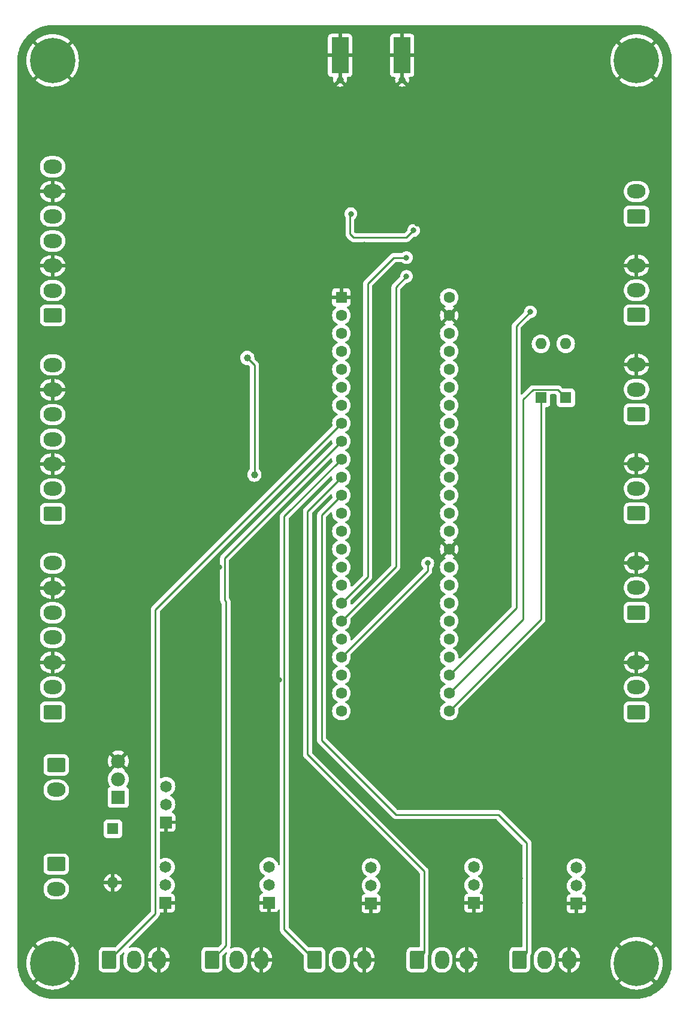
<source format=gbr>
%TF.GenerationSoftware,KiCad,Pcbnew,7.0.9*%
%TF.CreationDate,2024-08-13T23:39:12-05:00*%
%TF.ProjectId,TestStand,54657374-5374-4616-9e64-2e6b69636164,rev?*%
%TF.SameCoordinates,Original*%
%TF.FileFunction,Copper,L2,Bot*%
%TF.FilePolarity,Positive*%
%FSLAX46Y46*%
G04 Gerber Fmt 4.6, Leading zero omitted, Abs format (unit mm)*
G04 Created by KiCad (PCBNEW 7.0.9) date 2024-08-13 23:39:12*
%MOMM*%
%LPD*%
G01*
G04 APERTURE LIST*
G04 Aperture macros list*
%AMRoundRect*
0 Rectangle with rounded corners*
0 $1 Rounding radius*
0 $2 $3 $4 $5 $6 $7 $8 $9 X,Y pos of 4 corners*
0 Add a 4 corners polygon primitive as box body*
4,1,4,$2,$3,$4,$5,$6,$7,$8,$9,$2,$3,0*
0 Add four circle primitives for the rounded corners*
1,1,$1+$1,$2,$3*
1,1,$1+$1,$4,$5*
1,1,$1+$1,$6,$7*
1,1,$1+$1,$8,$9*
0 Add four rect primitives between the rounded corners*
20,1,$1+$1,$2,$3,$4,$5,0*
20,1,$1+$1,$4,$5,$6,$7,0*
20,1,$1+$1,$6,$7,$8,$9,0*
20,1,$1+$1,$8,$9,$2,$3,0*%
G04 Aperture macros list end*
%TA.AperFunction,ComponentPad*%
%ADD10R,1.600000X1.600000*%
%TD*%
%TA.AperFunction,ComponentPad*%
%ADD11O,1.600000X1.600000*%
%TD*%
%TA.AperFunction,ComponentPad*%
%ADD12RoundRect,0.250000X-0.750000X-1.050000X0.750000X-1.050000X0.750000X1.050000X-0.750000X1.050000X0*%
%TD*%
%TA.AperFunction,ComponentPad*%
%ADD13O,2.000000X2.600000*%
%TD*%
%TA.AperFunction,ComponentPad*%
%ADD14RoundRect,0.250000X1.050000X-0.750000X1.050000X0.750000X-1.050000X0.750000X-1.050000X-0.750000X0*%
%TD*%
%TA.AperFunction,ComponentPad*%
%ADD15O,2.600000X2.000000*%
%TD*%
%TA.AperFunction,ComponentPad*%
%ADD16RoundRect,0.250000X-1.050000X0.750000X-1.050000X-0.750000X1.050000X-0.750000X1.050000X0.750000X0*%
%TD*%
%TA.AperFunction,ComponentPad*%
%ADD17R,1.980000X1.980000*%
%TD*%
%TA.AperFunction,ComponentPad*%
%ADD18C,1.980000*%
%TD*%
%TA.AperFunction,ComponentPad*%
%ADD19R,1.651000X1.651000*%
%TD*%
%TA.AperFunction,ComponentPad*%
%ADD20C,1.651000*%
%TD*%
%TA.AperFunction,ComponentPad*%
%ADD21C,6.400000*%
%TD*%
%TA.AperFunction,ComponentPad*%
%ADD22C,1.600000*%
%TD*%
%TA.AperFunction,SMDPad,CuDef*%
%ADD23R,2.420000X5.080000*%
%TD*%
%TA.AperFunction,SMDPad,CuDef*%
%ADD24R,0.460000X0.950000*%
%TD*%
%TA.AperFunction,ComponentPad*%
%ADD25C,0.970000*%
%TD*%
%TA.AperFunction,ViaPad*%
%ADD26C,1.000000*%
%TD*%
%TA.AperFunction,ViaPad*%
%ADD27C,0.800000*%
%TD*%
%TA.AperFunction,Conductor*%
%ADD28C,0.250000*%
%TD*%
G04 APERTURE END LIST*
D10*
%TO.P,D1,1,K*%
%TO.N,/tcCS*%
X96500000Y-115620000D03*
D11*
%TO.P,D1,2,A*%
%TO.N,Net-(D1-A)*%
X96500000Y-108000000D03*
%TD*%
D12*
%TO.P,J5,1,Pin_1*%
%TO.N,/PWM1*%
X50000000Y-195000000D03*
D13*
%TO.P,J5,2,Pin_2*%
%TO.N,/+S1*%
X53500000Y-195000000D03*
%TO.P,J5,3,Pin_3*%
%TO.N,GND*%
X57000000Y-195000000D03*
%TD*%
D14*
%TO.P,J12,1,Pin_1*%
%TO.N,/PT3*%
X110000000Y-117950000D03*
D15*
%TO.P,J12,2,Pin_2*%
%TO.N,+5V*%
X110000000Y-114450000D03*
%TO.P,J12,3,Pin_3*%
%TO.N,GND*%
X110000000Y-110950000D03*
%TD*%
D12*
%TO.P,J7,1,Pin_1*%
%TO.N,/PWM3*%
X79000000Y-195000000D03*
D13*
%TO.P,J7,2,Pin_2*%
%TO.N,/+S3*%
X82500000Y-195000000D03*
%TO.P,J7,3,Pin_3*%
%TO.N,GND*%
X86000000Y-195000000D03*
%TD*%
D16*
%TO.P,J17,1,Pin_1*%
%TO.N,Net-(J17-Pin_1)*%
X28000000Y-181500000D03*
D15*
%TO.P,J17,2,Pin_2*%
%TO.N,+BATT*%
X28000000Y-185000000D03*
%TD*%
D14*
%TO.P,J13,1,Pin_1*%
%TO.N,/PT4*%
X110000000Y-103950000D03*
D15*
%TO.P,J13,2,Pin_2*%
%TO.N,+5V*%
X110000000Y-100450000D03*
%TO.P,J13,3,Pin_3*%
%TO.N,GND*%
X110000000Y-96950000D03*
%TD*%
D17*
%TO.P,IC1,1,G*%
%TO.N,/GP*%
X36770000Y-172050000D03*
D18*
%TO.P,IC1,2,D*%
%TO.N,Net-(IC1-D)*%
X36770000Y-169500000D03*
%TO.P,IC1,3,S*%
%TO.N,GND*%
X36770000Y-166950000D03*
%TD*%
D10*
%TO.P,SW1,1*%
%TO.N,Net-(J17-Pin_1)*%
X36000000Y-176500000D03*
D11*
%TO.P,SW1,2*%
%TO.N,GND*%
X36000000Y-184120000D03*
%TD*%
D14*
%TO.P,J11,1,Pin_1*%
%TO.N,/PT2*%
X110000000Y-131950000D03*
D15*
%TO.P,J11,2,Pin_2*%
%TO.N,+5V*%
X110000000Y-128450000D03*
%TO.P,J11,3,Pin_3*%
%TO.N,GND*%
X110000000Y-124950000D03*
%TD*%
D14*
%TO.P,J2,1,Pin_1*%
%TO.N,/B1+*%
X27500000Y-132000000D03*
D15*
%TO.P,J2,2,Pin_2*%
%TO.N,/B1-*%
X27500000Y-128500000D03*
%TO.P,J2,3,Pin_3*%
%TO.N,GND*%
X27500000Y-125000000D03*
%TO.P,J2,4,Pin_4*%
%TO.N,/A1+*%
X27500000Y-121500000D03*
%TO.P,J2,5,Pin_5*%
%TO.N,/A1-*%
X27500000Y-118000000D03*
%TO.P,J2,6,Pin_6*%
%TO.N,GND*%
X27500000Y-114500000D03*
%TO.P,J2,7,Pin_7*%
%TO.N,/E1+*%
X27500000Y-111000000D03*
%TD*%
D19*
%TO.P,CR6,1,ADJ/GND*%
%TO.N,GND*%
X101500000Y-187080000D03*
D20*
%TO.P,CR6,2,OUTPUT*%
%TO.N,/+S4*%
X101500000Y-184540000D03*
%TO.P,CR6,3,INPUT*%
%TO.N,+BATT*%
X101500000Y-182000000D03*
%TD*%
D21*
%TO.P,H2,1,1*%
%TO.N,GND*%
X110000000Y-68000000D03*
%TD*%
D12*
%TO.P,J8,1,Pin_1*%
%TO.N,/PWM4*%
X93500000Y-195000000D03*
D13*
%TO.P,J8,2,Pin_2*%
%TO.N,/+S4*%
X97000000Y-195000000D03*
%TO.P,J8,3,Pin_3*%
%TO.N,GND*%
X100500000Y-195000000D03*
%TD*%
D10*
%TO.P,U4,1,GND*%
%TO.N,GND*%
X68300000Y-101460000D03*
D22*
%TO.P,U4,2,0_RX1_CRX2_CS1*%
%TO.N,/DAT*%
X68300000Y-104000000D03*
%TO.P,U4,3,1_TX1_CTX2_MISO1*%
%TO.N,/SCK*%
X68300000Y-106540000D03*
%TO.P,U4,4,2_OUT2*%
%TO.N,/DAT1*%
X68300000Y-109080000D03*
%TO.P,U4,5,3_LRCLK2*%
%TO.N,/SCK1*%
X68300000Y-111620000D03*
%TO.P,U4,6,4_BCLK2*%
%TO.N,/DAT2*%
X68300000Y-114160000D03*
%TO.P,U4,7,5_IN2*%
%TO.N,/SCK2*%
X68300000Y-116700000D03*
%TO.P,U4,8,6_OUT1D*%
%TO.N,/PWM0*%
X68300000Y-119240000D03*
%TO.P,U4,9,7_RX2_OUT1A*%
%TO.N,/PWM1*%
X68300000Y-121780000D03*
%TO.P,U4,10,8_TX2_IN1*%
%TO.N,/PWM2*%
X68300000Y-124320000D03*
%TO.P,U4,11,9_OUT1C*%
%TO.N,/PWM3*%
X68300000Y-126860000D03*
%TO.P,U4,12,10_CS_MQSR*%
%TO.N,/PWM4*%
X68300000Y-129400000D03*
%TO.P,U4,13,11_MOSI_CTX1*%
%TO.N,/GP*%
X68300000Y-131940000D03*
%TO.P,U4,14,12_MISO_MQSL*%
%TO.N,unconnected-(U4-12_MISO_MQSL-Pad14)*%
X68300000Y-134480000D03*
%TO.P,U4,15,3V3*%
%TO.N,unconnected-(U4-3V3-Pad15)*%
X68300000Y-137020000D03*
%TO.P,U4,16,24_A10_TX6_SCL2*%
%TO.N,unconnected-(U4-24_A10_TX6_SCL2-Pad16)*%
X68300000Y-139560000D03*
%TO.P,U4,17,25_A11_RX6_SDA2*%
%TO.N,unconnected-(U4-25_A11_RX6_SDA2-Pad17)*%
X68300000Y-142100000D03*
%TO.P,U4,18,26_A12_MOSI1*%
%TO.N,/rMOSI*%
X68300000Y-144640000D03*
%TO.P,U4,19,27_A13_SCK1*%
%TO.N,/rSCK*%
X68300000Y-147180000D03*
%TO.P,U4,20,28_RX7*%
%TO.N,/rCE*%
X68300000Y-149720000D03*
%TO.P,U4,21,29_TX7*%
%TO.N,/rIRQ*%
X68300000Y-152260000D03*
%TO.P,U4,22,30_CRX3*%
%TO.N,unconnected-(U4-30_CRX3-Pad22)*%
X68300000Y-154800000D03*
%TO.P,U4,23,31_CTX3*%
%TO.N,unconnected-(U4-31_CTX3-Pad23)*%
X68300000Y-157340000D03*
%TO.P,U4,24,32_OUT1B*%
%TO.N,unconnected-(U4-32_OUT1B-Pad24)*%
X68300000Y-159880000D03*
%TO.P,U4,25,33_MCLK2*%
%TO.N,/tcCS*%
X83540000Y-159880000D03*
%TO.P,U4,26,34_RX8*%
%TO.N,/tcSO*%
X83540000Y-157340000D03*
%TO.P,U4,27,35_TX8*%
%TO.N,/tcSCK*%
X83540000Y-154800000D03*
%TO.P,U4,28,36_CS*%
%TO.N,unconnected-(U4-36_CS-Pad28)*%
X83540000Y-152260000D03*
%TO.P,U4,29,37_CS*%
%TO.N,unconnected-(U4-37_CS-Pad29)*%
X83540000Y-149720000D03*
%TO.P,U4,30,38_CS1_IN1*%
%TO.N,/rCSN*%
X83540000Y-147180000D03*
%TO.P,U4,31,39_MISO1_OUT1A*%
%TO.N,/rMISO*%
X83540000Y-144640000D03*
%TO.P,U4,32,40_A16*%
%TO.N,unconnected-(U4-40_A16-Pad32)*%
X83540000Y-142100000D03*
%TO.P,U4,33,41_A17*%
%TO.N,unconnected-(U4-41_A17-Pad33)*%
X83540000Y-139560000D03*
%TO.P,U4,34,GND*%
%TO.N,GND*%
X83540000Y-137020000D03*
%TO.P,U4,35,13_SCK_LED*%
%TO.N,unconnected-(U4-13_SCK_LED-Pad35)*%
X83540000Y-134480000D03*
%TO.P,U4,36,14_A0_TX3_SPDIF_OUT*%
%TO.N,/PT0*%
X83540000Y-131940000D03*
%TO.P,U4,37,15_A1_RX3_SPDIF_IN*%
%TO.N,/PT1*%
X83540000Y-129400000D03*
%TO.P,U4,38,16_A2_RX4_SCL1*%
%TO.N,/PT2*%
X83540000Y-126860000D03*
%TO.P,U4,39,17_A3_TX4_SDA1*%
%TO.N,/PT3*%
X83540000Y-124320000D03*
%TO.P,U4,40,18_A4_SDA*%
%TO.N,/PT4*%
X83540000Y-121780000D03*
%TO.P,U4,41,19_A5_SCL*%
%TO.N,unconnected-(U4-19_A5_SCL-Pad41)*%
X83540000Y-119240000D03*
%TO.P,U4,42,20_A6_TX5_LRCLK1*%
%TO.N,unconnected-(U4-20_A6_TX5_LRCLK1-Pad42)*%
X83540000Y-116700000D03*
%TO.P,U4,43,21_A7_RX5_BCLK1*%
%TO.N,unconnected-(U4-21_A7_RX5_BCLK1-Pad43)*%
X83540000Y-114160000D03*
%TO.P,U4,44,22_A8_CTX1*%
%TO.N,unconnected-(U4-22_A8_CTX1-Pad44)*%
X83540000Y-111620000D03*
%TO.P,U4,45,23_A9_CRX1_MCLK1*%
%TO.N,unconnected-(U4-23_A9_CRX1_MCLK1-Pad45)*%
X83540000Y-109080000D03*
%TO.P,U4,46,3V3*%
%TO.N,unconnected-(U4-3V3-Pad46)*%
X83540000Y-106540000D03*
%TO.P,U4,47,GND*%
%TO.N,GND*%
X83540000Y-104000000D03*
%TO.P,U4,48,VIN*%
%TO.N,+5V*%
X83540000Y-101460000D03*
%TD*%
D21*
%TO.P,H3,1,1*%
%TO.N,GND*%
X110000000Y-195500000D03*
%TD*%
D19*
%TO.P,CR1,1,ADJ/GND*%
%TO.N,GND*%
X43500000Y-175580000D03*
D20*
%TO.P,CR1,2,OUTPUT*%
%TO.N,+5V*%
X43500000Y-173040000D03*
%TO.P,CR1,3,INPUT*%
%TO.N,+BATT*%
X43500000Y-170500000D03*
%TD*%
D19*
%TO.P,CR3,1,ADJ/GND*%
%TO.N,GND*%
X58068200Y-186937100D03*
D20*
%TO.P,CR3,2,OUTPUT*%
%TO.N,/+S1*%
X58068200Y-184397100D03*
%TO.P,CR3,3,INPUT*%
%TO.N,+BATT*%
X58068200Y-181857100D03*
%TD*%
D19*
%TO.P,CR5,1,ADJ/GND*%
%TO.N,GND*%
X87000000Y-187000000D03*
D20*
%TO.P,CR5,2,OUTPUT*%
%TO.N,/+S3*%
X87000000Y-184460000D03*
%TO.P,CR5,3,INPUT*%
%TO.N,+BATT*%
X87000000Y-181920000D03*
%TD*%
D12*
%TO.P,J4,1,Pin_1*%
%TO.N,/PWM0*%
X35500000Y-195000000D03*
D13*
%TO.P,J4,2,Pin_2*%
%TO.N,/+S0*%
X39000000Y-195000000D03*
%TO.P,J4,3,Pin_3*%
%TO.N,GND*%
X42500000Y-195000000D03*
%TD*%
D23*
%TO.P,J15,2,Ext*%
%TO.N,GND*%
X76880000Y-67280000D03*
X68120000Y-67280000D03*
D24*
X76880000Y-70270000D03*
X68120000Y-70270000D03*
D25*
X76880000Y-70720000D03*
X68120000Y-70720000D03*
%TD*%
D21*
%TO.P,H1,1,1*%
%TO.N,GND*%
X27500000Y-68000000D03*
%TD*%
D19*
%TO.P,CR4,1,ADJ/GND*%
%TO.N,GND*%
X72500000Y-187050000D03*
D20*
%TO.P,CR4,2,OUTPUT*%
%TO.N,/+S2*%
X72500000Y-184510000D03*
%TO.P,CR4,3,INPUT*%
%TO.N,+BATT*%
X72500000Y-181970000D03*
%TD*%
D14*
%TO.P,J9,1,Pin_1*%
%TO.N,/PT0*%
X110000000Y-160000000D03*
D15*
%TO.P,J9,2,Pin_2*%
%TO.N,+5V*%
X110000000Y-156500000D03*
%TO.P,J9,3,Pin_3*%
%TO.N,GND*%
X110000000Y-153000000D03*
%TD*%
D14*
%TO.P,J10,1,Pin_1*%
%TO.N,/PT1*%
X110000000Y-145950000D03*
D15*
%TO.P,J10,2,Pin_2*%
%TO.N,+5V*%
X110000000Y-142450000D03*
%TO.P,J10,3,Pin_3*%
%TO.N,GND*%
X110000000Y-138950000D03*
%TD*%
D10*
%TO.P,D2,1,K*%
%TO.N,/tcSO*%
X100000000Y-115620000D03*
D11*
%TO.P,D2,2,A*%
%TO.N,Net-(D2-A)*%
X100000000Y-108000000D03*
%TD*%
D19*
%TO.P,CR2,1,ADJ/GND*%
%TO.N,GND*%
X43431800Y-187000000D03*
D20*
%TO.P,CR2,2,OUTPUT*%
%TO.N,/+S0*%
X43431800Y-184460000D03*
%TO.P,CR2,3,INPUT*%
%TO.N,+BATT*%
X43431800Y-181920000D03*
%TD*%
D21*
%TO.P,H4,1,1*%
%TO.N,GND*%
X27500000Y-195500000D03*
%TD*%
D14*
%TO.P,J1,1,Pin_1*%
%TO.N,/B+*%
X27500000Y-104000000D03*
D15*
%TO.P,J1,2,Pin_2*%
%TO.N,/B-*%
X27500000Y-100500000D03*
%TO.P,J1,3,Pin_3*%
%TO.N,GND*%
X27500000Y-97000000D03*
%TO.P,J1,4,Pin_4*%
%TO.N,/A+*%
X27500000Y-93500000D03*
%TO.P,J1,5,Pin_5*%
%TO.N,/A-*%
X27500000Y-90000000D03*
%TO.P,J1,6,Pin_6*%
%TO.N,GND*%
X27500000Y-86500000D03*
%TO.P,J1,7,Pin_7*%
%TO.N,/E+*%
X27500000Y-83000000D03*
%TD*%
D12*
%TO.P,J6,1,Pin_1*%
%TO.N,/PWM2*%
X64500000Y-195000000D03*
D13*
%TO.P,J6,2,Pin_2*%
%TO.N,/+S2*%
X68000000Y-195000000D03*
%TO.P,J6,3,Pin_3*%
%TO.N,GND*%
X71500000Y-195000000D03*
%TD*%
D14*
%TO.P,J3,1,Pin_1*%
%TO.N,/B2+*%
X27500000Y-160000000D03*
D15*
%TO.P,J3,2,Pin_2*%
%TO.N,/B2-*%
X27500000Y-156500000D03*
%TO.P,J3,3,Pin_3*%
%TO.N,GND*%
X27500000Y-153000000D03*
%TO.P,J3,4,Pin_4*%
%TO.N,/A2+*%
X27500000Y-149500000D03*
%TO.P,J3,5,Pin_5*%
%TO.N,/A2-*%
X27500000Y-146000000D03*
%TO.P,J3,6,Pin_6*%
%TO.N,GND*%
X27500000Y-142500000D03*
%TO.P,J3,7,Pin_7*%
%TO.N,/E2+*%
X27500000Y-139000000D03*
%TD*%
D16*
%TO.P,J16,1,Pin_1*%
%TO.N,Net-(IC1-D)*%
X28000000Y-167500000D03*
D15*
%TO.P,J16,2,Pin_2*%
%TO.N,+BATT*%
X28000000Y-171000000D03*
%TD*%
D14*
%TO.P,J14,1,Pin_1*%
%TO.N,/T-*%
X110000000Y-90000000D03*
D15*
%TO.P,J14,2,Pin_2*%
%TO.N,/T+*%
X110000000Y-86500000D03*
%TD*%
D26*
%TO.N,+5V*%
X56000000Y-126500000D03*
X55000000Y-110000000D03*
%TO.N,GND*%
X64000000Y-183500000D03*
D27*
X50054092Y-140580000D03*
D26*
X50500000Y-173000000D03*
D27*
X70000000Y-88000000D03*
X92500000Y-96000000D03*
X34500000Y-133350000D03*
X79000000Y-91000000D03*
D26*
X93500000Y-183500000D03*
D27*
X80500000Y-82500000D03*
D26*
X64000000Y-187000000D03*
D27*
X69000000Y-85500000D03*
X49500000Y-87000000D03*
X78500000Y-74500000D03*
X90000000Y-99500000D03*
X90000000Y-102000000D03*
X38875000Y-79200000D03*
X39500000Y-141500000D03*
X51067046Y-139567046D03*
D26*
X78500000Y-183500000D03*
D27*
X66500000Y-91500000D03*
X59500000Y-155500000D03*
X98500000Y-99500000D03*
X74000000Y-86500000D03*
D26*
X78500000Y-187000000D03*
X108000000Y-186500000D03*
X108000000Y-184000000D03*
X50500000Y-171000000D03*
D27*
X49441592Y-117310000D03*
D26*
X49000000Y-187000000D03*
D27*
X50000000Y-84500000D03*
X69000000Y-83000000D03*
X69000000Y-88000000D03*
X71500000Y-94000000D03*
X36000000Y-111500000D03*
X80500000Y-85500000D03*
D26*
X49000000Y-183500000D03*
D27*
X90050000Y-89500000D03*
X39000000Y-88000000D03*
D26*
X93500000Y-187000000D03*
D27*
X37000000Y-133350000D03*
X90050000Y-88000000D03*
X38500000Y-111500000D03*
X36375000Y-79200000D03*
X38500000Y-118500000D03*
X50625796Y-116125796D03*
%TO.N,/+3VRF*%
X78500000Y-92000000D03*
X69647500Y-89647500D03*
%TO.N,/rMOSI*%
X77500500Y-95840130D03*
%TO.N,/rSCK*%
X77500000Y-98500000D03*
%TO.N,/rIRQ*%
X80500000Y-139000000D03*
%TO.N,/tcSCK*%
X95000000Y-103500000D03*
%TD*%
D28*
%TO.N,+5V*%
X56000000Y-111000000D02*
X55000000Y-110000000D01*
X56000000Y-126500000D02*
X56000000Y-111000000D01*
%TO.N,/PWM4*%
X65500000Y-132200000D02*
X68300000Y-129400000D01*
X65500000Y-164000000D02*
X65500000Y-132200000D01*
X76000000Y-174500000D02*
X65500000Y-164000000D01*
X90500000Y-174500000D02*
X76000000Y-174500000D01*
X94500000Y-178500000D02*
X90500000Y-174500000D01*
X93500000Y-195000000D02*
X94500000Y-194000000D01*
X94500000Y-194000000D02*
X94500000Y-178500000D01*
%TO.N,/PWM3*%
X63500000Y-131660000D02*
X68300000Y-126860000D01*
X80000000Y-182500000D02*
X63500000Y-166000000D01*
X80000000Y-194000000D02*
X80000000Y-182500000D01*
X79000000Y-195000000D02*
X80000000Y-194000000D01*
X63500000Y-166000000D02*
X63500000Y-131660000D01*
%TO.N,/PWM1*%
X52000000Y-193000000D02*
X50000000Y-195000000D01*
X52000000Y-144415908D02*
X52000000Y-193000000D01*
X51792046Y-144207954D02*
X52000000Y-144415908D01*
X51792046Y-138287954D02*
X51792046Y-144207954D01*
X68300000Y-121780000D02*
X51792046Y-138287954D01*
%TO.N,/PWM0*%
X35500000Y-195000000D02*
X42000000Y-188500000D01*
X42000000Y-145540000D02*
X68300000Y-119240000D01*
X42000000Y-188500000D02*
X42000000Y-145540000D01*
%TO.N,/PWM2*%
X60225000Y-190725000D02*
X64500000Y-195000000D01*
X60225000Y-132395000D02*
X60225000Y-190725000D01*
X68300000Y-124320000D02*
X60225000Y-132395000D01*
%TO.N,/+3VRF*%
X77500000Y-93000000D02*
X70000000Y-93000000D01*
X69500000Y-89795000D02*
X69647500Y-89647500D01*
X70000000Y-93000000D02*
X69500000Y-92500000D01*
X69500000Y-92500000D02*
X69500000Y-89795000D01*
X78500000Y-92000000D02*
X77500000Y-93000000D01*
%TO.N,/tcCS*%
X96500000Y-146920000D02*
X83540000Y-159880000D01*
X96500000Y-115620000D02*
X96500000Y-146920000D01*
%TO.N,/tcSO*%
X95375000Y-114495000D02*
X94000000Y-115870000D01*
X100000000Y-115620000D02*
X98875000Y-114495000D01*
X94000000Y-146880000D02*
X83540000Y-157340000D01*
X94000000Y-115870000D02*
X94000000Y-146880000D01*
X98875000Y-114495000D02*
X95375000Y-114495000D01*
%TO.N,/rMOSI*%
X72000000Y-140940000D02*
X68300000Y-144640000D01*
X77500500Y-95840130D02*
X75659870Y-95840130D01*
X75659870Y-95840130D02*
X72000000Y-99500000D01*
X72000000Y-99500000D02*
X72000000Y-140940000D01*
%TO.N,/rSCK*%
X76000000Y-139480000D02*
X68300000Y-147180000D01*
X76000000Y-100000000D02*
X76000000Y-139480000D01*
X77500000Y-98500000D02*
X76000000Y-100000000D01*
%TO.N,/rIRQ*%
X80500000Y-140060000D02*
X68300000Y-152260000D01*
X80500000Y-139000000D02*
X80500000Y-140060000D01*
%TO.N,/tcSCK*%
X93000000Y-105500000D02*
X93000000Y-145340000D01*
X95000000Y-103500000D02*
X93000000Y-105500000D01*
X93000000Y-145340000D02*
X83540000Y-154800000D01*
%TD*%
%TA.AperFunction,Conductor*%
%TO.N,GND*%
G36*
X110217318Y-63009488D02*
G01*
X110415934Y-63018160D01*
X110420865Y-63018574D01*
X110636792Y-63045489D01*
X110832940Y-63071313D01*
X110837265Y-63071883D01*
X110841894Y-63072671D01*
X111054183Y-63117183D01*
X111252534Y-63161157D01*
X111256778Y-63162257D01*
X111464544Y-63224112D01*
X111658658Y-63285317D01*
X111662530Y-63286680D01*
X111864457Y-63365472D01*
X112052817Y-63443494D01*
X112056252Y-63445045D01*
X112131343Y-63481755D01*
X112250992Y-63540249D01*
X112388629Y-63611897D01*
X112432009Y-63634479D01*
X112435107Y-63636207D01*
X112621382Y-63747202D01*
X112793662Y-63856957D01*
X112796377Y-63858789D01*
X112972918Y-63984837D01*
X113135098Y-64109282D01*
X113137426Y-64111159D01*
X113303055Y-64251439D01*
X113454895Y-64390574D01*
X113609424Y-64545103D01*
X113689619Y-64632620D01*
X113748555Y-64696938D01*
X113763008Y-64714003D01*
X113888839Y-64862572D01*
X113890716Y-64864900D01*
X114015162Y-65027081D01*
X114141209Y-65203621D01*
X114143040Y-65206335D01*
X114252797Y-65378617D01*
X114363791Y-65564891D01*
X114365525Y-65568000D01*
X114459750Y-65749007D01*
X114525992Y-65884503D01*
X114554953Y-65943744D01*
X114556524Y-65947229D01*
X114634536Y-66135566D01*
X114713309Y-66337445D01*
X114714681Y-66341340D01*
X114775899Y-66535496D01*
X114837735Y-66743200D01*
X114838843Y-66747472D01*
X114882818Y-66945826D01*
X114927326Y-67158101D01*
X114928115Y-67162733D01*
X114954524Y-67363319D01*
X114981422Y-67579114D01*
X114981839Y-67584080D01*
X114990513Y-67782728D01*
X114999500Y-68000000D01*
X114999500Y-195500000D01*
X114990513Y-195717271D01*
X114981839Y-195915918D01*
X114981422Y-195920884D01*
X114954524Y-196136680D01*
X114928115Y-196337265D01*
X114927326Y-196341897D01*
X114882818Y-196554173D01*
X114838843Y-196752526D01*
X114837735Y-196756798D01*
X114775899Y-196964503D01*
X114714681Y-197158658D01*
X114713309Y-197162552D01*
X114634536Y-197364433D01*
X114556524Y-197552769D01*
X114554944Y-197556274D01*
X114459750Y-197750992D01*
X114365525Y-197931998D01*
X114363791Y-197935107D01*
X114252797Y-198121382D01*
X114143040Y-198293663D01*
X114141209Y-198296377D01*
X114015162Y-198472918D01*
X113890716Y-198635099D01*
X113888839Y-198637426D01*
X113748557Y-198803059D01*
X113609426Y-198954895D01*
X113454895Y-199109426D01*
X113303059Y-199248557D01*
X113137426Y-199388839D01*
X113135099Y-199390716D01*
X112972918Y-199515162D01*
X112796377Y-199641209D01*
X112793663Y-199643040D01*
X112621382Y-199752797D01*
X112435107Y-199863791D01*
X112431998Y-199865525D01*
X112250992Y-199959750D01*
X112056274Y-200054944D01*
X112052769Y-200056524D01*
X111864433Y-200134536D01*
X111662552Y-200213309D01*
X111658658Y-200214681D01*
X111464503Y-200275899D01*
X111256798Y-200337735D01*
X111252526Y-200338843D01*
X111054173Y-200382818D01*
X110841897Y-200427326D01*
X110837265Y-200428115D01*
X110636680Y-200454524D01*
X110420884Y-200481422D01*
X110415918Y-200481839D01*
X110217271Y-200490513D01*
X110000000Y-200499500D01*
X27500000Y-200499500D01*
X27282728Y-200490513D01*
X27084080Y-200481839D01*
X27079114Y-200481422D01*
X26863319Y-200454524D01*
X26662733Y-200428115D01*
X26658101Y-200427326D01*
X26445826Y-200382818D01*
X26247472Y-200338843D01*
X26243200Y-200337735D01*
X26035496Y-200275899D01*
X25841340Y-200214681D01*
X25837445Y-200213309D01*
X25635566Y-200134536D01*
X25447229Y-200056524D01*
X25443744Y-200054953D01*
X25384503Y-200025992D01*
X25249007Y-199959750D01*
X25068000Y-199865525D01*
X25064891Y-199863791D01*
X24878617Y-199752797D01*
X24706335Y-199643040D01*
X24703621Y-199641209D01*
X24527081Y-199515162D01*
X24364900Y-199390716D01*
X24362572Y-199388839D01*
X24196940Y-199248557D01*
X24149491Y-199205078D01*
X24045103Y-199109424D01*
X23890574Y-198954895D01*
X23751439Y-198803055D01*
X23611159Y-198637426D01*
X23609282Y-198635098D01*
X23484837Y-198472918D01*
X23358789Y-198296377D01*
X23356957Y-198293662D01*
X23247202Y-198121382D01*
X23136207Y-197935107D01*
X23134473Y-197931998D01*
X23040249Y-197750992D01*
X22981755Y-197631343D01*
X22945045Y-197556252D01*
X22943494Y-197552817D01*
X22865463Y-197364433D01*
X22786680Y-197162530D01*
X22785317Y-197158658D01*
X22724100Y-196964503D01*
X22662257Y-196756778D01*
X22661155Y-196752526D01*
X22657228Y-196734814D01*
X22617175Y-196554145D01*
X22611495Y-196527057D01*
X22572671Y-196341894D01*
X22571883Y-196337265D01*
X22554180Y-196202799D01*
X22545489Y-196136791D01*
X22518574Y-195920865D01*
X22518160Y-195915934D01*
X22509486Y-195717271D01*
X22500500Y-195500000D01*
X23794922Y-195500000D01*
X23815219Y-195887287D01*
X23875886Y-196270323D01*
X23875887Y-196270330D01*
X23976262Y-196644936D01*
X24115244Y-197006994D01*
X24291310Y-197352543D01*
X24502531Y-197677793D01*
X24711095Y-197935350D01*
X24711096Y-197935350D01*
X26202266Y-196444180D01*
X26365130Y-196634870D01*
X26555819Y-196797733D01*
X25064648Y-198288903D01*
X25064649Y-198288904D01*
X25322206Y-198497468D01*
X25647456Y-198708689D01*
X25993005Y-198884755D01*
X26355063Y-199023737D01*
X26729669Y-199124112D01*
X26729676Y-199124113D01*
X27112712Y-199184780D01*
X27499999Y-199205078D01*
X27500001Y-199205078D01*
X27887287Y-199184780D01*
X28270323Y-199124113D01*
X28270330Y-199124112D01*
X28644936Y-199023737D01*
X29006994Y-198884755D01*
X29352543Y-198708689D01*
X29677783Y-198497476D01*
X29677785Y-198497475D01*
X29935349Y-198288902D01*
X28444180Y-196797733D01*
X28634870Y-196634870D01*
X28797733Y-196444180D01*
X30288902Y-197935349D01*
X30497475Y-197677785D01*
X30497476Y-197677783D01*
X30708689Y-197352543D01*
X30884755Y-197006994D01*
X31023737Y-196644936D01*
X31124112Y-196270330D01*
X31124113Y-196270323D01*
X31151089Y-196100001D01*
X33999500Y-196100001D01*
X33999501Y-196100018D01*
X34010000Y-196202796D01*
X34010001Y-196202799D01*
X34065185Y-196369331D01*
X34065187Y-196369336D01*
X34088874Y-196407738D01*
X34157288Y-196518656D01*
X34281344Y-196642712D01*
X34430666Y-196734814D01*
X34597203Y-196789999D01*
X34699991Y-196800500D01*
X36300008Y-196800499D01*
X36402797Y-196789999D01*
X36569334Y-196734814D01*
X36718656Y-196642712D01*
X36842712Y-196518656D01*
X36934814Y-196369334D01*
X36989999Y-196202797D01*
X37000500Y-196100009D01*
X37000499Y-194435450D01*
X37020184Y-194368412D01*
X37036813Y-194347775D01*
X37424506Y-193960082D01*
X37485827Y-193926599D01*
X37555519Y-193931583D01*
X37611452Y-193973455D01*
X37635869Y-194038919D01*
X37625741Y-194097575D01*
X37575937Y-194211118D01*
X37514892Y-194452175D01*
X37514890Y-194452186D01*
X37499500Y-194637935D01*
X37499500Y-195362065D01*
X37514890Y-195547813D01*
X37514892Y-195547824D01*
X37575936Y-195788881D01*
X37675826Y-196016606D01*
X37811833Y-196224782D01*
X37811836Y-196224785D01*
X37980256Y-196407738D01*
X38176491Y-196560474D01*
X38176493Y-196560475D01*
X38394332Y-196678364D01*
X38395190Y-196678828D01*
X38609865Y-196752526D01*
X38628964Y-196759083D01*
X38630386Y-196759571D01*
X38875665Y-196800500D01*
X39124335Y-196800500D01*
X39369614Y-196759571D01*
X39604810Y-196678828D01*
X39823509Y-196560474D01*
X40019744Y-196407738D01*
X40188164Y-196224785D01*
X40324173Y-196016607D01*
X40424063Y-195788881D01*
X40485108Y-195547821D01*
X40500500Y-195362067D01*
X40500500Y-195362041D01*
X41000000Y-195362041D01*
X41015385Y-195547730D01*
X41015387Y-195547738D01*
X41076412Y-195788717D01*
X41176267Y-196016367D01*
X41312232Y-196224478D01*
X41480592Y-196407364D01*
X41480602Y-196407373D01*
X41676762Y-196560051D01*
X41676771Y-196560057D01*
X41895385Y-196678364D01*
X41895396Y-196678369D01*
X42130507Y-196759083D01*
X42249999Y-196779023D01*
X42250000Y-196779022D01*
X42250000Y-195760083D01*
X42320857Y-195784877D01*
X42455074Y-195800000D01*
X42544926Y-195800000D01*
X42679143Y-195784877D01*
X42750000Y-195760083D01*
X42750000Y-196779023D01*
X42869492Y-196759083D01*
X43104603Y-196678369D01*
X43104614Y-196678364D01*
X43323228Y-196560057D01*
X43323237Y-196560051D01*
X43519397Y-196407373D01*
X43519407Y-196407364D01*
X43687767Y-196224478D01*
X43823732Y-196016367D01*
X43923587Y-195788717D01*
X43984612Y-195547738D01*
X43984614Y-195547730D01*
X44000000Y-195362041D01*
X44000000Y-195250000D01*
X43260083Y-195250000D01*
X43284877Y-195179143D01*
X43305062Y-195000000D01*
X43284877Y-194820857D01*
X43260083Y-194750000D01*
X44000000Y-194750000D01*
X44000000Y-194637959D01*
X43984614Y-194452269D01*
X43984612Y-194452261D01*
X43923587Y-194211282D01*
X43823732Y-193983632D01*
X43687767Y-193775521D01*
X43519407Y-193592635D01*
X43519397Y-193592626D01*
X43323237Y-193439948D01*
X43323228Y-193439942D01*
X43104614Y-193321635D01*
X43104603Y-193321630D01*
X42869492Y-193240916D01*
X42750000Y-193220976D01*
X42750000Y-194239916D01*
X42679143Y-194215123D01*
X42544926Y-194200000D01*
X42455074Y-194200000D01*
X42320857Y-194215123D01*
X42250000Y-194239916D01*
X42250000Y-193220976D01*
X42249999Y-193220976D01*
X42130507Y-193240916D01*
X41895396Y-193321630D01*
X41895385Y-193321635D01*
X41676771Y-193439942D01*
X41676762Y-193439948D01*
X41480602Y-193592626D01*
X41480592Y-193592635D01*
X41312232Y-193775521D01*
X41176267Y-193983632D01*
X41076412Y-194211282D01*
X41015387Y-194452261D01*
X41015385Y-194452269D01*
X41000000Y-194637959D01*
X41000000Y-194750000D01*
X41739917Y-194750000D01*
X41715123Y-194820857D01*
X41694938Y-195000000D01*
X41715123Y-195179143D01*
X41739917Y-195250000D01*
X41000000Y-195250000D01*
X41000000Y-195362041D01*
X40500500Y-195362041D01*
X40500500Y-194637933D01*
X40496145Y-194585376D01*
X40485109Y-194452186D01*
X40485107Y-194452175D01*
X40424063Y-194211118D01*
X40324173Y-193983393D01*
X40188166Y-193775217D01*
X40166557Y-193751744D01*
X40019744Y-193592262D01*
X39823509Y-193439526D01*
X39823507Y-193439525D01*
X39823506Y-193439524D01*
X39604811Y-193321172D01*
X39604802Y-193321169D01*
X39369616Y-193240429D01*
X39124335Y-193199500D01*
X38875665Y-193199500D01*
X38630383Y-193240429D01*
X38396916Y-193320579D01*
X38327117Y-193323729D01*
X38266696Y-193288643D01*
X38234835Y-193226460D01*
X38241651Y-193156924D01*
X38268972Y-193115617D01*
X39589667Y-191794922D01*
X42383788Y-189000801D01*
X42396042Y-188990986D01*
X42395859Y-188990764D01*
X42401866Y-188985792D01*
X42401877Y-188985786D01*
X42432775Y-188952882D01*
X42449227Y-188935364D01*
X42459671Y-188924918D01*
X42470120Y-188914471D01*
X42474379Y-188908978D01*
X42478152Y-188904561D01*
X42510062Y-188870582D01*
X42519713Y-188853024D01*
X42530396Y-188836761D01*
X42542673Y-188820936D01*
X42561185Y-188778153D01*
X42563738Y-188772941D01*
X42586197Y-188732092D01*
X42591180Y-188712680D01*
X42597481Y-188694280D01*
X42605437Y-188675896D01*
X42612729Y-188629852D01*
X42613906Y-188624171D01*
X42625500Y-188579019D01*
X42625500Y-188558983D01*
X42627027Y-188539582D01*
X42630160Y-188519804D01*
X42625775Y-188473415D01*
X42625500Y-188467577D01*
X42625500Y-188449500D01*
X42645185Y-188382461D01*
X42697989Y-188336706D01*
X42749500Y-188325500D01*
X43181800Y-188325500D01*
X43181800Y-187515033D01*
X43282609Y-187556790D01*
X43394345Y-187571500D01*
X43469255Y-187571500D01*
X43580991Y-187556790D01*
X43681800Y-187515033D01*
X43681800Y-188325500D01*
X44305128Y-188325500D01*
X44305144Y-188325499D01*
X44364672Y-188319098D01*
X44364679Y-188319096D01*
X44499386Y-188268854D01*
X44499393Y-188268850D01*
X44614487Y-188182690D01*
X44614490Y-188182687D01*
X44700650Y-188067593D01*
X44700654Y-188067586D01*
X44750896Y-187932879D01*
X44750898Y-187932872D01*
X44757299Y-187873344D01*
X44757300Y-187873327D01*
X44757300Y-187250000D01*
X43946834Y-187250000D01*
X43988590Y-187149191D01*
X44008231Y-187000000D01*
X43988590Y-186850809D01*
X43946833Y-186750000D01*
X44757300Y-186750000D01*
X44757300Y-186126672D01*
X44757299Y-186126655D01*
X44750898Y-186067127D01*
X44750896Y-186067120D01*
X44700654Y-185932413D01*
X44700650Y-185932406D01*
X44614490Y-185817312D01*
X44614487Y-185817309D01*
X44499393Y-185731149D01*
X44499386Y-185731145D01*
X44364679Y-185680903D01*
X44357132Y-185679120D01*
X44357829Y-185676168D01*
X44306308Y-185654819D01*
X44266469Y-185597421D01*
X44263985Y-185527595D01*
X44296445Y-185470601D01*
X44451455Y-185315592D01*
X44584536Y-185125533D01*
X44682592Y-184915251D01*
X44742643Y-184691137D01*
X44762865Y-184460000D01*
X44742643Y-184228863D01*
X44682592Y-184004749D01*
X44584536Y-183794468D01*
X44584534Y-183794465D01*
X44584533Y-183794463D01*
X44451454Y-183604406D01*
X44287396Y-183440349D01*
X44287392Y-183440345D01*
X44097333Y-183307264D01*
X44086864Y-183302382D01*
X44034424Y-183256212D01*
X44015271Y-183189019D01*
X44035485Y-183122137D01*
X44086864Y-183077617D01*
X44097333Y-183072736D01*
X44287392Y-182939655D01*
X44451455Y-182775592D01*
X44584536Y-182585533D01*
X44682592Y-182375251D01*
X44742643Y-182151137D01*
X44762865Y-181920000D01*
X44742643Y-181688863D01*
X44682592Y-181464749D01*
X44584536Y-181254468D01*
X44584534Y-181254465D01*
X44584533Y-181254463D01*
X44451454Y-181064406D01*
X44287396Y-180900349D01*
X44287392Y-180900345D01*
X44097333Y-180767264D01*
X44097334Y-180767264D01*
X44097332Y-180767263D01*
X43992192Y-180718236D01*
X43887051Y-180669208D01*
X43887047Y-180669207D01*
X43887043Y-180669205D01*
X43662942Y-180609158D01*
X43662932Y-180609156D01*
X43431801Y-180588935D01*
X43431799Y-180588935D01*
X43200667Y-180609156D01*
X43200657Y-180609158D01*
X42976556Y-180669205D01*
X42976547Y-180669209D01*
X42801905Y-180750646D01*
X42732827Y-180761138D01*
X42669043Y-180732618D01*
X42630804Y-180674142D01*
X42625500Y-180638264D01*
X42625500Y-177029500D01*
X42645185Y-176962461D01*
X42697989Y-176916706D01*
X42749500Y-176905500D01*
X43250000Y-176905500D01*
X43250000Y-176095033D01*
X43350809Y-176136790D01*
X43462545Y-176151500D01*
X43537455Y-176151500D01*
X43649191Y-176136790D01*
X43750000Y-176095033D01*
X43750000Y-176905500D01*
X44373328Y-176905500D01*
X44373344Y-176905499D01*
X44432872Y-176899098D01*
X44432879Y-176899096D01*
X44567586Y-176848854D01*
X44567593Y-176848850D01*
X44682687Y-176762690D01*
X44682690Y-176762687D01*
X44768850Y-176647593D01*
X44768854Y-176647586D01*
X44819096Y-176512879D01*
X44819098Y-176512872D01*
X44825499Y-176453344D01*
X44825500Y-176453327D01*
X44825500Y-175830000D01*
X44015034Y-175830000D01*
X44056790Y-175729191D01*
X44076431Y-175580000D01*
X44056790Y-175430809D01*
X44015033Y-175330000D01*
X44825500Y-175330000D01*
X44825500Y-174706672D01*
X44825499Y-174706655D01*
X44819098Y-174647127D01*
X44819096Y-174647120D01*
X44768854Y-174512413D01*
X44768850Y-174512406D01*
X44682690Y-174397312D01*
X44682687Y-174397309D01*
X44567593Y-174311149D01*
X44567586Y-174311145D01*
X44432879Y-174260903D01*
X44425332Y-174259120D01*
X44426029Y-174256168D01*
X44374508Y-174234819D01*
X44334669Y-174177421D01*
X44332185Y-174107595D01*
X44364645Y-174050601D01*
X44519655Y-173895592D01*
X44652736Y-173705533D01*
X44750792Y-173495251D01*
X44810843Y-173271137D01*
X44831065Y-173040000D01*
X44810843Y-172808863D01*
X44750792Y-172584749D01*
X44652736Y-172374468D01*
X44652734Y-172374465D01*
X44652733Y-172374463D01*
X44519654Y-172184406D01*
X44355596Y-172020349D01*
X44355592Y-172020345D01*
X44165533Y-171887264D01*
X44155064Y-171882382D01*
X44102624Y-171836212D01*
X44083471Y-171769019D01*
X44103685Y-171702137D01*
X44155064Y-171657617D01*
X44165533Y-171652736D01*
X44355592Y-171519655D01*
X44519655Y-171355592D01*
X44652736Y-171165533D01*
X44750792Y-170955251D01*
X44810843Y-170731137D01*
X44831065Y-170500000D01*
X44810843Y-170268863D01*
X44750792Y-170044749D01*
X44652736Y-169834468D01*
X44652734Y-169834465D01*
X44652733Y-169834463D01*
X44519654Y-169644406D01*
X44355596Y-169480349D01*
X44355592Y-169480345D01*
X44186971Y-169362275D01*
X44165532Y-169347263D01*
X44060392Y-169298236D01*
X43955251Y-169249208D01*
X43955247Y-169249207D01*
X43955243Y-169249205D01*
X43731142Y-169189158D01*
X43731132Y-169189156D01*
X43500001Y-169168935D01*
X43499999Y-169168935D01*
X43268867Y-169189156D01*
X43268857Y-169189158D01*
X43044756Y-169249205D01*
X43044747Y-169249209D01*
X42834467Y-169347264D01*
X42834463Y-169347266D01*
X42820623Y-169356958D01*
X42754417Y-169379285D01*
X42686650Y-169362275D01*
X42638837Y-169311327D01*
X42625500Y-169255383D01*
X42625500Y-145850451D01*
X42645185Y-145783412D01*
X42661814Y-145762775D01*
X66787183Y-121637405D01*
X66848504Y-121603922D01*
X66918196Y-121608906D01*
X66974129Y-121650778D01*
X66998546Y-121716242D01*
X66998390Y-121735894D01*
X66994532Y-121779996D01*
X66994532Y-121780000D01*
X67014364Y-122006686D01*
X67014365Y-122006691D01*
X67014366Y-122006697D01*
X67032680Y-122075048D01*
X67031017Y-122144897D01*
X67000586Y-122194821D01*
X51408254Y-137787153D01*
X51395997Y-137796974D01*
X51396180Y-137797195D01*
X51390169Y-137802167D01*
X51342818Y-137852590D01*
X51321935Y-137873473D01*
X51321923Y-137873486D01*
X51317667Y-137878971D01*
X51313883Y-137883401D01*
X51281983Y-137917372D01*
X51281982Y-137917374D01*
X51272330Y-137934930D01*
X51261656Y-137951180D01*
X51249375Y-137967015D01*
X51249370Y-137967022D01*
X51230861Y-138009792D01*
X51228291Y-138015038D01*
X51205849Y-138055860D01*
X51200868Y-138075261D01*
X51194567Y-138093664D01*
X51186608Y-138112056D01*
X51186607Y-138112059D01*
X51179317Y-138158081D01*
X51178133Y-138163800D01*
X51166547Y-138208926D01*
X51166546Y-138208936D01*
X51166546Y-138228970D01*
X51165019Y-138248369D01*
X51161886Y-138268148D01*
X51161886Y-138268149D01*
X51166271Y-138314537D01*
X51166546Y-138320375D01*
X51166546Y-144125209D01*
X51164821Y-144140826D01*
X51165107Y-144140853D01*
X51164372Y-144148619D01*
X51166546Y-144217768D01*
X51166546Y-144247297D01*
X51166547Y-144247314D01*
X51167414Y-144254185D01*
X51167872Y-144260004D01*
X51169336Y-144306578D01*
X51169337Y-144306581D01*
X51174926Y-144325821D01*
X51178870Y-144344865D01*
X51178882Y-144344953D01*
X51181382Y-144364745D01*
X51198536Y-144408073D01*
X51200428Y-144413601D01*
X51210858Y-144449501D01*
X51213428Y-144458344D01*
X51223420Y-144475241D01*
X51223626Y-144475588D01*
X51232182Y-144493054D01*
X51234735Y-144499500D01*
X51239560Y-144511686D01*
X51266944Y-144549377D01*
X51270152Y-144554261D01*
X51293873Y-144594370D01*
X51293879Y-144594378D01*
X51308036Y-144608534D01*
X51320674Y-144623330D01*
X51332451Y-144639540D01*
X51337793Y-144645228D01*
X51336086Y-144646830D01*
X51368643Y-144695015D01*
X51374500Y-144732675D01*
X51374500Y-192689546D01*
X51354815Y-192756585D01*
X51338181Y-192777227D01*
X50946830Y-193168577D01*
X50885507Y-193202062D01*
X50846547Y-193204254D01*
X50800011Y-193199500D01*
X49199998Y-193199500D01*
X49199981Y-193199501D01*
X49097203Y-193210000D01*
X49097200Y-193210001D01*
X48930668Y-193265185D01*
X48930663Y-193265187D01*
X48781342Y-193357289D01*
X48657289Y-193481342D01*
X48565187Y-193630663D01*
X48565186Y-193630666D01*
X48510001Y-193797203D01*
X48510001Y-193797204D01*
X48510000Y-193797204D01*
X48499500Y-193899983D01*
X48499500Y-196100001D01*
X48499501Y-196100018D01*
X48510000Y-196202796D01*
X48510001Y-196202799D01*
X48565185Y-196369331D01*
X48565187Y-196369336D01*
X48588874Y-196407738D01*
X48657288Y-196518656D01*
X48781344Y-196642712D01*
X48930666Y-196734814D01*
X49097203Y-196789999D01*
X49199991Y-196800500D01*
X50800008Y-196800499D01*
X50902797Y-196789999D01*
X51069334Y-196734814D01*
X51218656Y-196642712D01*
X51342712Y-196518656D01*
X51434814Y-196369334D01*
X51489999Y-196202797D01*
X51500500Y-196100009D01*
X51500499Y-194435451D01*
X51520184Y-194368413D01*
X51536813Y-194347776D01*
X51924505Y-193960084D01*
X51985826Y-193926601D01*
X52055518Y-193931585D01*
X52111451Y-193973457D01*
X52135868Y-194038921D01*
X52125740Y-194097576D01*
X52075937Y-194211116D01*
X52014892Y-194452175D01*
X52014890Y-194452186D01*
X51999500Y-194637935D01*
X51999500Y-195362065D01*
X52014890Y-195547813D01*
X52014892Y-195547824D01*
X52075936Y-195788881D01*
X52175826Y-196016606D01*
X52311833Y-196224782D01*
X52311836Y-196224785D01*
X52480256Y-196407738D01*
X52676491Y-196560474D01*
X52676493Y-196560475D01*
X52894332Y-196678364D01*
X52895190Y-196678828D01*
X53109865Y-196752526D01*
X53128964Y-196759083D01*
X53130386Y-196759571D01*
X53375665Y-196800500D01*
X53624335Y-196800500D01*
X53869614Y-196759571D01*
X54104810Y-196678828D01*
X54323509Y-196560474D01*
X54519744Y-196407738D01*
X54688164Y-196224785D01*
X54824173Y-196016607D01*
X54924063Y-195788881D01*
X54985108Y-195547821D01*
X55000500Y-195362067D01*
X55000500Y-195362041D01*
X55500000Y-195362041D01*
X55515385Y-195547730D01*
X55515387Y-195547738D01*
X55576412Y-195788717D01*
X55676267Y-196016367D01*
X55812232Y-196224478D01*
X55980592Y-196407364D01*
X55980602Y-196407373D01*
X56176762Y-196560051D01*
X56176771Y-196560057D01*
X56395385Y-196678364D01*
X56395396Y-196678369D01*
X56630507Y-196759083D01*
X56749999Y-196779023D01*
X56750000Y-196779022D01*
X56750000Y-195760083D01*
X56820857Y-195784877D01*
X56955074Y-195800000D01*
X57044926Y-195800000D01*
X57179143Y-195784877D01*
X57250000Y-195760083D01*
X57250000Y-196779023D01*
X57369492Y-196759083D01*
X57604603Y-196678369D01*
X57604614Y-196678364D01*
X57823228Y-196560057D01*
X57823237Y-196560051D01*
X58019397Y-196407373D01*
X58019407Y-196407364D01*
X58187767Y-196224478D01*
X58323732Y-196016367D01*
X58423587Y-195788717D01*
X58484612Y-195547738D01*
X58484614Y-195547730D01*
X58500000Y-195362041D01*
X58500000Y-195250000D01*
X57760083Y-195250000D01*
X57784877Y-195179143D01*
X57805062Y-195000000D01*
X57784877Y-194820857D01*
X57760083Y-194750000D01*
X58500000Y-194750000D01*
X58500000Y-194637959D01*
X58484614Y-194452269D01*
X58484612Y-194452261D01*
X58423587Y-194211282D01*
X58323732Y-193983632D01*
X58187767Y-193775521D01*
X58019407Y-193592635D01*
X58019397Y-193592626D01*
X57823237Y-193439948D01*
X57823228Y-193439942D01*
X57604614Y-193321635D01*
X57604603Y-193321630D01*
X57369492Y-193240916D01*
X57250000Y-193220976D01*
X57250000Y-194239916D01*
X57179143Y-194215123D01*
X57044926Y-194200000D01*
X56955074Y-194200000D01*
X56820857Y-194215123D01*
X56750000Y-194239916D01*
X56750000Y-193220976D01*
X56749999Y-193220976D01*
X56630507Y-193240916D01*
X56395396Y-193321630D01*
X56395385Y-193321635D01*
X56176771Y-193439942D01*
X56176762Y-193439948D01*
X55980602Y-193592626D01*
X55980592Y-193592635D01*
X55812232Y-193775521D01*
X55676267Y-193983632D01*
X55576412Y-194211282D01*
X55515387Y-194452261D01*
X55515385Y-194452269D01*
X55500000Y-194637959D01*
X55500000Y-194750000D01*
X56239917Y-194750000D01*
X56215123Y-194820857D01*
X56194938Y-195000000D01*
X56215123Y-195179143D01*
X56239917Y-195250000D01*
X55500000Y-195250000D01*
X55500000Y-195362041D01*
X55000500Y-195362041D01*
X55000500Y-194637933D01*
X54996145Y-194585376D01*
X54985109Y-194452186D01*
X54985107Y-194452175D01*
X54924063Y-194211118D01*
X54824173Y-193983393D01*
X54688166Y-193775217D01*
X54666557Y-193751744D01*
X54519744Y-193592262D01*
X54323509Y-193439526D01*
X54323507Y-193439525D01*
X54323506Y-193439524D01*
X54104811Y-193321172D01*
X54104802Y-193321169D01*
X53869616Y-193240429D01*
X53624335Y-193199500D01*
X53375665Y-193199500D01*
X53130383Y-193240429D01*
X52895197Y-193321169D01*
X52895183Y-193321175D01*
X52756409Y-193396275D01*
X52688080Y-193410870D01*
X52622708Y-193386207D01*
X52581048Y-193330116D01*
X52576326Y-193260406D01*
X52584143Y-193239671D01*
X52583324Y-193239347D01*
X52586194Y-193232097D01*
X52586197Y-193232092D01*
X52591180Y-193212680D01*
X52597481Y-193194280D01*
X52605437Y-193175896D01*
X52612729Y-193129852D01*
X52613906Y-193124171D01*
X52625500Y-193079019D01*
X52625500Y-193058983D01*
X52627027Y-193039582D01*
X52630160Y-193019804D01*
X52625775Y-192973415D01*
X52625500Y-192967577D01*
X52625500Y-144498645D01*
X52627224Y-144483031D01*
X52626938Y-144483004D01*
X52627672Y-144475241D01*
X52625500Y-144406110D01*
X52625500Y-144376559D01*
X52625500Y-144376558D01*
X52624629Y-144369667D01*
X52624172Y-144363853D01*
X52623271Y-144335187D01*
X52622709Y-144317280D01*
X52617120Y-144298045D01*
X52613174Y-144278992D01*
X52612683Y-144275103D01*
X52610664Y-144259116D01*
X52593501Y-144215767D01*
X52591614Y-144210254D01*
X52578617Y-144165518D01*
X52578616Y-144165516D01*
X52568421Y-144148277D01*
X52559860Y-144130801D01*
X52552486Y-144112177D01*
X52552486Y-144112175D01*
X52542474Y-144098396D01*
X52525083Y-144074458D01*
X52521900Y-144069613D01*
X52498170Y-144029487D01*
X52498165Y-144029481D01*
X52484005Y-144015321D01*
X52471370Y-144000528D01*
X52459592Y-143984318D01*
X52454251Y-143978630D01*
X52455953Y-143977031D01*
X52423395Y-143928819D01*
X52417546Y-143891185D01*
X52417546Y-138598406D01*
X52437231Y-138531367D01*
X52453865Y-138510725D01*
X59582752Y-131381838D01*
X66787183Y-124177406D01*
X66848504Y-124143923D01*
X66918196Y-124148907D01*
X66974129Y-124190779D01*
X66998546Y-124256243D01*
X66998390Y-124275895D01*
X66994532Y-124319996D01*
X66994532Y-124320000D01*
X67014364Y-124546686D01*
X67014365Y-124546691D01*
X67014366Y-124546697D01*
X67032680Y-124615048D01*
X67031017Y-124684897D01*
X67000586Y-124734821D01*
X59841208Y-131894199D01*
X59828951Y-131904020D01*
X59829134Y-131904241D01*
X59823123Y-131909213D01*
X59775772Y-131959636D01*
X59754889Y-131980519D01*
X59754877Y-131980532D01*
X59750621Y-131986017D01*
X59746837Y-131990447D01*
X59714937Y-132024418D01*
X59714936Y-132024420D01*
X59705284Y-132041976D01*
X59694610Y-132058226D01*
X59682329Y-132074061D01*
X59682324Y-132074068D01*
X59663815Y-132116838D01*
X59661245Y-132122084D01*
X59638803Y-132162906D01*
X59633822Y-132182307D01*
X59627521Y-132200710D01*
X59619562Y-132219102D01*
X59619561Y-132219105D01*
X59612271Y-132265127D01*
X59611087Y-132270846D01*
X59599501Y-132315972D01*
X59599500Y-132315982D01*
X59599500Y-132336016D01*
X59597973Y-132355413D01*
X59594840Y-132375196D01*
X59595908Y-132386496D01*
X59599225Y-132421583D01*
X59599500Y-132427421D01*
X59599500Y-181506845D01*
X59579815Y-181573884D01*
X59527011Y-181619639D01*
X59457853Y-181629583D01*
X59394297Y-181600558D01*
X59356523Y-181541780D01*
X59355725Y-181538938D01*
X59318994Y-181401856D01*
X59318993Y-181401855D01*
X59318992Y-181401849D01*
X59220936Y-181191568D01*
X59220934Y-181191565D01*
X59220933Y-181191563D01*
X59087854Y-181001506D01*
X58923796Y-180837449D01*
X58923792Y-180837445D01*
X58754934Y-180719209D01*
X58733732Y-180704363D01*
X58591981Y-180638264D01*
X58523451Y-180606308D01*
X58523447Y-180606307D01*
X58523443Y-180606305D01*
X58299342Y-180546258D01*
X58299332Y-180546256D01*
X58068201Y-180526035D01*
X58068199Y-180526035D01*
X57837067Y-180546256D01*
X57837057Y-180546258D01*
X57612956Y-180606305D01*
X57612949Y-180606307D01*
X57612949Y-180606308D01*
X57606839Y-180609157D01*
X57402667Y-180704364D01*
X57402663Y-180704366D01*
X57212606Y-180837445D01*
X57048545Y-181001506D01*
X56915466Y-181191563D01*
X56915464Y-181191567D01*
X56817409Y-181401847D01*
X56817405Y-181401856D01*
X56757358Y-181625957D01*
X56757356Y-181625967D01*
X56737135Y-181857099D01*
X56737135Y-181857100D01*
X56757356Y-182088232D01*
X56757358Y-182088242D01*
X56817405Y-182312343D01*
X56817407Y-182312347D01*
X56817408Y-182312351D01*
X56831798Y-182343210D01*
X56915463Y-182522632D01*
X56915464Y-182522633D01*
X57048545Y-182712692D01*
X57212608Y-182876755D01*
X57402667Y-183009836D01*
X57413137Y-183014718D01*
X57465576Y-183060891D01*
X57484728Y-183128084D01*
X57464512Y-183194965D01*
X57413140Y-183239480D01*
X57412027Y-183240000D01*
X57402665Y-183244365D01*
X57402663Y-183244366D01*
X57212606Y-183377445D01*
X57048545Y-183541506D01*
X56915466Y-183731563D01*
X56915464Y-183731567D01*
X56817409Y-183941847D01*
X56817405Y-183941856D01*
X56757358Y-184165957D01*
X56757356Y-184165967D01*
X56737135Y-184397099D01*
X56737135Y-184397100D01*
X56757356Y-184628232D01*
X56757358Y-184628242D01*
X56817405Y-184852343D01*
X56817407Y-184852347D01*
X56817408Y-184852351D01*
X56846735Y-184915243D01*
X56915463Y-185062632D01*
X56915464Y-185062633D01*
X57048545Y-185252692D01*
X57048549Y-185252696D01*
X57203551Y-185407698D01*
X57237036Y-185469021D01*
X57232052Y-185538713D01*
X57190180Y-185594646D01*
X57142229Y-185613518D01*
X57142868Y-185616220D01*
X57135320Y-185618003D01*
X57000613Y-185668245D01*
X57000606Y-185668249D01*
X56885512Y-185754409D01*
X56885509Y-185754412D01*
X56799349Y-185869506D01*
X56799345Y-185869513D01*
X56749103Y-186004220D01*
X56749101Y-186004227D01*
X56742700Y-186063755D01*
X56742700Y-186687100D01*
X57553166Y-186687100D01*
X57511410Y-186787909D01*
X57491769Y-186937100D01*
X57511410Y-187086291D01*
X57553167Y-187187100D01*
X56742700Y-187187100D01*
X56742700Y-187810444D01*
X56749101Y-187869972D01*
X56749103Y-187869979D01*
X56799345Y-188004686D01*
X56799349Y-188004693D01*
X56885509Y-188119787D01*
X56885512Y-188119790D01*
X57000606Y-188205950D01*
X57000613Y-188205954D01*
X57135320Y-188256196D01*
X57135327Y-188256198D01*
X57194855Y-188262599D01*
X57194872Y-188262600D01*
X57818200Y-188262600D01*
X57818200Y-187452133D01*
X57919009Y-187493890D01*
X58030745Y-187508600D01*
X58105655Y-187508600D01*
X58217391Y-187493890D01*
X58318200Y-187452133D01*
X58318200Y-188262600D01*
X58941528Y-188262600D01*
X58941544Y-188262599D01*
X59001072Y-188256198D01*
X59001079Y-188256196D01*
X59135786Y-188205954D01*
X59135793Y-188205950D01*
X59250887Y-188119790D01*
X59250890Y-188119787D01*
X59337050Y-188004693D01*
X59337054Y-188004686D01*
X59359318Y-187944994D01*
X59401189Y-187889060D01*
X59466653Y-187864643D01*
X59534926Y-187879494D01*
X59584332Y-187928899D01*
X59599500Y-187988327D01*
X59599500Y-190642255D01*
X59597775Y-190657872D01*
X59598061Y-190657899D01*
X59597326Y-190665665D01*
X59599500Y-190734814D01*
X59599500Y-190764343D01*
X59599501Y-190764360D01*
X59600368Y-190771231D01*
X59600826Y-190777050D01*
X59602290Y-190823624D01*
X59602291Y-190823627D01*
X59607880Y-190842867D01*
X59611824Y-190861911D01*
X59614336Y-190881791D01*
X59631490Y-190925119D01*
X59633382Y-190930647D01*
X59646381Y-190975388D01*
X59656580Y-190992634D01*
X59665138Y-191010103D01*
X59672514Y-191028732D01*
X59699898Y-191066423D01*
X59703106Y-191071307D01*
X59726827Y-191111416D01*
X59726833Y-191111424D01*
X59740990Y-191125580D01*
X59753628Y-191140376D01*
X59765405Y-191156586D01*
X59765406Y-191156587D01*
X59801309Y-191186288D01*
X59805620Y-191190210D01*
X61392637Y-192777227D01*
X62963181Y-194347771D01*
X62996666Y-194409094D01*
X62999500Y-194435452D01*
X62999500Y-196100001D01*
X62999501Y-196100018D01*
X63010000Y-196202796D01*
X63010001Y-196202799D01*
X63065185Y-196369331D01*
X63065187Y-196369336D01*
X63088874Y-196407738D01*
X63157288Y-196518656D01*
X63281344Y-196642712D01*
X63430666Y-196734814D01*
X63597203Y-196789999D01*
X63699991Y-196800500D01*
X65300008Y-196800499D01*
X65402797Y-196789999D01*
X65569334Y-196734814D01*
X65718656Y-196642712D01*
X65842712Y-196518656D01*
X65934814Y-196369334D01*
X65989999Y-196202797D01*
X66000500Y-196100009D01*
X66000500Y-195362065D01*
X66499500Y-195362065D01*
X66514890Y-195547813D01*
X66514892Y-195547824D01*
X66575936Y-195788881D01*
X66675826Y-196016606D01*
X66811833Y-196224782D01*
X66811836Y-196224785D01*
X66980256Y-196407738D01*
X67176491Y-196560474D01*
X67176493Y-196560475D01*
X67394332Y-196678364D01*
X67395190Y-196678828D01*
X67609865Y-196752526D01*
X67628964Y-196759083D01*
X67630386Y-196759571D01*
X67875665Y-196800500D01*
X68124335Y-196800500D01*
X68369614Y-196759571D01*
X68604810Y-196678828D01*
X68823509Y-196560474D01*
X69019744Y-196407738D01*
X69188164Y-196224785D01*
X69324173Y-196016607D01*
X69424063Y-195788881D01*
X69485108Y-195547821D01*
X69500500Y-195362067D01*
X69500500Y-195362041D01*
X70000000Y-195362041D01*
X70015385Y-195547730D01*
X70015387Y-195547738D01*
X70076412Y-195788717D01*
X70176267Y-196016367D01*
X70312232Y-196224478D01*
X70480592Y-196407364D01*
X70480602Y-196407373D01*
X70676762Y-196560051D01*
X70676771Y-196560057D01*
X70895385Y-196678364D01*
X70895396Y-196678369D01*
X71130507Y-196759083D01*
X71249999Y-196779023D01*
X71250000Y-196779022D01*
X71250000Y-195760083D01*
X71320857Y-195784877D01*
X71455074Y-195800000D01*
X71544926Y-195800000D01*
X71679143Y-195784877D01*
X71750000Y-195760083D01*
X71750000Y-196779023D01*
X71869492Y-196759083D01*
X72104603Y-196678369D01*
X72104614Y-196678364D01*
X72323228Y-196560057D01*
X72323237Y-196560051D01*
X72519397Y-196407373D01*
X72519407Y-196407364D01*
X72687767Y-196224478D01*
X72823732Y-196016367D01*
X72923587Y-195788717D01*
X72984612Y-195547738D01*
X72984614Y-195547730D01*
X73000000Y-195362041D01*
X73000000Y-195250000D01*
X72260083Y-195250000D01*
X72284877Y-195179143D01*
X72305062Y-195000000D01*
X72284877Y-194820857D01*
X72260083Y-194750000D01*
X73000000Y-194750000D01*
X73000000Y-194637959D01*
X72984614Y-194452269D01*
X72984612Y-194452261D01*
X72923587Y-194211282D01*
X72823732Y-193983632D01*
X72687767Y-193775521D01*
X72519407Y-193592635D01*
X72519397Y-193592626D01*
X72323237Y-193439948D01*
X72323228Y-193439942D01*
X72104614Y-193321635D01*
X72104603Y-193321630D01*
X71869492Y-193240916D01*
X71750000Y-193220976D01*
X71750000Y-194239916D01*
X71679143Y-194215123D01*
X71544926Y-194200000D01*
X71455074Y-194200000D01*
X71320857Y-194215123D01*
X71250000Y-194239916D01*
X71250000Y-193220976D01*
X71249999Y-193220976D01*
X71130507Y-193240916D01*
X70895396Y-193321630D01*
X70895385Y-193321635D01*
X70676771Y-193439942D01*
X70676762Y-193439948D01*
X70480602Y-193592626D01*
X70480592Y-193592635D01*
X70312232Y-193775521D01*
X70176267Y-193983632D01*
X70076412Y-194211282D01*
X70015387Y-194452261D01*
X70015385Y-194452269D01*
X70000000Y-194637959D01*
X70000000Y-194750000D01*
X70739917Y-194750000D01*
X70715123Y-194820857D01*
X70694938Y-195000000D01*
X70715123Y-195179143D01*
X70739917Y-195250000D01*
X70000000Y-195250000D01*
X70000000Y-195362041D01*
X69500500Y-195362041D01*
X69500500Y-194637933D01*
X69496145Y-194585376D01*
X69485109Y-194452186D01*
X69485107Y-194452175D01*
X69424063Y-194211118D01*
X69324173Y-193983393D01*
X69188166Y-193775217D01*
X69166557Y-193751744D01*
X69019744Y-193592262D01*
X68823509Y-193439526D01*
X68823507Y-193439525D01*
X68823506Y-193439524D01*
X68604811Y-193321172D01*
X68604802Y-193321169D01*
X68369616Y-193240429D01*
X68124335Y-193199500D01*
X67875665Y-193199500D01*
X67630383Y-193240429D01*
X67395197Y-193321169D01*
X67395188Y-193321172D01*
X67176493Y-193439524D01*
X66980257Y-193592261D01*
X66811833Y-193775217D01*
X66675826Y-193983393D01*
X66575936Y-194211118D01*
X66514892Y-194452175D01*
X66514890Y-194452186D01*
X66499500Y-194637935D01*
X66499500Y-195362065D01*
X66000500Y-195362065D01*
X66000499Y-193899992D01*
X65989999Y-193797203D01*
X65934814Y-193630666D01*
X65842712Y-193481344D01*
X65718656Y-193357288D01*
X65607364Y-193288643D01*
X65569336Y-193265187D01*
X65569331Y-193265185D01*
X65554909Y-193260406D01*
X65402797Y-193210001D01*
X65402795Y-193210000D01*
X65300010Y-193199500D01*
X63699998Y-193199500D01*
X63699980Y-193199501D01*
X63653450Y-193204255D01*
X63584757Y-193191485D01*
X63553168Y-193168578D01*
X60886819Y-190502228D01*
X60853334Y-190440905D01*
X60850500Y-190414547D01*
X60850500Y-184510000D01*
X71168935Y-184510000D01*
X71189156Y-184741132D01*
X71189158Y-184741142D01*
X71249205Y-184965243D01*
X71249207Y-184965247D01*
X71249208Y-184965251D01*
X71263198Y-184995252D01*
X71347263Y-185175532D01*
X71347264Y-185175533D01*
X71480345Y-185365592D01*
X71480349Y-185365596D01*
X71635351Y-185520598D01*
X71668836Y-185581921D01*
X71663852Y-185651613D01*
X71621980Y-185707546D01*
X71574029Y-185726418D01*
X71574668Y-185729120D01*
X71567120Y-185730903D01*
X71432413Y-185781145D01*
X71432406Y-185781149D01*
X71317312Y-185867309D01*
X71317309Y-185867312D01*
X71231149Y-185982406D01*
X71231145Y-185982413D01*
X71180903Y-186117120D01*
X71180901Y-186117127D01*
X71174500Y-186176655D01*
X71174500Y-186800000D01*
X71984966Y-186800000D01*
X71943210Y-186900809D01*
X71923569Y-187050000D01*
X71943210Y-187199191D01*
X71984967Y-187300000D01*
X71174500Y-187300000D01*
X71174500Y-187923344D01*
X71180901Y-187982872D01*
X71180903Y-187982879D01*
X71231145Y-188117586D01*
X71231149Y-188117593D01*
X71317309Y-188232687D01*
X71317312Y-188232690D01*
X71432406Y-188318850D01*
X71432413Y-188318854D01*
X71567120Y-188369096D01*
X71567127Y-188369098D01*
X71626655Y-188375499D01*
X71626672Y-188375500D01*
X72250000Y-188375500D01*
X72250000Y-187565033D01*
X72350809Y-187606790D01*
X72462545Y-187621500D01*
X72537455Y-187621500D01*
X72649191Y-187606790D01*
X72750000Y-187565033D01*
X72750000Y-188375500D01*
X73373328Y-188375500D01*
X73373344Y-188375499D01*
X73432872Y-188369098D01*
X73432879Y-188369096D01*
X73567586Y-188318854D01*
X73567593Y-188318850D01*
X73682687Y-188232690D01*
X73682690Y-188232687D01*
X73768850Y-188117593D01*
X73768854Y-188117586D01*
X73819096Y-187982879D01*
X73819098Y-187982872D01*
X73825499Y-187923344D01*
X73825500Y-187923327D01*
X73825500Y-187300000D01*
X73015034Y-187300000D01*
X73056790Y-187199191D01*
X73076431Y-187050000D01*
X73056790Y-186900809D01*
X73015033Y-186800000D01*
X73825500Y-186800000D01*
X73825500Y-186176672D01*
X73825499Y-186176655D01*
X73819098Y-186117127D01*
X73819096Y-186117120D01*
X73768854Y-185982413D01*
X73768850Y-185982406D01*
X73682690Y-185867312D01*
X73682687Y-185867309D01*
X73567593Y-185781149D01*
X73567586Y-185781145D01*
X73432879Y-185730903D01*
X73425332Y-185729120D01*
X73426029Y-185726168D01*
X73374508Y-185704819D01*
X73334669Y-185647421D01*
X73332185Y-185577595D01*
X73364645Y-185520601D01*
X73519655Y-185365592D01*
X73652736Y-185175533D01*
X73750792Y-184965251D01*
X73810843Y-184741137D01*
X73831065Y-184510000D01*
X73810843Y-184278863D01*
X73758832Y-184084756D01*
X73750794Y-184054756D01*
X73750793Y-184054755D01*
X73750792Y-184054749D01*
X73652736Y-183844468D01*
X73652734Y-183844465D01*
X73652733Y-183844463D01*
X73519654Y-183654406D01*
X73355596Y-183490349D01*
X73355592Y-183490345D01*
X73165533Y-183357264D01*
X73155064Y-183352382D01*
X73102624Y-183306212D01*
X73083471Y-183239019D01*
X73103685Y-183172137D01*
X73155064Y-183127617D01*
X73165533Y-183122736D01*
X73355592Y-182989655D01*
X73519655Y-182825592D01*
X73652736Y-182635533D01*
X73750792Y-182425251D01*
X73810843Y-182201137D01*
X73831065Y-181970000D01*
X73810843Y-181738863D01*
X73758832Y-181544756D01*
X73750794Y-181514756D01*
X73750793Y-181514755D01*
X73750792Y-181514749D01*
X73652736Y-181304468D01*
X73652734Y-181304465D01*
X73652733Y-181304463D01*
X73519654Y-181114406D01*
X73355596Y-180950349D01*
X73355592Y-180950345D01*
X73194360Y-180837449D01*
X73165532Y-180817263D01*
X73019586Y-180749208D01*
X72955251Y-180719208D01*
X72955247Y-180719207D01*
X72955243Y-180719205D01*
X72731142Y-180659158D01*
X72731132Y-180659156D01*
X72500001Y-180638935D01*
X72499999Y-180638935D01*
X72268867Y-180659156D01*
X72268857Y-180659158D01*
X72044756Y-180719205D01*
X72044747Y-180719209D01*
X71834467Y-180817264D01*
X71834463Y-180817266D01*
X71644406Y-180950345D01*
X71480345Y-181114406D01*
X71347266Y-181304463D01*
X71347264Y-181304467D01*
X71249209Y-181514747D01*
X71249205Y-181514756D01*
X71189158Y-181738857D01*
X71189156Y-181738867D01*
X71168935Y-181969999D01*
X71168935Y-181970000D01*
X71189156Y-182201132D01*
X71189158Y-182201142D01*
X71249205Y-182425243D01*
X71249207Y-182425247D01*
X71249208Y-182425251D01*
X71263198Y-182455252D01*
X71347263Y-182635532D01*
X71347264Y-182635533D01*
X71480345Y-182825592D01*
X71644408Y-182989655D01*
X71834467Y-183122736D01*
X71844937Y-183127618D01*
X71897376Y-183173791D01*
X71916528Y-183240984D01*
X71896312Y-183307865D01*
X71844940Y-183352380D01*
X71841540Y-183353966D01*
X71834465Y-183357265D01*
X71834463Y-183357266D01*
X71644406Y-183490345D01*
X71480345Y-183654406D01*
X71347266Y-183844463D01*
X71347264Y-183844467D01*
X71249209Y-184054747D01*
X71249205Y-184054756D01*
X71189158Y-184278857D01*
X71189156Y-184278867D01*
X71168935Y-184509999D01*
X71168935Y-184510000D01*
X60850500Y-184510000D01*
X60850500Y-132705451D01*
X60870185Y-132638412D01*
X60886814Y-132617775D01*
X66787183Y-126717405D01*
X66848504Y-126683922D01*
X66918196Y-126688906D01*
X66974129Y-126730778D01*
X66998546Y-126796242D01*
X66998390Y-126815894D01*
X66994532Y-126859996D01*
X66994532Y-126860000D01*
X67014364Y-127086686D01*
X67014365Y-127086691D01*
X67014366Y-127086697D01*
X67032680Y-127155048D01*
X67031017Y-127224897D01*
X67000586Y-127274821D01*
X63116208Y-131159199D01*
X63103951Y-131169020D01*
X63104134Y-131169241D01*
X63098123Y-131174213D01*
X63050772Y-131224636D01*
X63029889Y-131245519D01*
X63029877Y-131245532D01*
X63025621Y-131251017D01*
X63021837Y-131255447D01*
X62989937Y-131289418D01*
X62989936Y-131289420D01*
X62980284Y-131306976D01*
X62969610Y-131323226D01*
X62957329Y-131339061D01*
X62957324Y-131339068D01*
X62938815Y-131381838D01*
X62936245Y-131387084D01*
X62913803Y-131427906D01*
X62908822Y-131447307D01*
X62902521Y-131465710D01*
X62894562Y-131484102D01*
X62894561Y-131484105D01*
X62887271Y-131530127D01*
X62886087Y-131535846D01*
X62874501Y-131580972D01*
X62874500Y-131580982D01*
X62874500Y-131601016D01*
X62872973Y-131620415D01*
X62869840Y-131640194D01*
X62869840Y-131640195D01*
X62874225Y-131686583D01*
X62874500Y-131692421D01*
X62874500Y-165917255D01*
X62872775Y-165932872D01*
X62873061Y-165932899D01*
X62872326Y-165940665D01*
X62874500Y-166009814D01*
X62874500Y-166039343D01*
X62874501Y-166039360D01*
X62875368Y-166046231D01*
X62875826Y-166052050D01*
X62877290Y-166098624D01*
X62877291Y-166098627D01*
X62882880Y-166117867D01*
X62886824Y-166136911D01*
X62889336Y-166156792D01*
X62889533Y-166157289D01*
X62906490Y-166200119D01*
X62908382Y-166205647D01*
X62921381Y-166250388D01*
X62931580Y-166267634D01*
X62940138Y-166285103D01*
X62947514Y-166303732D01*
X62974898Y-166341423D01*
X62978106Y-166346307D01*
X63001827Y-166386416D01*
X63001833Y-166386424D01*
X63015990Y-166400580D01*
X63028628Y-166415376D01*
X63040405Y-166431586D01*
X63040406Y-166431587D01*
X63076309Y-166461288D01*
X63080620Y-166465210D01*
X71262530Y-174647120D01*
X79338181Y-182722771D01*
X79371666Y-182784094D01*
X79374500Y-182810452D01*
X79374500Y-193075500D01*
X79354815Y-193142539D01*
X79302011Y-193188294D01*
X79250500Y-193199500D01*
X78199998Y-193199500D01*
X78199981Y-193199501D01*
X78097203Y-193210000D01*
X78097200Y-193210001D01*
X77930668Y-193265185D01*
X77930663Y-193265187D01*
X77781342Y-193357289D01*
X77657289Y-193481342D01*
X77565187Y-193630663D01*
X77565186Y-193630666D01*
X77510001Y-193797203D01*
X77510001Y-193797204D01*
X77510000Y-193797204D01*
X77499500Y-193899983D01*
X77499500Y-196100001D01*
X77499501Y-196100018D01*
X77510000Y-196202796D01*
X77510001Y-196202799D01*
X77565185Y-196369331D01*
X77565187Y-196369336D01*
X77588874Y-196407738D01*
X77657288Y-196518656D01*
X77781344Y-196642712D01*
X77930666Y-196734814D01*
X78097203Y-196789999D01*
X78199991Y-196800500D01*
X79800008Y-196800499D01*
X79902797Y-196789999D01*
X80069334Y-196734814D01*
X80218656Y-196642712D01*
X80342712Y-196518656D01*
X80434814Y-196369334D01*
X80489999Y-196202797D01*
X80500500Y-196100009D01*
X80500500Y-195362065D01*
X80999500Y-195362065D01*
X81014890Y-195547813D01*
X81014892Y-195547824D01*
X81075936Y-195788881D01*
X81175826Y-196016606D01*
X81311833Y-196224782D01*
X81311836Y-196224785D01*
X81480256Y-196407738D01*
X81676491Y-196560474D01*
X81676493Y-196560475D01*
X81894332Y-196678364D01*
X81895190Y-196678828D01*
X82109865Y-196752526D01*
X82128964Y-196759083D01*
X82130386Y-196759571D01*
X82375665Y-196800500D01*
X82624335Y-196800500D01*
X82869614Y-196759571D01*
X83104810Y-196678828D01*
X83323509Y-196560474D01*
X83519744Y-196407738D01*
X83688164Y-196224785D01*
X83824173Y-196016607D01*
X83924063Y-195788881D01*
X83985108Y-195547821D01*
X84000500Y-195362067D01*
X84000500Y-195362041D01*
X84500000Y-195362041D01*
X84515385Y-195547730D01*
X84515387Y-195547738D01*
X84576412Y-195788717D01*
X84676267Y-196016367D01*
X84812232Y-196224478D01*
X84980592Y-196407364D01*
X84980602Y-196407373D01*
X85176762Y-196560051D01*
X85176771Y-196560057D01*
X85395385Y-196678364D01*
X85395396Y-196678369D01*
X85630507Y-196759083D01*
X85749999Y-196779023D01*
X85750000Y-196779022D01*
X85750000Y-195760083D01*
X85820857Y-195784877D01*
X85955074Y-195800000D01*
X86044926Y-195800000D01*
X86179143Y-195784877D01*
X86250000Y-195760083D01*
X86250000Y-196779023D01*
X86369492Y-196759083D01*
X86604603Y-196678369D01*
X86604614Y-196678364D01*
X86823228Y-196560057D01*
X86823237Y-196560051D01*
X87019397Y-196407373D01*
X87019407Y-196407364D01*
X87187767Y-196224478D01*
X87323732Y-196016367D01*
X87423587Y-195788717D01*
X87484612Y-195547738D01*
X87484614Y-195547730D01*
X87500000Y-195362041D01*
X87500000Y-195250000D01*
X86760083Y-195250000D01*
X86784877Y-195179143D01*
X86805062Y-195000000D01*
X86784877Y-194820857D01*
X86760083Y-194750000D01*
X87500000Y-194750000D01*
X87500000Y-194637959D01*
X87484614Y-194452269D01*
X87484612Y-194452261D01*
X87423587Y-194211282D01*
X87323732Y-193983632D01*
X87187767Y-193775521D01*
X87019407Y-193592635D01*
X87019397Y-193592626D01*
X86823237Y-193439948D01*
X86823228Y-193439942D01*
X86604614Y-193321635D01*
X86604603Y-193321630D01*
X86369492Y-193240916D01*
X86250000Y-193220976D01*
X86250000Y-194239916D01*
X86179143Y-194215123D01*
X86044926Y-194200000D01*
X85955074Y-194200000D01*
X85820857Y-194215123D01*
X85750000Y-194239916D01*
X85750000Y-193220976D01*
X85749999Y-193220976D01*
X85630507Y-193240916D01*
X85395396Y-193321630D01*
X85395385Y-193321635D01*
X85176771Y-193439942D01*
X85176762Y-193439948D01*
X84980602Y-193592626D01*
X84980592Y-193592635D01*
X84812232Y-193775521D01*
X84676267Y-193983632D01*
X84576412Y-194211282D01*
X84515387Y-194452261D01*
X84515385Y-194452269D01*
X84500000Y-194637959D01*
X84500000Y-194750000D01*
X85239917Y-194750000D01*
X85215123Y-194820857D01*
X85194938Y-195000000D01*
X85215123Y-195179143D01*
X85239917Y-195250000D01*
X84500000Y-195250000D01*
X84500000Y-195362041D01*
X84000500Y-195362041D01*
X84000500Y-194637933D01*
X83996145Y-194585376D01*
X83985109Y-194452186D01*
X83985107Y-194452175D01*
X83924063Y-194211118D01*
X83824173Y-193983393D01*
X83688166Y-193775217D01*
X83666557Y-193751744D01*
X83519744Y-193592262D01*
X83323509Y-193439526D01*
X83323507Y-193439525D01*
X83323506Y-193439524D01*
X83104811Y-193321172D01*
X83104802Y-193321169D01*
X82869616Y-193240429D01*
X82624335Y-193199500D01*
X82375665Y-193199500D01*
X82130383Y-193240429D01*
X81895197Y-193321169D01*
X81895188Y-193321172D01*
X81676493Y-193439524D01*
X81480257Y-193592261D01*
X81311833Y-193775217D01*
X81175826Y-193983393D01*
X81075936Y-194211118D01*
X81014892Y-194452175D01*
X81014890Y-194452186D01*
X80999500Y-194637935D01*
X80999500Y-195362065D01*
X80500500Y-195362065D01*
X80500499Y-194419813D01*
X80515836Y-194360079D01*
X80519711Y-194353030D01*
X80530389Y-194336772D01*
X80542674Y-194320936D01*
X80561186Y-194278152D01*
X80563742Y-194272935D01*
X80586197Y-194232092D01*
X80591180Y-194212680D01*
X80597477Y-194194291D01*
X80605438Y-194175895D01*
X80612729Y-194129853D01*
X80613908Y-194124162D01*
X80625500Y-194079019D01*
X80625500Y-194058983D01*
X80627027Y-194039582D01*
X80627132Y-194038919D01*
X80630160Y-194019804D01*
X80625775Y-193973415D01*
X80625500Y-193967577D01*
X80625500Y-184460000D01*
X85668935Y-184460000D01*
X85689156Y-184691132D01*
X85689158Y-184691142D01*
X85749205Y-184915243D01*
X85749207Y-184915247D01*
X85749208Y-184915251D01*
X85772524Y-184965252D01*
X85847263Y-185125532D01*
X85847264Y-185125533D01*
X85980345Y-185315592D01*
X85980349Y-185315596D01*
X86135351Y-185470598D01*
X86168836Y-185531921D01*
X86163852Y-185601613D01*
X86121980Y-185657546D01*
X86074029Y-185676418D01*
X86074668Y-185679120D01*
X86067120Y-185680903D01*
X85932413Y-185731145D01*
X85932406Y-185731149D01*
X85817312Y-185817309D01*
X85817309Y-185817312D01*
X85731149Y-185932406D01*
X85731145Y-185932413D01*
X85680903Y-186067120D01*
X85680901Y-186067127D01*
X85674500Y-186126655D01*
X85674500Y-186750000D01*
X86484966Y-186750000D01*
X86443210Y-186850809D01*
X86423569Y-187000000D01*
X86443210Y-187149191D01*
X86484967Y-187250000D01*
X85674500Y-187250000D01*
X85674500Y-187873344D01*
X85680901Y-187932872D01*
X85680903Y-187932879D01*
X85731145Y-188067586D01*
X85731149Y-188067593D01*
X85817309Y-188182687D01*
X85817312Y-188182690D01*
X85932406Y-188268850D01*
X85932413Y-188268854D01*
X86067120Y-188319096D01*
X86067127Y-188319098D01*
X86126655Y-188325499D01*
X86126672Y-188325500D01*
X86750000Y-188325500D01*
X86750000Y-187515033D01*
X86850809Y-187556790D01*
X86962545Y-187571500D01*
X87037455Y-187571500D01*
X87149191Y-187556790D01*
X87250000Y-187515033D01*
X87250000Y-188325500D01*
X87873328Y-188325500D01*
X87873344Y-188325499D01*
X87932872Y-188319098D01*
X87932879Y-188319096D01*
X88067586Y-188268854D01*
X88067593Y-188268850D01*
X88182687Y-188182690D01*
X88182690Y-188182687D01*
X88268850Y-188067593D01*
X88268854Y-188067586D01*
X88319096Y-187932879D01*
X88319098Y-187932872D01*
X88325499Y-187873344D01*
X88325500Y-187873327D01*
X88325500Y-187250000D01*
X87515034Y-187250000D01*
X87556790Y-187149191D01*
X87576431Y-187000000D01*
X87556790Y-186850809D01*
X87515033Y-186750000D01*
X88325500Y-186750000D01*
X88325500Y-186126672D01*
X88325499Y-186126655D01*
X88319098Y-186067127D01*
X88319096Y-186067120D01*
X88268854Y-185932413D01*
X88268850Y-185932406D01*
X88182690Y-185817312D01*
X88182687Y-185817309D01*
X88067593Y-185731149D01*
X88067586Y-185731145D01*
X87932879Y-185680903D01*
X87925332Y-185679120D01*
X87926029Y-185676168D01*
X87874508Y-185654819D01*
X87834669Y-185597421D01*
X87832185Y-185527595D01*
X87864645Y-185470601D01*
X88019655Y-185315592D01*
X88152736Y-185125533D01*
X88250792Y-184915251D01*
X88310843Y-184691137D01*
X88331065Y-184460000D01*
X88310843Y-184228863D01*
X88250792Y-184004749D01*
X88152736Y-183794468D01*
X88152734Y-183794465D01*
X88152733Y-183794463D01*
X88019654Y-183604406D01*
X87855596Y-183440349D01*
X87855592Y-183440345D01*
X87665533Y-183307264D01*
X87655064Y-183302382D01*
X87602624Y-183256212D01*
X87583471Y-183189019D01*
X87603685Y-183122137D01*
X87655064Y-183077617D01*
X87665533Y-183072736D01*
X87855592Y-182939655D01*
X88019655Y-182775592D01*
X88152736Y-182585533D01*
X88250792Y-182375251D01*
X88310843Y-182151137D01*
X88331065Y-181920000D01*
X88310843Y-181688863D01*
X88250792Y-181464749D01*
X88152736Y-181254468D01*
X88152734Y-181254465D01*
X88152733Y-181254463D01*
X88019654Y-181064406D01*
X87855596Y-180900349D01*
X87855592Y-180900345D01*
X87665533Y-180767264D01*
X87665534Y-180767264D01*
X87665532Y-180767263D01*
X87560392Y-180718236D01*
X87455251Y-180669208D01*
X87455247Y-180669207D01*
X87455243Y-180669205D01*
X87231142Y-180609158D01*
X87231132Y-180609156D01*
X87000001Y-180588935D01*
X86999999Y-180588935D01*
X86768867Y-180609156D01*
X86768857Y-180609158D01*
X86544756Y-180669205D01*
X86544747Y-180669209D01*
X86334467Y-180767264D01*
X86334463Y-180767266D01*
X86144406Y-180900345D01*
X85980345Y-181064406D01*
X85847266Y-181254463D01*
X85847264Y-181254467D01*
X85749209Y-181464747D01*
X85749205Y-181464756D01*
X85689158Y-181688857D01*
X85689156Y-181688867D01*
X85668935Y-181919999D01*
X85668935Y-181920000D01*
X85689156Y-182151132D01*
X85689158Y-182151142D01*
X85749205Y-182375243D01*
X85749207Y-182375247D01*
X85749208Y-182375251D01*
X85785827Y-182453781D01*
X85847263Y-182585532D01*
X85847264Y-182585533D01*
X85980345Y-182775592D01*
X86144408Y-182939655D01*
X86334467Y-183072736D01*
X86344937Y-183077618D01*
X86397376Y-183123791D01*
X86416528Y-183190984D01*
X86396312Y-183257865D01*
X86344940Y-183302380D01*
X86341540Y-183303966D01*
X86334465Y-183307265D01*
X86334463Y-183307266D01*
X86144406Y-183440345D01*
X85980345Y-183604406D01*
X85847266Y-183794463D01*
X85847264Y-183794467D01*
X85749209Y-184004747D01*
X85749205Y-184004756D01*
X85689158Y-184228857D01*
X85689156Y-184228867D01*
X85668935Y-184459999D01*
X85668935Y-184460000D01*
X80625500Y-184460000D01*
X80625500Y-182582742D01*
X80627224Y-182567122D01*
X80626939Y-182567095D01*
X80627673Y-182559333D01*
X80625500Y-182490172D01*
X80625500Y-182460656D01*
X80625500Y-182460650D01*
X80624631Y-182453779D01*
X80624173Y-182447952D01*
X80623460Y-182425251D01*
X80622710Y-182401373D01*
X80617119Y-182382130D01*
X80613173Y-182363078D01*
X80610664Y-182343208D01*
X80593504Y-182299867D01*
X80591624Y-182294379D01*
X80578618Y-182249610D01*
X80568422Y-182232370D01*
X80559861Y-182214894D01*
X80552487Y-182196270D01*
X80552486Y-182196268D01*
X80525079Y-182158545D01*
X80521888Y-182153686D01*
X80498172Y-182113583D01*
X80498165Y-182113574D01*
X80484006Y-182099415D01*
X80471368Y-182084619D01*
X80459594Y-182068413D01*
X80423688Y-182038709D01*
X80419376Y-182034786D01*
X64161819Y-165777228D01*
X64128334Y-165715905D01*
X64125500Y-165689547D01*
X64125500Y-131970452D01*
X64145185Y-131903413D01*
X64161819Y-131882771D01*
X65442455Y-130602135D01*
X66787183Y-129257406D01*
X66848504Y-129223923D01*
X66918196Y-129228907D01*
X66974129Y-129270779D01*
X66998546Y-129336243D01*
X66998390Y-129355895D01*
X66994532Y-129399996D01*
X66994532Y-129400000D01*
X67014364Y-129626686D01*
X67014365Y-129626691D01*
X67014366Y-129626697D01*
X67032680Y-129695048D01*
X67031017Y-129764897D01*
X67000586Y-129814821D01*
X65116208Y-131699199D01*
X65103951Y-131709020D01*
X65104134Y-131709241D01*
X65098123Y-131714213D01*
X65050772Y-131764636D01*
X65029889Y-131785519D01*
X65029877Y-131785532D01*
X65025621Y-131791017D01*
X65021837Y-131795447D01*
X64989937Y-131829418D01*
X64989936Y-131829420D01*
X64980284Y-131846976D01*
X64969610Y-131863226D01*
X64957329Y-131879061D01*
X64957324Y-131879068D01*
X64938815Y-131921838D01*
X64936245Y-131927084D01*
X64913803Y-131967906D01*
X64908822Y-131987307D01*
X64902521Y-132005710D01*
X64894562Y-132024102D01*
X64894561Y-132024105D01*
X64887271Y-132070127D01*
X64886087Y-132075846D01*
X64874501Y-132120972D01*
X64874500Y-132120982D01*
X64874500Y-132141016D01*
X64872973Y-132160415D01*
X64869840Y-132180194D01*
X64869840Y-132180195D01*
X64874225Y-132226583D01*
X64874500Y-132232421D01*
X64874500Y-163917255D01*
X64872775Y-163932872D01*
X64873061Y-163932899D01*
X64872326Y-163940665D01*
X64874500Y-164009814D01*
X64874500Y-164039343D01*
X64874501Y-164039360D01*
X64875368Y-164046231D01*
X64875826Y-164052050D01*
X64877290Y-164098624D01*
X64877291Y-164098627D01*
X64882880Y-164117867D01*
X64886824Y-164136911D01*
X64889336Y-164156791D01*
X64906490Y-164200119D01*
X64908382Y-164205647D01*
X64921381Y-164250388D01*
X64931580Y-164267634D01*
X64940138Y-164285103D01*
X64947514Y-164303732D01*
X64974898Y-164341423D01*
X64978106Y-164346307D01*
X65001827Y-164386416D01*
X65001833Y-164386424D01*
X65015990Y-164400580D01*
X65028628Y-164415376D01*
X65040405Y-164431586D01*
X65040406Y-164431587D01*
X65076309Y-164461288D01*
X65080620Y-164465210D01*
X72939582Y-172324173D01*
X75499197Y-174883788D01*
X75509022Y-174896051D01*
X75509243Y-174895869D01*
X75514214Y-174901878D01*
X75540217Y-174926295D01*
X75564635Y-174949226D01*
X75585529Y-174970120D01*
X75591011Y-174974373D01*
X75595443Y-174978157D01*
X75629418Y-175010062D01*
X75646976Y-175019714D01*
X75663235Y-175030395D01*
X75679064Y-175042673D01*
X75721838Y-175061182D01*
X75727056Y-175063738D01*
X75767908Y-175086197D01*
X75787316Y-175091180D01*
X75805717Y-175097480D01*
X75824104Y-175105437D01*
X75867488Y-175112308D01*
X75870119Y-175112725D01*
X75875839Y-175113909D01*
X75920981Y-175125500D01*
X75941016Y-175125500D01*
X75960414Y-175127026D01*
X75980194Y-175130159D01*
X75980195Y-175130160D01*
X75980195Y-175130159D01*
X75980196Y-175130160D01*
X76026584Y-175125775D01*
X76032422Y-175125500D01*
X90189548Y-175125500D01*
X90256587Y-175145185D01*
X90277229Y-175161819D01*
X93838181Y-178722771D01*
X93871666Y-178784094D01*
X93874500Y-178810452D01*
X93874500Y-193075500D01*
X93854815Y-193142539D01*
X93802011Y-193188294D01*
X93750500Y-193199500D01*
X92699998Y-193199500D01*
X92699981Y-193199501D01*
X92597203Y-193210000D01*
X92597200Y-193210001D01*
X92430668Y-193265185D01*
X92430663Y-193265187D01*
X92281342Y-193357289D01*
X92157289Y-193481342D01*
X92065187Y-193630663D01*
X92065186Y-193630666D01*
X92010001Y-193797203D01*
X92010001Y-193797204D01*
X92010000Y-193797204D01*
X91999500Y-193899983D01*
X91999500Y-196100001D01*
X91999501Y-196100018D01*
X92010000Y-196202796D01*
X92010001Y-196202799D01*
X92065185Y-196369331D01*
X92065187Y-196369336D01*
X92088874Y-196407738D01*
X92157288Y-196518656D01*
X92281344Y-196642712D01*
X92430666Y-196734814D01*
X92597203Y-196789999D01*
X92699991Y-196800500D01*
X94300008Y-196800499D01*
X94402797Y-196789999D01*
X94569334Y-196734814D01*
X94718656Y-196642712D01*
X94842712Y-196518656D01*
X94934814Y-196369334D01*
X94989999Y-196202797D01*
X95000500Y-196100009D01*
X95000500Y-195362065D01*
X95499500Y-195362065D01*
X95514890Y-195547813D01*
X95514892Y-195547824D01*
X95575936Y-195788881D01*
X95675826Y-196016606D01*
X95811833Y-196224782D01*
X95811836Y-196224785D01*
X95980256Y-196407738D01*
X96176491Y-196560474D01*
X96176493Y-196560475D01*
X96394332Y-196678364D01*
X96395190Y-196678828D01*
X96609865Y-196752526D01*
X96628964Y-196759083D01*
X96630386Y-196759571D01*
X96875665Y-196800500D01*
X97124335Y-196800500D01*
X97369614Y-196759571D01*
X97604810Y-196678828D01*
X97823509Y-196560474D01*
X98019744Y-196407738D01*
X98188164Y-196224785D01*
X98324173Y-196016607D01*
X98424063Y-195788881D01*
X98485108Y-195547821D01*
X98500500Y-195362067D01*
X98500500Y-195362041D01*
X99000000Y-195362041D01*
X99015385Y-195547730D01*
X99015387Y-195547738D01*
X99076412Y-195788717D01*
X99176267Y-196016367D01*
X99312232Y-196224478D01*
X99480592Y-196407364D01*
X99480602Y-196407373D01*
X99676762Y-196560051D01*
X99676771Y-196560057D01*
X99895385Y-196678364D01*
X99895396Y-196678369D01*
X100130507Y-196759083D01*
X100249999Y-196779023D01*
X100250000Y-196779022D01*
X100250000Y-195760083D01*
X100320857Y-195784877D01*
X100455074Y-195800000D01*
X100544926Y-195800000D01*
X100679143Y-195784877D01*
X100750000Y-195760083D01*
X100750000Y-196779023D01*
X100869492Y-196759083D01*
X101104603Y-196678369D01*
X101104614Y-196678364D01*
X101323228Y-196560057D01*
X101323237Y-196560051D01*
X101519397Y-196407373D01*
X101519407Y-196407364D01*
X101687767Y-196224478D01*
X101823732Y-196016367D01*
X101923587Y-195788717D01*
X101984612Y-195547738D01*
X101984614Y-195547730D01*
X101988569Y-195500000D01*
X106294922Y-195500000D01*
X106315219Y-195887287D01*
X106375886Y-196270323D01*
X106375887Y-196270330D01*
X106476262Y-196644936D01*
X106615244Y-197006994D01*
X106791310Y-197352543D01*
X107002531Y-197677793D01*
X107211095Y-197935350D01*
X107211096Y-197935350D01*
X108702266Y-196444180D01*
X108865130Y-196634870D01*
X109055819Y-196797733D01*
X107564648Y-198288903D01*
X107564649Y-198288904D01*
X107822206Y-198497468D01*
X108147456Y-198708689D01*
X108493005Y-198884755D01*
X108855063Y-199023737D01*
X109229669Y-199124112D01*
X109229676Y-199124113D01*
X109612712Y-199184780D01*
X109999999Y-199205078D01*
X110000001Y-199205078D01*
X110387287Y-199184780D01*
X110770323Y-199124113D01*
X110770330Y-199124112D01*
X111144936Y-199023737D01*
X111506994Y-198884755D01*
X111852543Y-198708689D01*
X112177783Y-198497476D01*
X112177785Y-198497475D01*
X112435349Y-198288902D01*
X110944180Y-196797733D01*
X111134870Y-196634870D01*
X111297733Y-196444180D01*
X112788902Y-197935349D01*
X112997475Y-197677785D01*
X112997476Y-197677783D01*
X113208689Y-197352543D01*
X113384755Y-197006994D01*
X113523737Y-196644936D01*
X113624112Y-196270330D01*
X113624113Y-196270323D01*
X113684780Y-195887287D01*
X113705078Y-195500000D01*
X113705078Y-195499999D01*
X113684780Y-195112712D01*
X113624113Y-194729676D01*
X113624112Y-194729669D01*
X113523737Y-194355063D01*
X113384755Y-193993005D01*
X113208689Y-193647456D01*
X112997468Y-193322206D01*
X112788904Y-193064649D01*
X112788903Y-193064648D01*
X111297732Y-194555818D01*
X111134870Y-194365130D01*
X110944180Y-194202266D01*
X112435350Y-192711096D01*
X112435350Y-192711095D01*
X112177793Y-192502531D01*
X111852543Y-192291310D01*
X111506994Y-192115244D01*
X111144936Y-191976262D01*
X110770330Y-191875887D01*
X110770323Y-191875886D01*
X110387287Y-191815219D01*
X110000001Y-191794922D01*
X109999999Y-191794922D01*
X109612712Y-191815219D01*
X109229676Y-191875886D01*
X109229669Y-191875887D01*
X108855063Y-191976262D01*
X108493005Y-192115244D01*
X108147456Y-192291310D01*
X107822206Y-192502531D01*
X107564648Y-192711095D01*
X107564648Y-192711096D01*
X109055819Y-194202266D01*
X108865130Y-194365130D01*
X108702266Y-194555818D01*
X107211096Y-193064648D01*
X107211095Y-193064648D01*
X107002531Y-193322206D01*
X106791310Y-193647456D01*
X106615244Y-193993005D01*
X106476262Y-194355063D01*
X106375887Y-194729669D01*
X106375886Y-194729676D01*
X106315219Y-195112712D01*
X106294922Y-195499999D01*
X106294922Y-195500000D01*
X101988569Y-195500000D01*
X102000000Y-195362041D01*
X102000000Y-195250000D01*
X101260083Y-195250000D01*
X101284877Y-195179143D01*
X101305062Y-195000000D01*
X101284877Y-194820857D01*
X101260083Y-194750000D01*
X102000000Y-194750000D01*
X102000000Y-194637959D01*
X101984614Y-194452269D01*
X101984612Y-194452261D01*
X101923587Y-194211282D01*
X101823732Y-193983632D01*
X101687767Y-193775521D01*
X101519407Y-193592635D01*
X101519397Y-193592626D01*
X101323237Y-193439948D01*
X101323228Y-193439942D01*
X101104614Y-193321635D01*
X101104603Y-193321630D01*
X100869492Y-193240916D01*
X100750000Y-193220976D01*
X100750000Y-194239916D01*
X100679143Y-194215123D01*
X100544926Y-194200000D01*
X100455074Y-194200000D01*
X100320857Y-194215123D01*
X100250000Y-194239916D01*
X100250000Y-193220976D01*
X100249999Y-193220976D01*
X100130507Y-193240916D01*
X99895396Y-193321630D01*
X99895385Y-193321635D01*
X99676771Y-193439942D01*
X99676762Y-193439948D01*
X99480602Y-193592626D01*
X99480592Y-193592635D01*
X99312232Y-193775521D01*
X99176267Y-193983632D01*
X99076412Y-194211282D01*
X99015387Y-194452261D01*
X99015385Y-194452269D01*
X99000000Y-194637959D01*
X99000000Y-194750000D01*
X99739917Y-194750000D01*
X99715123Y-194820857D01*
X99694938Y-195000000D01*
X99715123Y-195179143D01*
X99739917Y-195250000D01*
X99000000Y-195250000D01*
X99000000Y-195362041D01*
X98500500Y-195362041D01*
X98500500Y-194637933D01*
X98496145Y-194585376D01*
X98485109Y-194452186D01*
X98485107Y-194452175D01*
X98424063Y-194211118D01*
X98324173Y-193983393D01*
X98188166Y-193775217D01*
X98166557Y-193751744D01*
X98019744Y-193592262D01*
X97823509Y-193439526D01*
X97823507Y-193439525D01*
X97823506Y-193439524D01*
X97604811Y-193321172D01*
X97604802Y-193321169D01*
X97369616Y-193240429D01*
X97124335Y-193199500D01*
X96875665Y-193199500D01*
X96630383Y-193240429D01*
X96395197Y-193321169D01*
X96395188Y-193321172D01*
X96176493Y-193439524D01*
X95980257Y-193592261D01*
X95811833Y-193775217D01*
X95675826Y-193983393D01*
X95575936Y-194211118D01*
X95514892Y-194452175D01*
X95514890Y-194452186D01*
X95499500Y-194637935D01*
X95499500Y-195362065D01*
X95000500Y-195362065D01*
X95000499Y-194419813D01*
X95015836Y-194360079D01*
X95019711Y-194353030D01*
X95030389Y-194336772D01*
X95042674Y-194320936D01*
X95061186Y-194278152D01*
X95063742Y-194272935D01*
X95086197Y-194232092D01*
X95091180Y-194212680D01*
X95097477Y-194194291D01*
X95105438Y-194175895D01*
X95112729Y-194129853D01*
X95113908Y-194124162D01*
X95125500Y-194079019D01*
X95125500Y-194058983D01*
X95127027Y-194039582D01*
X95127132Y-194038919D01*
X95130160Y-194019804D01*
X95125775Y-193973415D01*
X95125500Y-193967577D01*
X95125500Y-184540000D01*
X100168935Y-184540000D01*
X100189156Y-184771132D01*
X100189158Y-184771142D01*
X100249205Y-184995243D01*
X100249207Y-184995247D01*
X100249208Y-184995251D01*
X100280628Y-185062632D01*
X100347263Y-185205532D01*
X100347264Y-185205533D01*
X100480345Y-185395592D01*
X100480349Y-185395596D01*
X100635351Y-185550598D01*
X100668836Y-185611921D01*
X100663852Y-185681613D01*
X100621980Y-185737546D01*
X100574029Y-185756418D01*
X100574668Y-185759120D01*
X100567120Y-185760903D01*
X100432413Y-185811145D01*
X100432406Y-185811149D01*
X100317312Y-185897309D01*
X100317309Y-185897312D01*
X100231149Y-186012406D01*
X100231145Y-186012413D01*
X100180903Y-186147120D01*
X100180901Y-186147127D01*
X100174500Y-186206655D01*
X100174500Y-186830000D01*
X100984966Y-186830000D01*
X100943210Y-186930809D01*
X100923569Y-187080000D01*
X100943210Y-187229191D01*
X100984967Y-187330000D01*
X100174500Y-187330000D01*
X100174500Y-187953344D01*
X100180901Y-188012872D01*
X100180903Y-188012879D01*
X100231145Y-188147586D01*
X100231149Y-188147593D01*
X100317309Y-188262687D01*
X100317312Y-188262690D01*
X100432406Y-188348850D01*
X100432413Y-188348854D01*
X100567120Y-188399096D01*
X100567127Y-188399098D01*
X100626655Y-188405499D01*
X100626672Y-188405500D01*
X101250000Y-188405500D01*
X101250000Y-187595033D01*
X101350809Y-187636790D01*
X101462545Y-187651500D01*
X101537455Y-187651500D01*
X101649191Y-187636790D01*
X101750000Y-187595033D01*
X101750000Y-188405500D01*
X102373328Y-188405500D01*
X102373344Y-188405499D01*
X102432872Y-188399098D01*
X102432879Y-188399096D01*
X102567586Y-188348854D01*
X102567593Y-188348850D01*
X102682687Y-188262690D01*
X102682690Y-188262687D01*
X102768850Y-188147593D01*
X102768854Y-188147586D01*
X102819096Y-188012879D01*
X102819098Y-188012872D01*
X102825499Y-187953344D01*
X102825500Y-187953327D01*
X102825500Y-187330000D01*
X102015034Y-187330000D01*
X102056790Y-187229191D01*
X102076431Y-187080000D01*
X102056790Y-186930809D01*
X102015033Y-186830000D01*
X102825500Y-186830000D01*
X102825500Y-186206672D01*
X102825499Y-186206655D01*
X102819098Y-186147127D01*
X102819096Y-186147120D01*
X102768854Y-186012413D01*
X102768850Y-186012406D01*
X102682690Y-185897312D01*
X102682687Y-185897309D01*
X102567593Y-185811149D01*
X102567586Y-185811145D01*
X102432879Y-185760903D01*
X102425332Y-185759120D01*
X102426029Y-185756168D01*
X102374508Y-185734819D01*
X102334669Y-185677421D01*
X102332185Y-185607595D01*
X102364645Y-185550601D01*
X102519655Y-185395592D01*
X102652736Y-185205533D01*
X102750792Y-184995251D01*
X102810843Y-184771137D01*
X102831065Y-184540000D01*
X102810843Y-184308863D01*
X102750792Y-184084749D01*
X102652736Y-183874468D01*
X102652734Y-183874465D01*
X102652733Y-183874463D01*
X102519654Y-183684406D01*
X102355596Y-183520349D01*
X102355592Y-183520345D01*
X102165533Y-183387264D01*
X102155064Y-183382382D01*
X102102624Y-183336212D01*
X102083471Y-183269019D01*
X102103685Y-183202137D01*
X102155064Y-183157617D01*
X102165533Y-183152736D01*
X102355592Y-183019655D01*
X102519655Y-182855592D01*
X102652736Y-182665533D01*
X102750792Y-182455251D01*
X102810843Y-182231137D01*
X102831065Y-182000000D01*
X102810843Y-181768863D01*
X102750792Y-181544749D01*
X102652736Y-181334468D01*
X102652734Y-181334465D01*
X102652733Y-181334463D01*
X102519654Y-181144406D01*
X102355596Y-180980349D01*
X102355592Y-180980345D01*
X102165533Y-180847264D01*
X102165534Y-180847264D01*
X102165532Y-180847263D01*
X102060392Y-180798236D01*
X101955251Y-180749208D01*
X101955247Y-180749207D01*
X101955243Y-180749205D01*
X101731142Y-180689158D01*
X101731132Y-180689156D01*
X101500001Y-180668935D01*
X101499999Y-180668935D01*
X101268867Y-180689156D01*
X101268857Y-180689158D01*
X101044756Y-180749205D01*
X101044747Y-180749209D01*
X100834467Y-180847264D01*
X100834463Y-180847266D01*
X100644406Y-180980345D01*
X100480345Y-181144406D01*
X100347266Y-181334463D01*
X100347264Y-181334467D01*
X100315840Y-181401856D01*
X100250593Y-181541780D01*
X100249209Y-181544747D01*
X100249205Y-181544756D01*
X100189158Y-181768857D01*
X100189156Y-181768867D01*
X100168935Y-181999999D01*
X100168935Y-182000000D01*
X100189156Y-182231132D01*
X100189158Y-182231142D01*
X100249205Y-182455243D01*
X100249207Y-182455247D01*
X100249208Y-182455251D01*
X100265492Y-182490172D01*
X100347263Y-182665532D01*
X100347264Y-182665533D01*
X100480345Y-182855592D01*
X100644408Y-183019655D01*
X100834467Y-183152736D01*
X100844937Y-183157618D01*
X100897376Y-183203791D01*
X100916528Y-183270984D01*
X100896312Y-183337865D01*
X100844940Y-183382380D01*
X100841540Y-183383966D01*
X100834465Y-183387265D01*
X100834463Y-183387266D01*
X100644406Y-183520345D01*
X100480345Y-183684406D01*
X100347266Y-183874463D01*
X100347264Y-183874467D01*
X100291128Y-183994852D01*
X100250593Y-184081780D01*
X100249209Y-184084747D01*
X100249205Y-184084756D01*
X100189158Y-184308857D01*
X100189156Y-184308867D01*
X100168935Y-184539999D01*
X100168935Y-184540000D01*
X95125500Y-184540000D01*
X95125500Y-178582737D01*
X95127224Y-178567123D01*
X95126938Y-178567096D01*
X95127672Y-178559333D01*
X95125500Y-178490203D01*
X95125500Y-178460651D01*
X95125500Y-178460650D01*
X95124629Y-178453759D01*
X95124172Y-178447945D01*
X95122709Y-178401372D01*
X95117122Y-178382144D01*
X95113174Y-178363084D01*
X95110664Y-178343208D01*
X95093507Y-178299875D01*
X95091619Y-178294359D01*
X95078619Y-178249612D01*
X95068418Y-178232363D01*
X95059860Y-178214894D01*
X95052486Y-178196268D01*
X95052483Y-178196264D01*
X95052483Y-178196263D01*
X95025098Y-178158571D01*
X95021890Y-178153687D01*
X94998172Y-178113582D01*
X94998163Y-178113571D01*
X94984005Y-178099413D01*
X94971370Y-178084620D01*
X94959593Y-178068412D01*
X94923693Y-178038713D01*
X94919381Y-178034790D01*
X91000803Y-174116212D01*
X90990980Y-174103950D01*
X90990759Y-174104134D01*
X90985786Y-174098123D01*
X90935364Y-174050773D01*
X90924919Y-174040328D01*
X90914475Y-174029883D01*
X90908986Y-174025625D01*
X90904561Y-174021847D01*
X90870582Y-173989938D01*
X90870580Y-173989936D01*
X90870577Y-173989935D01*
X90853029Y-173980288D01*
X90836763Y-173969604D01*
X90820933Y-173957325D01*
X90778168Y-173938818D01*
X90772922Y-173936248D01*
X90732093Y-173913803D01*
X90732092Y-173913802D01*
X90712693Y-173908822D01*
X90694281Y-173902518D01*
X90675898Y-173894562D01*
X90675892Y-173894560D01*
X90629874Y-173887272D01*
X90624152Y-173886087D01*
X90579021Y-173874500D01*
X90579019Y-173874500D01*
X90558984Y-173874500D01*
X90539586Y-173872973D01*
X90532162Y-173871797D01*
X90519805Y-173869840D01*
X90519804Y-173869840D01*
X90473416Y-173874225D01*
X90467578Y-173874500D01*
X76310453Y-173874500D01*
X76243414Y-173854815D01*
X76222772Y-173838181D01*
X66161819Y-163777228D01*
X66128334Y-163715905D01*
X66125500Y-163689547D01*
X66125500Y-132510451D01*
X66145185Y-132443412D01*
X66161815Y-132422774D01*
X66787183Y-131797405D01*
X66848504Y-131763922D01*
X66918195Y-131768906D01*
X66974129Y-131810777D01*
X66998546Y-131876242D01*
X66998390Y-131895894D01*
X66994532Y-131939996D01*
X66994532Y-131940001D01*
X67014364Y-132166686D01*
X67014366Y-132166697D01*
X67073258Y-132386488D01*
X67073261Y-132386497D01*
X67169431Y-132592732D01*
X67169432Y-132592734D01*
X67299954Y-132779141D01*
X67460858Y-132940045D01*
X67460861Y-132940047D01*
X67647266Y-133070568D01*
X67705275Y-133097618D01*
X67757714Y-133143791D01*
X67776866Y-133210984D01*
X67756650Y-133277865D01*
X67705275Y-133322382D01*
X67647267Y-133349431D01*
X67647265Y-133349432D01*
X67460858Y-133479954D01*
X67299954Y-133640858D01*
X67169432Y-133827265D01*
X67169431Y-133827267D01*
X67073261Y-134033502D01*
X67073258Y-134033511D01*
X67014366Y-134253302D01*
X67014364Y-134253313D01*
X66994532Y-134479998D01*
X66994532Y-134480001D01*
X67014364Y-134706686D01*
X67014366Y-134706697D01*
X67073258Y-134926488D01*
X67073261Y-134926497D01*
X67169431Y-135132732D01*
X67169432Y-135132734D01*
X67299954Y-135319141D01*
X67460858Y-135480045D01*
X67460861Y-135480047D01*
X67647266Y-135610568D01*
X67705275Y-135637618D01*
X67757714Y-135683791D01*
X67776866Y-135750984D01*
X67756650Y-135817865D01*
X67705275Y-135862382D01*
X67647267Y-135889431D01*
X67647265Y-135889432D01*
X67460858Y-136019954D01*
X67299954Y-136180858D01*
X67169432Y-136367265D01*
X67169431Y-136367267D01*
X67073261Y-136573502D01*
X67073258Y-136573511D01*
X67014366Y-136793302D01*
X67014364Y-136793313D01*
X66994532Y-137019998D01*
X66994532Y-137020001D01*
X67014364Y-137246686D01*
X67014366Y-137246697D01*
X67073258Y-137466488D01*
X67073261Y-137466497D01*
X67169431Y-137672732D01*
X67169432Y-137672734D01*
X67299954Y-137859141D01*
X67460858Y-138020045D01*
X67460861Y-138020047D01*
X67647266Y-138150568D01*
X67702858Y-138176491D01*
X67705275Y-138177618D01*
X67757714Y-138223791D01*
X67776866Y-138290984D01*
X67756650Y-138357865D01*
X67705275Y-138402382D01*
X67647267Y-138429431D01*
X67647265Y-138429432D01*
X67460858Y-138559954D01*
X67299954Y-138720858D01*
X67169432Y-138907265D01*
X67169431Y-138907267D01*
X67073261Y-139113502D01*
X67073258Y-139113511D01*
X67014366Y-139333302D01*
X67014364Y-139333313D01*
X66994532Y-139559998D01*
X66994532Y-139560001D01*
X67014364Y-139786686D01*
X67014366Y-139786697D01*
X67073258Y-140006488D01*
X67073261Y-140006497D01*
X67169431Y-140212732D01*
X67169432Y-140212734D01*
X67299954Y-140399141D01*
X67460858Y-140560045D01*
X67460861Y-140560047D01*
X67647266Y-140690568D01*
X67705275Y-140717618D01*
X67757714Y-140763791D01*
X67776866Y-140830984D01*
X67756650Y-140897865D01*
X67705275Y-140942382D01*
X67647267Y-140969431D01*
X67647265Y-140969432D01*
X67460858Y-141099954D01*
X67299954Y-141260858D01*
X67169432Y-141447265D01*
X67169431Y-141447267D01*
X67073261Y-141653502D01*
X67073258Y-141653511D01*
X67014366Y-141873302D01*
X67014364Y-141873313D01*
X66994532Y-142099998D01*
X66994532Y-142100001D01*
X67014364Y-142326686D01*
X67014366Y-142326697D01*
X67073258Y-142546488D01*
X67073261Y-142546497D01*
X67169431Y-142752732D01*
X67169432Y-142752734D01*
X67299954Y-142939141D01*
X67460858Y-143100045D01*
X67460861Y-143100047D01*
X67647266Y-143230568D01*
X67705275Y-143257618D01*
X67757714Y-143303791D01*
X67776866Y-143370984D01*
X67756650Y-143437865D01*
X67705275Y-143482382D01*
X67647267Y-143509431D01*
X67647265Y-143509432D01*
X67460858Y-143639954D01*
X67299954Y-143800858D01*
X67169432Y-143987265D01*
X67169431Y-143987267D01*
X67073261Y-144193502D01*
X67073258Y-144193511D01*
X67014366Y-144413302D01*
X67014364Y-144413313D01*
X66994532Y-144639998D01*
X66994532Y-144640001D01*
X67014364Y-144866686D01*
X67014366Y-144866697D01*
X67073258Y-145086488D01*
X67073261Y-145086497D01*
X67169431Y-145292732D01*
X67169432Y-145292734D01*
X67299954Y-145479141D01*
X67460858Y-145640045D01*
X67460861Y-145640047D01*
X67647266Y-145770568D01*
X67705275Y-145797618D01*
X67757714Y-145843791D01*
X67776866Y-145910984D01*
X67756650Y-145977865D01*
X67705275Y-146022381D01*
X67688272Y-146030310D01*
X67647267Y-146049431D01*
X67647265Y-146049432D01*
X67460858Y-146179954D01*
X67299954Y-146340858D01*
X67169432Y-146527265D01*
X67169431Y-146527267D01*
X67073261Y-146733502D01*
X67073258Y-146733511D01*
X67014366Y-146953302D01*
X67014364Y-146953313D01*
X66994532Y-147179998D01*
X66994532Y-147180001D01*
X67014364Y-147406686D01*
X67014366Y-147406697D01*
X67073258Y-147626488D01*
X67073261Y-147626497D01*
X67169431Y-147832732D01*
X67169432Y-147832734D01*
X67299954Y-148019141D01*
X67460858Y-148180045D01*
X67460861Y-148180047D01*
X67647266Y-148310568D01*
X67705275Y-148337618D01*
X67757714Y-148383791D01*
X67776866Y-148450984D01*
X67756650Y-148517865D01*
X67705275Y-148562382D01*
X67647267Y-148589431D01*
X67647265Y-148589432D01*
X67460858Y-148719954D01*
X67299954Y-148880858D01*
X67169432Y-149067265D01*
X67169431Y-149067267D01*
X67073261Y-149273502D01*
X67073258Y-149273511D01*
X67014366Y-149493302D01*
X67014364Y-149493313D01*
X66994532Y-149719998D01*
X66994532Y-149720001D01*
X67014364Y-149946686D01*
X67014366Y-149946697D01*
X67073258Y-150166488D01*
X67073261Y-150166497D01*
X67169431Y-150372732D01*
X67169432Y-150372734D01*
X67299954Y-150559141D01*
X67460858Y-150720045D01*
X67460861Y-150720047D01*
X67647266Y-150850568D01*
X67705275Y-150877618D01*
X67757714Y-150923791D01*
X67776866Y-150990984D01*
X67756650Y-151057865D01*
X67705275Y-151102382D01*
X67647267Y-151129431D01*
X67647265Y-151129432D01*
X67460858Y-151259954D01*
X67299954Y-151420858D01*
X67169432Y-151607265D01*
X67169431Y-151607267D01*
X67073261Y-151813502D01*
X67073258Y-151813511D01*
X67014366Y-152033302D01*
X67014364Y-152033313D01*
X66994532Y-152259998D01*
X66994532Y-152260001D01*
X67014364Y-152486686D01*
X67014366Y-152486697D01*
X67073258Y-152706488D01*
X67073261Y-152706497D01*
X67169431Y-152912732D01*
X67169432Y-152912734D01*
X67299954Y-153099141D01*
X67460858Y-153260045D01*
X67460861Y-153260047D01*
X67647266Y-153390568D01*
X67705275Y-153417618D01*
X67757714Y-153463791D01*
X67776866Y-153530984D01*
X67756650Y-153597865D01*
X67705275Y-153642382D01*
X67647267Y-153669431D01*
X67647265Y-153669432D01*
X67460858Y-153799954D01*
X67299954Y-153960858D01*
X67169432Y-154147265D01*
X67169431Y-154147267D01*
X67073261Y-154353502D01*
X67073258Y-154353511D01*
X67014366Y-154573302D01*
X67014364Y-154573313D01*
X66994532Y-154799998D01*
X66994532Y-154800001D01*
X67014364Y-155026686D01*
X67014366Y-155026697D01*
X67073258Y-155246488D01*
X67073261Y-155246497D01*
X67169431Y-155452732D01*
X67169432Y-155452734D01*
X67299954Y-155639141D01*
X67460858Y-155800045D01*
X67460861Y-155800047D01*
X67647266Y-155930568D01*
X67705275Y-155957618D01*
X67757714Y-156003791D01*
X67776866Y-156070984D01*
X67756650Y-156137865D01*
X67705275Y-156182382D01*
X67647267Y-156209431D01*
X67647265Y-156209432D01*
X67460858Y-156339954D01*
X67299954Y-156500858D01*
X67169432Y-156687265D01*
X67169431Y-156687267D01*
X67073261Y-156893502D01*
X67073258Y-156893511D01*
X67014366Y-157113302D01*
X67014364Y-157113313D01*
X66994532Y-157339998D01*
X66994532Y-157340001D01*
X67014364Y-157566686D01*
X67014366Y-157566697D01*
X67073258Y-157786488D01*
X67073261Y-157786497D01*
X67169431Y-157992732D01*
X67169432Y-157992734D01*
X67299954Y-158179141D01*
X67460858Y-158340045D01*
X67460861Y-158340047D01*
X67647266Y-158470568D01*
X67705275Y-158497618D01*
X67757714Y-158543791D01*
X67776866Y-158610984D01*
X67756650Y-158677865D01*
X67705275Y-158722382D01*
X67647267Y-158749431D01*
X67647265Y-158749432D01*
X67460858Y-158879954D01*
X67299954Y-159040858D01*
X67169432Y-159227265D01*
X67169431Y-159227267D01*
X67073261Y-159433502D01*
X67073258Y-159433511D01*
X67014366Y-159653302D01*
X67014364Y-159653313D01*
X66994532Y-159879998D01*
X66994532Y-159880001D01*
X67014364Y-160106686D01*
X67014366Y-160106697D01*
X67073258Y-160326488D01*
X67073261Y-160326497D01*
X67169431Y-160532732D01*
X67169432Y-160532734D01*
X67299954Y-160719141D01*
X67460858Y-160880045D01*
X67507693Y-160912839D01*
X67647266Y-161010568D01*
X67853504Y-161106739D01*
X68073308Y-161165635D01*
X68235230Y-161179801D01*
X68299998Y-161185468D01*
X68300000Y-161185468D01*
X68300002Y-161185468D01*
X68356673Y-161180509D01*
X68526692Y-161165635D01*
X68746496Y-161106739D01*
X68952734Y-161010568D01*
X69139139Y-160880047D01*
X69300047Y-160719139D01*
X69430568Y-160532734D01*
X69526739Y-160326496D01*
X69585635Y-160106692D01*
X69605468Y-159880001D01*
X82234532Y-159880001D01*
X82254364Y-160106686D01*
X82254366Y-160106697D01*
X82313258Y-160326488D01*
X82313261Y-160326497D01*
X82409431Y-160532732D01*
X82409432Y-160532734D01*
X82539954Y-160719141D01*
X82700858Y-160880045D01*
X82747693Y-160912839D01*
X82887266Y-161010568D01*
X83093504Y-161106739D01*
X83313308Y-161165635D01*
X83475230Y-161179801D01*
X83539998Y-161185468D01*
X83540000Y-161185468D01*
X83540002Y-161185468D01*
X83596673Y-161180509D01*
X83766692Y-161165635D01*
X83986496Y-161106739D01*
X84192734Y-161010568D01*
X84379139Y-160880047D01*
X84459185Y-160800001D01*
X108199500Y-160800001D01*
X108199501Y-160800018D01*
X108210000Y-160902796D01*
X108210001Y-160902799D01*
X108245713Y-161010568D01*
X108265186Y-161069334D01*
X108357288Y-161218656D01*
X108481344Y-161342712D01*
X108630666Y-161434814D01*
X108797203Y-161489999D01*
X108899991Y-161500500D01*
X111100008Y-161500499D01*
X111202797Y-161489999D01*
X111369334Y-161434814D01*
X111518656Y-161342712D01*
X111642712Y-161218656D01*
X111734814Y-161069334D01*
X111789999Y-160902797D01*
X111800500Y-160800009D01*
X111800499Y-159199992D01*
X111789999Y-159097203D01*
X111734814Y-158930666D01*
X111642712Y-158781344D01*
X111518656Y-158657288D01*
X111369334Y-158565186D01*
X111202797Y-158510001D01*
X111202795Y-158510000D01*
X111100010Y-158499500D01*
X108899998Y-158499500D01*
X108899981Y-158499501D01*
X108797203Y-158510000D01*
X108797200Y-158510001D01*
X108630668Y-158565185D01*
X108630663Y-158565187D01*
X108481342Y-158657289D01*
X108357289Y-158781342D01*
X108265187Y-158930663D01*
X108265186Y-158930666D01*
X108210001Y-159097203D01*
X108210001Y-159097204D01*
X108210000Y-159097204D01*
X108199500Y-159199983D01*
X108199500Y-160800001D01*
X84459185Y-160800001D01*
X84540047Y-160719139D01*
X84670568Y-160532734D01*
X84766739Y-160326496D01*
X84825635Y-160106692D01*
X84845468Y-159880000D01*
X84825635Y-159653308D01*
X84807318Y-159584947D01*
X84808981Y-159515101D01*
X84839410Y-159465178D01*
X87680254Y-156624334D01*
X108199500Y-156624334D01*
X108240429Y-156869616D01*
X108321169Y-157104802D01*
X108321172Y-157104811D01*
X108439524Y-157323506D01*
X108439526Y-157323509D01*
X108592262Y-157519744D01*
X108643267Y-157566697D01*
X108775217Y-157688166D01*
X108983393Y-157824173D01*
X109211118Y-157924063D01*
X109452175Y-157985107D01*
X109452179Y-157985108D01*
X109452181Y-157985108D01*
X109452186Y-157985109D01*
X109585376Y-157996145D01*
X109637933Y-158000500D01*
X109637935Y-158000500D01*
X110362065Y-158000500D01*
X110362067Y-158000500D01*
X110423284Y-157995427D01*
X110547813Y-157985109D01*
X110547816Y-157985108D01*
X110547821Y-157985108D01*
X110788881Y-157924063D01*
X111016607Y-157824173D01*
X111224785Y-157688164D01*
X111407738Y-157519744D01*
X111560474Y-157323509D01*
X111678828Y-157104810D01*
X111759571Y-156869614D01*
X111800500Y-156624335D01*
X111800500Y-156375665D01*
X111759571Y-156130386D01*
X111678828Y-155895190D01*
X111560474Y-155676491D01*
X111407738Y-155480256D01*
X111224785Y-155311836D01*
X111224782Y-155311833D01*
X111016606Y-155175826D01*
X110788881Y-155075936D01*
X110547824Y-155014892D01*
X110547813Y-155014890D01*
X110382548Y-155001197D01*
X110362067Y-154999500D01*
X109637933Y-154999500D01*
X109618521Y-155001108D01*
X109452186Y-155014890D01*
X109452175Y-155014892D01*
X109211118Y-155075936D01*
X108983393Y-155175826D01*
X108775217Y-155311833D01*
X108592261Y-155480257D01*
X108439524Y-155676493D01*
X108321172Y-155895188D01*
X108321169Y-155895197D01*
X108240429Y-156130383D01*
X108199500Y-156375665D01*
X108199500Y-156624334D01*
X87680254Y-156624334D01*
X91554589Y-152749999D01*
X108220976Y-152749999D01*
X108220978Y-152750000D01*
X109239917Y-152750000D01*
X109215123Y-152820857D01*
X109194938Y-153000000D01*
X109215123Y-153179143D01*
X109239917Y-153250000D01*
X108220977Y-153250000D01*
X108240916Y-153369492D01*
X108321630Y-153604603D01*
X108321635Y-153604614D01*
X108439942Y-153823228D01*
X108439948Y-153823237D01*
X108592626Y-154019397D01*
X108592635Y-154019407D01*
X108775522Y-154187767D01*
X108775521Y-154187767D01*
X108983632Y-154323732D01*
X109211282Y-154423587D01*
X109452261Y-154484612D01*
X109452269Y-154484614D01*
X109637959Y-154500000D01*
X109750000Y-154500000D01*
X109750000Y-153760083D01*
X109820857Y-153784877D01*
X109955074Y-153800000D01*
X110044926Y-153800000D01*
X110179143Y-153784877D01*
X110250000Y-153760083D01*
X110250000Y-154500000D01*
X110362041Y-154500000D01*
X110547730Y-154484614D01*
X110547738Y-154484612D01*
X110788717Y-154423587D01*
X111016367Y-154323732D01*
X111224478Y-154187767D01*
X111407364Y-154019407D01*
X111407373Y-154019397D01*
X111560051Y-153823237D01*
X111560057Y-153823228D01*
X111678364Y-153604614D01*
X111678369Y-153604603D01*
X111759083Y-153369492D01*
X111779023Y-153250000D01*
X110760083Y-153250000D01*
X110784877Y-153179143D01*
X110805062Y-153000000D01*
X110784877Y-152820857D01*
X110760083Y-152750000D01*
X111779022Y-152750000D01*
X111779023Y-152749999D01*
X111759083Y-152630507D01*
X111678369Y-152395396D01*
X111678364Y-152395385D01*
X111560057Y-152176771D01*
X111560051Y-152176762D01*
X111407373Y-151980602D01*
X111407364Y-151980592D01*
X111224477Y-151812232D01*
X111224478Y-151812232D01*
X111016367Y-151676267D01*
X110788717Y-151576412D01*
X110547738Y-151515387D01*
X110547730Y-151515385D01*
X110362041Y-151500000D01*
X110250000Y-151500000D01*
X110250000Y-152239916D01*
X110179143Y-152215123D01*
X110044926Y-152200000D01*
X109955074Y-152200000D01*
X109820857Y-152215123D01*
X109750000Y-152239916D01*
X109750000Y-151500000D01*
X109637959Y-151500000D01*
X109452269Y-151515385D01*
X109452261Y-151515387D01*
X109211282Y-151576412D01*
X108983632Y-151676267D01*
X108775521Y-151812232D01*
X108592635Y-151980592D01*
X108592626Y-151980602D01*
X108439948Y-152176762D01*
X108439942Y-152176771D01*
X108321635Y-152395385D01*
X108321630Y-152395396D01*
X108240916Y-152630507D01*
X108220976Y-152749999D01*
X91554589Y-152749999D01*
X96883786Y-147420802D01*
X96896048Y-147410980D01*
X96895865Y-147410759D01*
X96901867Y-147405792D01*
X96901877Y-147405786D01*
X96949241Y-147355348D01*
X96970120Y-147334470D01*
X96974373Y-147328986D01*
X96978150Y-147324563D01*
X97010062Y-147290582D01*
X97019714Y-147273023D01*
X97030389Y-147256772D01*
X97042674Y-147240936D01*
X97061186Y-147198152D01*
X97063742Y-147192935D01*
X97086197Y-147152092D01*
X97091180Y-147132680D01*
X97097477Y-147114291D01*
X97105438Y-147095895D01*
X97112729Y-147049853D01*
X97113908Y-147044162D01*
X97125500Y-146999019D01*
X97125500Y-146978983D01*
X97127027Y-146959582D01*
X97130160Y-146939804D01*
X97125775Y-146893415D01*
X97125500Y-146887577D01*
X97125500Y-146750001D01*
X108199500Y-146750001D01*
X108199501Y-146750018D01*
X108210000Y-146852796D01*
X108210001Y-146852799D01*
X108265185Y-147019331D01*
X108265187Y-147019336D01*
X108265439Y-147019744D01*
X108357288Y-147168656D01*
X108481344Y-147292712D01*
X108630666Y-147384814D01*
X108797203Y-147439999D01*
X108899991Y-147450500D01*
X111100008Y-147450499D01*
X111202797Y-147439999D01*
X111369334Y-147384814D01*
X111518656Y-147292712D01*
X111642712Y-147168656D01*
X111734814Y-147019334D01*
X111789999Y-146852797D01*
X111800500Y-146750009D01*
X111800499Y-145149992D01*
X111789999Y-145047203D01*
X111734814Y-144880666D01*
X111642712Y-144731344D01*
X111518656Y-144607288D01*
X111369334Y-144515186D01*
X111202797Y-144460001D01*
X111202795Y-144460000D01*
X111100010Y-144449500D01*
X108899998Y-144449500D01*
X108899981Y-144449501D01*
X108797203Y-144460000D01*
X108797200Y-144460001D01*
X108630668Y-144515185D01*
X108630663Y-144515187D01*
X108481342Y-144607289D01*
X108357289Y-144731342D01*
X108265187Y-144880663D01*
X108265186Y-144880666D01*
X108210001Y-145047203D01*
X108210001Y-145047204D01*
X108210000Y-145047204D01*
X108199500Y-145149983D01*
X108199500Y-146750001D01*
X97125500Y-146750001D01*
X97125500Y-142574334D01*
X108199500Y-142574334D01*
X108240429Y-142819616D01*
X108321169Y-143054802D01*
X108321172Y-143054811D01*
X108430926Y-143257618D01*
X108439526Y-143273509D01*
X108592262Y-143469744D01*
X108751744Y-143616557D01*
X108775217Y-143638166D01*
X108983393Y-143774173D01*
X109211118Y-143874063D01*
X109406684Y-143923587D01*
X109452179Y-143935108D01*
X109452181Y-143935108D01*
X109452186Y-143935109D01*
X109585376Y-143946145D01*
X109637933Y-143950500D01*
X109637935Y-143950500D01*
X110362065Y-143950500D01*
X110362067Y-143950500D01*
X110423284Y-143945427D01*
X110547813Y-143935109D01*
X110547816Y-143935108D01*
X110547821Y-143935108D01*
X110788881Y-143874063D01*
X111016607Y-143774173D01*
X111224785Y-143638164D01*
X111407738Y-143469744D01*
X111560474Y-143273509D01*
X111678828Y-143054810D01*
X111759571Y-142819614D01*
X111800500Y-142574335D01*
X111800500Y-142325665D01*
X111759571Y-142080386D01*
X111678828Y-141845190D01*
X111560474Y-141626491D01*
X111407738Y-141430256D01*
X111258671Y-141293030D01*
X111224782Y-141261833D01*
X111016606Y-141125826D01*
X110788881Y-141025936D01*
X110547824Y-140964892D01*
X110547813Y-140964890D01*
X110382548Y-140951197D01*
X110362067Y-140949500D01*
X109637933Y-140949500D01*
X109618521Y-140951108D01*
X109452186Y-140964890D01*
X109452175Y-140964892D01*
X109211118Y-141025936D01*
X108983393Y-141125826D01*
X108775217Y-141261833D01*
X108592261Y-141430257D01*
X108439524Y-141626493D01*
X108321172Y-141845188D01*
X108321169Y-141845197D01*
X108240429Y-142080383D01*
X108199500Y-142325665D01*
X108199500Y-142574334D01*
X97125500Y-142574334D01*
X97125500Y-138699999D01*
X108220976Y-138699999D01*
X108220978Y-138700000D01*
X109239917Y-138700000D01*
X109215123Y-138770857D01*
X109194938Y-138950000D01*
X109215123Y-139129143D01*
X109239917Y-139200000D01*
X108220977Y-139200000D01*
X108240916Y-139319492D01*
X108321630Y-139554603D01*
X108321635Y-139554614D01*
X108439942Y-139773228D01*
X108439948Y-139773237D01*
X108592626Y-139969397D01*
X108592635Y-139969407D01*
X108775522Y-140137767D01*
X108775521Y-140137767D01*
X108983632Y-140273732D01*
X109211282Y-140373587D01*
X109452261Y-140434612D01*
X109452269Y-140434614D01*
X109637959Y-140450000D01*
X109750000Y-140450000D01*
X109750000Y-139710083D01*
X109820857Y-139734877D01*
X109955074Y-139750000D01*
X110044926Y-139750000D01*
X110179143Y-139734877D01*
X110250000Y-139710083D01*
X110250000Y-140450000D01*
X110362041Y-140450000D01*
X110547730Y-140434614D01*
X110547738Y-140434612D01*
X110788717Y-140373587D01*
X111016367Y-140273732D01*
X111224478Y-140137767D01*
X111407364Y-139969407D01*
X111407373Y-139969397D01*
X111560051Y-139773237D01*
X111560057Y-139773228D01*
X111678364Y-139554614D01*
X111678369Y-139554603D01*
X111759083Y-139319492D01*
X111779023Y-139200000D01*
X110760083Y-139200000D01*
X110784877Y-139129143D01*
X110805062Y-138950000D01*
X110784877Y-138770857D01*
X110760083Y-138700000D01*
X111779022Y-138700000D01*
X111779023Y-138699999D01*
X111759083Y-138580507D01*
X111678369Y-138345396D01*
X111678364Y-138345385D01*
X111560057Y-138126771D01*
X111560051Y-138126762D01*
X111407373Y-137930602D01*
X111407364Y-137930592D01*
X111224477Y-137762232D01*
X111224478Y-137762232D01*
X111016367Y-137626267D01*
X110788717Y-137526412D01*
X110547738Y-137465387D01*
X110547730Y-137465385D01*
X110362041Y-137450000D01*
X110250000Y-137450000D01*
X110250000Y-138189916D01*
X110179143Y-138165123D01*
X110044926Y-138150000D01*
X109955074Y-138150000D01*
X109820857Y-138165123D01*
X109750000Y-138189916D01*
X109750000Y-137450000D01*
X109637959Y-137450000D01*
X109452269Y-137465385D01*
X109452261Y-137465387D01*
X109211282Y-137526412D01*
X108983632Y-137626267D01*
X108775521Y-137762232D01*
X108592635Y-137930592D01*
X108592626Y-137930602D01*
X108439948Y-138126762D01*
X108439942Y-138126771D01*
X108321635Y-138345385D01*
X108321630Y-138345396D01*
X108240916Y-138580507D01*
X108220976Y-138699999D01*
X97125500Y-138699999D01*
X97125500Y-132750001D01*
X108199500Y-132750001D01*
X108199501Y-132750018D01*
X108210000Y-132852796D01*
X108210001Y-132852799D01*
X108226569Y-132902796D01*
X108265186Y-133019334D01*
X108357288Y-133168656D01*
X108481344Y-133292712D01*
X108630666Y-133384814D01*
X108797203Y-133439999D01*
X108899991Y-133450500D01*
X111100008Y-133450499D01*
X111202797Y-133439999D01*
X111369334Y-133384814D01*
X111518656Y-133292712D01*
X111642712Y-133168656D01*
X111734814Y-133019334D01*
X111789999Y-132852797D01*
X111800500Y-132750009D01*
X111800499Y-131149992D01*
X111789999Y-131047203D01*
X111734814Y-130880666D01*
X111642712Y-130731344D01*
X111518656Y-130607288D01*
X111394276Y-130530570D01*
X111369336Y-130515187D01*
X111369331Y-130515185D01*
X111353684Y-130510000D01*
X111202797Y-130460001D01*
X111202795Y-130460000D01*
X111100010Y-130449500D01*
X108899998Y-130449500D01*
X108899981Y-130449501D01*
X108797203Y-130460000D01*
X108797200Y-130460001D01*
X108630668Y-130515185D01*
X108630663Y-130515187D01*
X108481342Y-130607289D01*
X108357289Y-130731342D01*
X108265187Y-130880663D01*
X108265185Y-130880668D01*
X108248617Y-130930668D01*
X108210001Y-131047203D01*
X108210001Y-131047204D01*
X108210000Y-131047204D01*
X108199500Y-131149983D01*
X108199500Y-132750001D01*
X97125500Y-132750001D01*
X97125500Y-128574334D01*
X108199500Y-128574334D01*
X108240429Y-128819616D01*
X108321169Y-129054802D01*
X108321172Y-129054811D01*
X108439524Y-129273506D01*
X108439526Y-129273509D01*
X108592262Y-129469744D01*
X108646577Y-129519744D01*
X108775217Y-129638166D01*
X108983393Y-129774173D01*
X109211118Y-129874063D01*
X109452175Y-129935107D01*
X109452179Y-129935108D01*
X109452181Y-129935108D01*
X109452186Y-129935109D01*
X109585376Y-129946145D01*
X109637933Y-129950500D01*
X109637935Y-129950500D01*
X110362065Y-129950500D01*
X110362067Y-129950500D01*
X110423284Y-129945427D01*
X110547813Y-129935109D01*
X110547816Y-129935108D01*
X110547821Y-129935108D01*
X110788881Y-129874063D01*
X111016607Y-129774173D01*
X111224785Y-129638164D01*
X111407738Y-129469744D01*
X111560474Y-129273509D01*
X111678828Y-129054810D01*
X111759571Y-128819614D01*
X111800500Y-128574335D01*
X111800500Y-128325665D01*
X111759571Y-128080386D01*
X111678828Y-127845190D01*
X111560474Y-127626491D01*
X111407738Y-127430256D01*
X111259991Y-127294245D01*
X111224782Y-127261833D01*
X111016606Y-127125826D01*
X110788881Y-127025936D01*
X110547824Y-126964892D01*
X110547813Y-126964890D01*
X110382548Y-126951197D01*
X110362067Y-126949500D01*
X109637933Y-126949500D01*
X109618521Y-126951108D01*
X109452186Y-126964890D01*
X109452175Y-126964892D01*
X109211118Y-127025936D01*
X108983393Y-127125826D01*
X108775217Y-127261833D01*
X108603997Y-127419452D01*
X108593829Y-127428814D01*
X108592261Y-127430257D01*
X108439524Y-127626493D01*
X108321172Y-127845188D01*
X108321169Y-127845197D01*
X108240429Y-128080383D01*
X108199500Y-128325665D01*
X108199500Y-128574334D01*
X97125500Y-128574334D01*
X97125500Y-124699999D01*
X108220976Y-124699999D01*
X108220978Y-124700000D01*
X109239917Y-124700000D01*
X109215123Y-124770857D01*
X109194938Y-124950000D01*
X109215123Y-125129143D01*
X109239917Y-125200000D01*
X108220977Y-125200000D01*
X108240916Y-125319492D01*
X108321630Y-125554603D01*
X108321635Y-125554614D01*
X108439942Y-125773228D01*
X108439948Y-125773237D01*
X108592626Y-125969397D01*
X108592635Y-125969407D01*
X108775522Y-126137767D01*
X108775521Y-126137767D01*
X108983632Y-126273732D01*
X109211282Y-126373587D01*
X109452261Y-126434612D01*
X109452269Y-126434614D01*
X109637959Y-126450000D01*
X109750000Y-126450000D01*
X109750000Y-125710083D01*
X109820857Y-125734877D01*
X109955074Y-125750000D01*
X110044926Y-125750000D01*
X110179143Y-125734877D01*
X110250000Y-125710083D01*
X110250000Y-126450000D01*
X110362041Y-126450000D01*
X110547730Y-126434614D01*
X110547738Y-126434612D01*
X110788717Y-126373587D01*
X111016367Y-126273732D01*
X111224478Y-126137767D01*
X111407364Y-125969407D01*
X111407373Y-125969397D01*
X111560051Y-125773237D01*
X111560057Y-125773228D01*
X111678364Y-125554614D01*
X111678369Y-125554603D01*
X111759083Y-125319492D01*
X111779023Y-125200000D01*
X110760083Y-125200000D01*
X110784877Y-125129143D01*
X110805062Y-124950000D01*
X110784877Y-124770857D01*
X110760083Y-124700000D01*
X111779022Y-124700000D01*
X111779023Y-124699999D01*
X111759083Y-124580507D01*
X111678369Y-124345396D01*
X111678364Y-124345385D01*
X111560057Y-124126771D01*
X111560051Y-124126762D01*
X111407373Y-123930602D01*
X111407364Y-123930592D01*
X111224477Y-123762232D01*
X111224478Y-123762232D01*
X111016367Y-123626267D01*
X110788717Y-123526412D01*
X110547738Y-123465387D01*
X110547730Y-123465385D01*
X110362041Y-123450000D01*
X110250000Y-123450000D01*
X110250000Y-124189916D01*
X110179143Y-124165123D01*
X110044926Y-124150000D01*
X109955074Y-124150000D01*
X109820857Y-124165123D01*
X109750000Y-124189916D01*
X109750000Y-123450000D01*
X109637959Y-123450000D01*
X109452269Y-123465385D01*
X109452261Y-123465387D01*
X109211282Y-123526412D01*
X108983632Y-123626267D01*
X108775521Y-123762232D01*
X108592635Y-123930592D01*
X108592626Y-123930602D01*
X108439948Y-124126762D01*
X108439942Y-124126771D01*
X108321635Y-124345385D01*
X108321630Y-124345396D01*
X108240916Y-124580507D01*
X108220976Y-124699999D01*
X97125500Y-124699999D01*
X97125500Y-118750001D01*
X108199500Y-118750001D01*
X108199501Y-118750018D01*
X108210000Y-118852796D01*
X108210001Y-118852799D01*
X108265185Y-119019331D01*
X108265187Y-119019336D01*
X108265439Y-119019744D01*
X108357288Y-119168656D01*
X108481344Y-119292712D01*
X108630666Y-119384814D01*
X108797203Y-119439999D01*
X108899991Y-119450500D01*
X111100008Y-119450499D01*
X111202797Y-119439999D01*
X111369334Y-119384814D01*
X111518656Y-119292712D01*
X111642712Y-119168656D01*
X111734814Y-119019334D01*
X111789999Y-118852797D01*
X111800500Y-118750009D01*
X111800499Y-117149992D01*
X111789999Y-117047203D01*
X111734814Y-116880666D01*
X111642712Y-116731344D01*
X111518656Y-116607288D01*
X111369334Y-116515186D01*
X111202797Y-116460001D01*
X111202795Y-116460000D01*
X111100010Y-116449500D01*
X108899998Y-116449500D01*
X108899981Y-116449501D01*
X108797203Y-116460000D01*
X108797200Y-116460001D01*
X108630668Y-116515185D01*
X108630663Y-116515187D01*
X108481342Y-116607289D01*
X108357289Y-116731342D01*
X108265187Y-116880663D01*
X108265185Y-116880668D01*
X108251986Y-116920500D01*
X108210001Y-117047203D01*
X108210001Y-117047204D01*
X108210000Y-117047204D01*
X108199500Y-117149983D01*
X108199500Y-118750001D01*
X97125500Y-118750001D01*
X97125500Y-117044499D01*
X97145185Y-116977460D01*
X97197989Y-116931705D01*
X97249500Y-116920499D01*
X97347871Y-116920499D01*
X97347872Y-116920499D01*
X97407483Y-116914091D01*
X97542331Y-116863796D01*
X97657546Y-116777546D01*
X97743796Y-116662331D01*
X97794091Y-116527483D01*
X97800500Y-116467873D01*
X97800499Y-115244499D01*
X97820184Y-115177461D01*
X97872987Y-115131706D01*
X97924499Y-115120500D01*
X98564548Y-115120500D01*
X98631587Y-115140185D01*
X98652229Y-115156819D01*
X98663181Y-115167771D01*
X98696666Y-115229094D01*
X98699500Y-115255452D01*
X98699500Y-116467870D01*
X98699501Y-116467876D01*
X98705908Y-116527483D01*
X98756202Y-116662328D01*
X98756206Y-116662335D01*
X98842452Y-116777544D01*
X98842455Y-116777547D01*
X98957664Y-116863793D01*
X98957671Y-116863797D01*
X99092517Y-116914091D01*
X99092516Y-116914091D01*
X99099444Y-116914835D01*
X99152127Y-116920500D01*
X100847872Y-116920499D01*
X100907483Y-116914091D01*
X101042331Y-116863796D01*
X101157546Y-116777546D01*
X101243796Y-116662331D01*
X101294091Y-116527483D01*
X101300500Y-116467873D01*
X101300499Y-114772128D01*
X101294091Y-114712517D01*
X101281643Y-114679143D01*
X101243797Y-114577671D01*
X101243793Y-114577664D01*
X101241300Y-114574334D01*
X108199500Y-114574334D01*
X108240429Y-114819616D01*
X108321169Y-115054802D01*
X108321172Y-115054811D01*
X108423827Y-115244500D01*
X108439526Y-115273509D01*
X108592262Y-115469744D01*
X108700549Y-115569429D01*
X108775217Y-115638166D01*
X108983393Y-115774173D01*
X109211118Y-115874063D01*
X109406684Y-115923587D01*
X109452179Y-115935108D01*
X109452181Y-115935108D01*
X109452186Y-115935109D01*
X109585376Y-115946145D01*
X109637933Y-115950500D01*
X109637935Y-115950500D01*
X110362065Y-115950500D01*
X110362067Y-115950500D01*
X110423284Y-115945427D01*
X110547813Y-115935109D01*
X110547816Y-115935108D01*
X110547821Y-115935108D01*
X110788881Y-115874063D01*
X111016607Y-115774173D01*
X111224785Y-115638164D01*
X111407738Y-115469744D01*
X111560474Y-115273509D01*
X111678828Y-115054810D01*
X111759571Y-114819614D01*
X111800500Y-114574335D01*
X111800500Y-114325665D01*
X111759571Y-114080386D01*
X111678828Y-113845190D01*
X111560474Y-113626491D01*
X111407738Y-113430256D01*
X111224785Y-113261836D01*
X111224782Y-113261833D01*
X111016606Y-113125826D01*
X110788881Y-113025936D01*
X110547824Y-112964892D01*
X110547813Y-112964890D01*
X110382548Y-112951197D01*
X110362067Y-112949500D01*
X109637933Y-112949500D01*
X109618521Y-112951108D01*
X109452186Y-112964890D01*
X109452175Y-112964892D01*
X109211118Y-113025936D01*
X108983393Y-113125826D01*
X108775217Y-113261833D01*
X108592261Y-113430257D01*
X108439524Y-113626493D01*
X108321172Y-113845188D01*
X108321169Y-113845197D01*
X108240429Y-114080383D01*
X108199500Y-114325665D01*
X108199500Y-114574334D01*
X101241300Y-114574334D01*
X101157547Y-114462455D01*
X101157544Y-114462452D01*
X101042335Y-114376206D01*
X101042328Y-114376202D01*
X100907482Y-114325908D01*
X100907483Y-114325908D01*
X100847883Y-114319501D01*
X100847881Y-114319500D01*
X100847873Y-114319500D01*
X100847865Y-114319500D01*
X99635453Y-114319500D01*
X99568414Y-114299815D01*
X99547772Y-114283181D01*
X99375803Y-114111212D01*
X99365980Y-114098950D01*
X99365759Y-114099134D01*
X99360786Y-114093123D01*
X99310364Y-114045773D01*
X99299919Y-114035328D01*
X99289475Y-114024883D01*
X99283986Y-114020625D01*
X99279561Y-114016847D01*
X99245582Y-113984938D01*
X99245580Y-113984936D01*
X99245577Y-113984935D01*
X99228029Y-113975288D01*
X99211763Y-113964604D01*
X99195933Y-113952325D01*
X99153168Y-113933818D01*
X99147922Y-113931248D01*
X99107093Y-113908803D01*
X99107092Y-113908802D01*
X99087693Y-113903822D01*
X99069281Y-113897518D01*
X99050898Y-113889562D01*
X99050892Y-113889560D01*
X99004874Y-113882272D01*
X98999152Y-113881087D01*
X98954021Y-113869500D01*
X98954019Y-113869500D01*
X98933984Y-113869500D01*
X98914586Y-113867973D01*
X98907162Y-113866797D01*
X98894805Y-113864840D01*
X98894804Y-113864840D01*
X98848416Y-113869225D01*
X98842578Y-113869500D01*
X95457743Y-113869500D01*
X95442122Y-113867775D01*
X95442095Y-113868061D01*
X95434333Y-113867326D01*
X95365172Y-113869500D01*
X95335649Y-113869500D01*
X95328778Y-113870367D01*
X95322959Y-113870825D01*
X95276374Y-113872289D01*
X95276368Y-113872290D01*
X95257126Y-113877880D01*
X95238087Y-113881823D01*
X95218217Y-113884334D01*
X95218203Y-113884337D01*
X95174883Y-113901488D01*
X95169358Y-113903380D01*
X95124613Y-113916380D01*
X95124610Y-113916381D01*
X95107366Y-113926579D01*
X95089905Y-113935133D01*
X95071274Y-113942510D01*
X95071262Y-113942517D01*
X95033570Y-113969902D01*
X95028687Y-113973109D01*
X94988580Y-113996829D01*
X94974414Y-114010995D01*
X94959624Y-114023627D01*
X94943414Y-114035404D01*
X94943411Y-114035407D01*
X94913710Y-114071309D01*
X94909777Y-114075631D01*
X93837181Y-115148228D01*
X93775858Y-115181713D01*
X93706166Y-115176729D01*
X93650233Y-115134857D01*
X93625816Y-115069393D01*
X93625500Y-115060547D01*
X93625500Y-110699999D01*
X108220976Y-110699999D01*
X108220978Y-110700000D01*
X109239917Y-110700000D01*
X109215123Y-110770857D01*
X109194938Y-110950000D01*
X109215123Y-111129143D01*
X109239917Y-111200000D01*
X108220977Y-111200000D01*
X108240916Y-111319492D01*
X108321630Y-111554603D01*
X108321635Y-111554614D01*
X108439942Y-111773228D01*
X108439948Y-111773237D01*
X108592626Y-111969397D01*
X108592635Y-111969407D01*
X108775522Y-112137767D01*
X108775521Y-112137767D01*
X108983632Y-112273732D01*
X109211282Y-112373587D01*
X109452261Y-112434612D01*
X109452269Y-112434614D01*
X109637959Y-112450000D01*
X109750000Y-112450000D01*
X109750000Y-111710083D01*
X109820857Y-111734877D01*
X109955074Y-111750000D01*
X110044926Y-111750000D01*
X110179143Y-111734877D01*
X110250000Y-111710083D01*
X110250000Y-112450000D01*
X110362041Y-112450000D01*
X110547730Y-112434614D01*
X110547738Y-112434612D01*
X110788717Y-112373587D01*
X111016367Y-112273732D01*
X111224478Y-112137767D01*
X111407364Y-111969407D01*
X111407373Y-111969397D01*
X111560051Y-111773237D01*
X111560057Y-111773228D01*
X111678364Y-111554614D01*
X111678369Y-111554603D01*
X111759083Y-111319492D01*
X111779023Y-111200000D01*
X110760083Y-111200000D01*
X110784877Y-111129143D01*
X110805062Y-110950000D01*
X110784877Y-110770857D01*
X110760083Y-110700000D01*
X111779022Y-110700000D01*
X111779023Y-110699999D01*
X111759083Y-110580507D01*
X111678369Y-110345396D01*
X111678364Y-110345385D01*
X111560057Y-110126771D01*
X111560051Y-110126762D01*
X111407373Y-109930602D01*
X111407364Y-109930592D01*
X111224477Y-109762232D01*
X111224478Y-109762232D01*
X111016367Y-109626267D01*
X110788717Y-109526412D01*
X110547738Y-109465387D01*
X110547730Y-109465385D01*
X110362041Y-109450000D01*
X110250000Y-109450000D01*
X110250000Y-110189916D01*
X110179143Y-110165123D01*
X110044926Y-110150000D01*
X109955074Y-110150000D01*
X109820857Y-110165123D01*
X109750000Y-110189916D01*
X109750000Y-109450000D01*
X109637959Y-109450000D01*
X109452269Y-109465385D01*
X109452261Y-109465387D01*
X109211282Y-109526412D01*
X108983632Y-109626267D01*
X108775521Y-109762232D01*
X108592635Y-109930592D01*
X108592626Y-109930602D01*
X108439948Y-110126762D01*
X108439942Y-110126771D01*
X108321635Y-110345385D01*
X108321630Y-110345396D01*
X108240916Y-110580507D01*
X108220976Y-110699999D01*
X93625500Y-110699999D01*
X93625500Y-108000001D01*
X95194532Y-108000001D01*
X95214364Y-108226686D01*
X95214366Y-108226697D01*
X95273258Y-108446488D01*
X95273261Y-108446497D01*
X95369431Y-108652732D01*
X95369432Y-108652734D01*
X95499954Y-108839141D01*
X95660858Y-109000045D01*
X95660861Y-109000047D01*
X95847266Y-109130568D01*
X96053504Y-109226739D01*
X96273308Y-109285635D01*
X96435230Y-109299801D01*
X96499998Y-109305468D01*
X96500000Y-109305468D01*
X96500002Y-109305468D01*
X96556673Y-109300509D01*
X96726692Y-109285635D01*
X96946496Y-109226739D01*
X97152734Y-109130568D01*
X97339139Y-109000047D01*
X97500047Y-108839139D01*
X97630568Y-108652734D01*
X97726739Y-108446496D01*
X97785635Y-108226692D01*
X97805468Y-108000001D01*
X98694532Y-108000001D01*
X98714364Y-108226686D01*
X98714366Y-108226697D01*
X98773258Y-108446488D01*
X98773261Y-108446497D01*
X98869431Y-108652732D01*
X98869432Y-108652734D01*
X98999954Y-108839141D01*
X99160858Y-109000045D01*
X99160861Y-109000047D01*
X99347266Y-109130568D01*
X99553504Y-109226739D01*
X99773308Y-109285635D01*
X99935230Y-109299801D01*
X99999998Y-109305468D01*
X100000000Y-109305468D01*
X100000002Y-109305468D01*
X100056673Y-109300509D01*
X100226692Y-109285635D01*
X100446496Y-109226739D01*
X100652734Y-109130568D01*
X100839139Y-109000047D01*
X101000047Y-108839139D01*
X101130568Y-108652734D01*
X101226739Y-108446496D01*
X101285635Y-108226692D01*
X101305468Y-108000000D01*
X101285635Y-107773308D01*
X101226739Y-107553504D01*
X101130568Y-107347266D01*
X101000047Y-107160861D01*
X101000045Y-107160858D01*
X100839141Y-106999954D01*
X100652734Y-106869432D01*
X100652732Y-106869431D01*
X100446497Y-106773261D01*
X100446488Y-106773258D01*
X100226697Y-106714366D01*
X100226693Y-106714365D01*
X100226692Y-106714365D01*
X100226691Y-106714364D01*
X100226686Y-106714364D01*
X100000002Y-106694532D01*
X99999998Y-106694532D01*
X99773313Y-106714364D01*
X99773302Y-106714366D01*
X99553511Y-106773258D01*
X99553502Y-106773261D01*
X99347267Y-106869431D01*
X99347265Y-106869432D01*
X99160858Y-106999954D01*
X98999954Y-107160858D01*
X98869432Y-107347265D01*
X98869431Y-107347267D01*
X98773261Y-107553502D01*
X98773258Y-107553511D01*
X98714366Y-107773302D01*
X98714364Y-107773313D01*
X98694532Y-107999998D01*
X98694532Y-108000001D01*
X97805468Y-108000001D01*
X97805468Y-108000000D01*
X97785635Y-107773308D01*
X97726739Y-107553504D01*
X97630568Y-107347266D01*
X97500047Y-107160861D01*
X97500045Y-107160858D01*
X97339141Y-106999954D01*
X97152734Y-106869432D01*
X97152732Y-106869431D01*
X96946497Y-106773261D01*
X96946488Y-106773258D01*
X96726697Y-106714366D01*
X96726693Y-106714365D01*
X96726692Y-106714365D01*
X96726691Y-106714364D01*
X96726686Y-106714364D01*
X96500002Y-106694532D01*
X96499998Y-106694532D01*
X96273313Y-106714364D01*
X96273302Y-106714366D01*
X96053511Y-106773258D01*
X96053502Y-106773261D01*
X95847267Y-106869431D01*
X95847265Y-106869432D01*
X95660858Y-106999954D01*
X95499954Y-107160858D01*
X95369432Y-107347265D01*
X95369431Y-107347267D01*
X95273261Y-107553502D01*
X95273258Y-107553511D01*
X95214366Y-107773302D01*
X95214364Y-107773313D01*
X95194532Y-107999998D01*
X95194532Y-108000001D01*
X93625500Y-108000001D01*
X93625500Y-105810452D01*
X93645185Y-105743413D01*
X93661819Y-105722771D01*
X94634590Y-104750001D01*
X108199500Y-104750001D01*
X108199501Y-104750018D01*
X108210000Y-104852796D01*
X108210001Y-104852799D01*
X108263489Y-105014213D01*
X108265186Y-105019334D01*
X108357288Y-105168656D01*
X108481344Y-105292712D01*
X108630666Y-105384814D01*
X108797203Y-105439999D01*
X108899991Y-105450500D01*
X111100008Y-105450499D01*
X111202797Y-105439999D01*
X111369334Y-105384814D01*
X111518656Y-105292712D01*
X111642712Y-105168656D01*
X111734814Y-105019334D01*
X111789999Y-104852797D01*
X111800500Y-104750009D01*
X111800499Y-103149992D01*
X111789999Y-103047203D01*
X111734814Y-102880666D01*
X111642712Y-102731344D01*
X111518656Y-102607288D01*
X111369334Y-102515186D01*
X111202797Y-102460001D01*
X111202795Y-102460000D01*
X111100010Y-102449500D01*
X108899998Y-102449500D01*
X108899981Y-102449501D01*
X108797203Y-102460000D01*
X108797200Y-102460001D01*
X108630668Y-102515185D01*
X108630663Y-102515187D01*
X108481342Y-102607289D01*
X108357289Y-102731342D01*
X108265187Y-102880663D01*
X108265185Y-102880668D01*
X108248617Y-102930668D01*
X108210001Y-103047203D01*
X108210001Y-103047204D01*
X108210000Y-103047204D01*
X108199500Y-103149983D01*
X108199500Y-104750001D01*
X94634590Y-104750001D01*
X94947772Y-104436819D01*
X95009095Y-104403334D01*
X95035453Y-104400500D01*
X95094644Y-104400500D01*
X95094646Y-104400500D01*
X95279803Y-104361144D01*
X95452730Y-104284151D01*
X95605871Y-104172888D01*
X95732533Y-104032216D01*
X95827179Y-103868284D01*
X95885674Y-103688256D01*
X95905460Y-103500000D01*
X95885674Y-103311744D01*
X95827179Y-103131716D01*
X95732533Y-102967784D01*
X95605871Y-102827112D01*
X95605870Y-102827111D01*
X95452734Y-102715851D01*
X95452729Y-102715848D01*
X95279807Y-102638857D01*
X95279802Y-102638855D01*
X95131286Y-102607288D01*
X95094646Y-102599500D01*
X94905354Y-102599500D01*
X94872897Y-102606398D01*
X94720197Y-102638855D01*
X94720192Y-102638857D01*
X94547270Y-102715848D01*
X94547265Y-102715851D01*
X94394129Y-102827111D01*
X94267466Y-102967785D01*
X94172821Y-103131715D01*
X94172818Y-103131722D01*
X94114327Y-103311740D01*
X94114326Y-103311744D01*
X94099795Y-103450000D01*
X94096679Y-103479649D01*
X94070094Y-103544263D01*
X94061039Y-103554368D01*
X92616208Y-104999199D01*
X92603951Y-105009020D01*
X92604134Y-105009241D01*
X92598123Y-105014213D01*
X92550772Y-105064636D01*
X92529889Y-105085519D01*
X92529877Y-105085532D01*
X92525621Y-105091017D01*
X92521837Y-105095447D01*
X92489937Y-105129418D01*
X92489936Y-105129420D01*
X92480284Y-105146976D01*
X92469610Y-105163226D01*
X92457329Y-105179061D01*
X92457324Y-105179068D01*
X92438815Y-105221838D01*
X92436245Y-105227084D01*
X92413803Y-105267906D01*
X92408822Y-105287307D01*
X92402521Y-105305710D01*
X92394562Y-105324102D01*
X92394561Y-105324105D01*
X92387271Y-105370127D01*
X92386087Y-105375846D01*
X92374501Y-105420972D01*
X92374500Y-105420982D01*
X92374500Y-105441016D01*
X92372973Y-105460415D01*
X92369840Y-105480194D01*
X92369840Y-105480195D01*
X92374225Y-105526583D01*
X92374500Y-105532421D01*
X92374500Y-145029546D01*
X92354815Y-145096585D01*
X92338181Y-145117227D01*
X85052818Y-152402589D01*
X84991495Y-152436074D01*
X84921803Y-152431090D01*
X84865870Y-152389218D01*
X84841453Y-152323754D01*
X84841608Y-152304109D01*
X84845468Y-152260000D01*
X84825635Y-152033308D01*
X84766739Y-151813504D01*
X84670568Y-151607266D01*
X84540047Y-151420861D01*
X84540045Y-151420858D01*
X84379141Y-151259954D01*
X84192734Y-151129432D01*
X84192728Y-151129429D01*
X84134725Y-151102382D01*
X84082285Y-151056210D01*
X84063133Y-150989017D01*
X84083348Y-150922135D01*
X84134725Y-150877618D01*
X84192734Y-150850568D01*
X84379139Y-150720047D01*
X84540047Y-150559139D01*
X84670568Y-150372734D01*
X84766739Y-150166496D01*
X84825635Y-149946692D01*
X84845468Y-149720000D01*
X84825635Y-149493308D01*
X84766739Y-149273504D01*
X84670568Y-149067266D01*
X84540047Y-148880861D01*
X84540045Y-148880858D01*
X84379141Y-148719954D01*
X84192734Y-148589432D01*
X84192728Y-148589429D01*
X84134725Y-148562382D01*
X84082285Y-148516210D01*
X84063133Y-148449017D01*
X84083348Y-148382135D01*
X84134725Y-148337618D01*
X84192734Y-148310568D01*
X84379139Y-148180047D01*
X84540047Y-148019139D01*
X84670568Y-147832734D01*
X84766739Y-147626496D01*
X84825635Y-147406692D01*
X84845468Y-147180000D01*
X84843558Y-147158174D01*
X84831447Y-147019742D01*
X84825635Y-146953308D01*
X84771163Y-146750016D01*
X84766741Y-146733511D01*
X84766738Y-146733502D01*
X84731170Y-146657227D01*
X84670568Y-146527266D01*
X84540047Y-146340861D01*
X84540045Y-146340858D01*
X84379141Y-146179954D01*
X84192734Y-146049432D01*
X84192728Y-146049429D01*
X84158075Y-146033270D01*
X84134724Y-146022381D01*
X84082285Y-145976210D01*
X84063133Y-145909017D01*
X84083348Y-145842135D01*
X84134725Y-145797618D01*
X84192734Y-145770568D01*
X84379139Y-145640047D01*
X84540047Y-145479139D01*
X84670568Y-145292734D01*
X84766739Y-145086496D01*
X84825635Y-144866692D01*
X84842747Y-144671105D01*
X84845468Y-144640001D01*
X84845468Y-144639998D01*
X84837747Y-144551750D01*
X84825635Y-144413308D01*
X84775226Y-144225177D01*
X84766741Y-144193511D01*
X84766738Y-144193502D01*
X84753688Y-144165516D01*
X84670568Y-143987266D01*
X84540047Y-143800861D01*
X84540045Y-143800858D01*
X84379141Y-143639954D01*
X84192734Y-143509432D01*
X84192728Y-143509429D01*
X84134725Y-143482382D01*
X84082285Y-143436210D01*
X84063133Y-143369017D01*
X84083348Y-143302135D01*
X84134725Y-143257618D01*
X84192734Y-143230568D01*
X84379139Y-143100047D01*
X84540047Y-142939139D01*
X84670568Y-142752734D01*
X84766739Y-142546496D01*
X84825635Y-142326692D01*
X84845468Y-142100000D01*
X84825635Y-141873308D01*
X84766739Y-141653504D01*
X84670568Y-141447266D01*
X84540047Y-141260861D01*
X84540045Y-141260858D01*
X84379141Y-141099954D01*
X84192734Y-140969432D01*
X84192728Y-140969429D01*
X84134725Y-140942382D01*
X84082285Y-140896210D01*
X84063133Y-140829017D01*
X84083348Y-140762135D01*
X84134725Y-140717618D01*
X84192734Y-140690568D01*
X84379139Y-140560047D01*
X84540047Y-140399139D01*
X84670568Y-140212734D01*
X84766739Y-140006496D01*
X84825635Y-139786692D01*
X84845468Y-139560000D01*
X84825635Y-139333308D01*
X84780916Y-139166415D01*
X84766741Y-139113511D01*
X84766738Y-139113502D01*
X84670568Y-138907267D01*
X84670567Y-138907265D01*
X84603680Y-138811740D01*
X84540047Y-138720861D01*
X84540045Y-138720858D01*
X84379141Y-138559954D01*
X84192735Y-138429433D01*
X84192736Y-138429433D01*
X84192734Y-138429432D01*
X84134132Y-138402105D01*
X84081694Y-138355933D01*
X84062543Y-138288739D01*
X84082759Y-138221858D01*
X84134135Y-138177341D01*
X84192482Y-138150133D01*
X84265472Y-138099025D01*
X83711568Y-137545121D01*
X83828458Y-137494349D01*
X83945739Y-137398934D01*
X84032928Y-137275415D01*
X84063354Y-137189801D01*
X84619025Y-137745472D01*
X84670136Y-137672478D01*
X84766264Y-137466331D01*
X84766269Y-137466317D01*
X84825139Y-137246610D01*
X84825141Y-137246599D01*
X84844966Y-137020002D01*
X84844966Y-137019997D01*
X84825141Y-136793400D01*
X84825139Y-136793389D01*
X84766269Y-136573682D01*
X84766265Y-136573673D01*
X84670133Y-136367516D01*
X84670131Y-136367512D01*
X84619026Y-136294526D01*
X84619025Y-136294526D01*
X84065929Y-136847622D01*
X84063116Y-136834085D01*
X83993558Y-136699844D01*
X83890362Y-136589348D01*
X83761181Y-136510791D01*
X83709996Y-136496449D01*
X84265472Y-135940974D01*
X84265471Y-135940973D01*
X84192483Y-135889866D01*
X84192481Y-135889865D01*
X84134133Y-135862657D01*
X84081694Y-135816484D01*
X84062542Y-135749291D01*
X84082758Y-135682410D01*
X84134129Y-135637895D01*
X84192734Y-135610568D01*
X84379139Y-135480047D01*
X84540047Y-135319139D01*
X84670568Y-135132734D01*
X84766739Y-134926496D01*
X84825635Y-134706692D01*
X84845468Y-134480000D01*
X84825635Y-134253308D01*
X84766739Y-134033504D01*
X84670568Y-133827266D01*
X84540047Y-133640861D01*
X84540045Y-133640858D01*
X84379141Y-133479954D01*
X84192734Y-133349432D01*
X84192728Y-133349429D01*
X84134725Y-133322382D01*
X84082285Y-133276210D01*
X84063133Y-133209017D01*
X84083348Y-133142135D01*
X84134725Y-133097618D01*
X84192734Y-133070568D01*
X84379139Y-132940047D01*
X84540047Y-132779139D01*
X84670568Y-132592734D01*
X84766739Y-132386496D01*
X84825635Y-132166692D01*
X84845468Y-131940000D01*
X84842774Y-131909213D01*
X84832635Y-131793319D01*
X84825635Y-131713308D01*
X84766739Y-131493504D01*
X84670568Y-131287266D01*
X84540047Y-131100861D01*
X84540045Y-131100858D01*
X84379141Y-130939954D01*
X84192734Y-130809432D01*
X84192728Y-130809429D01*
X84134725Y-130782382D01*
X84082285Y-130736210D01*
X84063133Y-130669017D01*
X84083348Y-130602135D01*
X84134725Y-130557618D01*
X84192734Y-130530568D01*
X84379139Y-130400047D01*
X84540047Y-130239139D01*
X84670568Y-130052734D01*
X84766739Y-129846496D01*
X84825635Y-129626692D01*
X84845468Y-129400000D01*
X84825635Y-129173308D01*
X84766739Y-128953504D01*
X84670568Y-128747266D01*
X84540047Y-128560861D01*
X84540045Y-128560858D01*
X84379141Y-128399954D01*
X84192734Y-128269432D01*
X84192728Y-128269429D01*
X84134725Y-128242382D01*
X84082285Y-128196210D01*
X84063133Y-128129017D01*
X84083348Y-128062135D01*
X84134725Y-128017618D01*
X84192734Y-127990568D01*
X84379139Y-127860047D01*
X84540047Y-127699139D01*
X84670568Y-127512734D01*
X84766739Y-127306496D01*
X84825635Y-127086692D01*
X84845468Y-126860000D01*
X84825635Y-126633308D01*
X84766739Y-126413504D01*
X84670568Y-126207266D01*
X84540047Y-126020861D01*
X84540045Y-126020858D01*
X84379141Y-125859954D01*
X84192734Y-125729432D01*
X84192728Y-125729429D01*
X84134725Y-125702382D01*
X84082285Y-125656210D01*
X84063133Y-125589017D01*
X84083348Y-125522135D01*
X84134725Y-125477618D01*
X84192734Y-125450568D01*
X84379139Y-125320047D01*
X84540047Y-125159139D01*
X84670568Y-124972734D01*
X84766739Y-124766496D01*
X84825635Y-124546692D01*
X84845468Y-124320000D01*
X84825635Y-124093308D01*
X84766739Y-123873504D01*
X84670568Y-123667266D01*
X84540047Y-123480861D01*
X84540045Y-123480858D01*
X84379141Y-123319954D01*
X84192734Y-123189432D01*
X84192728Y-123189429D01*
X84134725Y-123162382D01*
X84082285Y-123116210D01*
X84063133Y-123049017D01*
X84083348Y-122982135D01*
X84134725Y-122937618D01*
X84192734Y-122910568D01*
X84379139Y-122780047D01*
X84540047Y-122619139D01*
X84670568Y-122432734D01*
X84766739Y-122226496D01*
X84825635Y-122006692D01*
X84845468Y-121780000D01*
X84825635Y-121553308D01*
X84766739Y-121333504D01*
X84670568Y-121127266D01*
X84540047Y-120940861D01*
X84540045Y-120940858D01*
X84379141Y-120779954D01*
X84192734Y-120649432D01*
X84192728Y-120649429D01*
X84134725Y-120622382D01*
X84082285Y-120576210D01*
X84063133Y-120509017D01*
X84083348Y-120442135D01*
X84134725Y-120397618D01*
X84192734Y-120370568D01*
X84379139Y-120240047D01*
X84540047Y-120079139D01*
X84670568Y-119892734D01*
X84766739Y-119686496D01*
X84825635Y-119466692D01*
X84845468Y-119240000D01*
X84825635Y-119013308D01*
X84766739Y-118793504D01*
X84670568Y-118587266D01*
X84540047Y-118400861D01*
X84540045Y-118400858D01*
X84379141Y-118239954D01*
X84192734Y-118109432D01*
X84192728Y-118109429D01*
X84134725Y-118082382D01*
X84082285Y-118036210D01*
X84063133Y-117969017D01*
X84083348Y-117902135D01*
X84134725Y-117857618D01*
X84192734Y-117830568D01*
X84379139Y-117700047D01*
X84540047Y-117539139D01*
X84670568Y-117352734D01*
X84766739Y-117146496D01*
X84825635Y-116926692D01*
X84845468Y-116700000D01*
X84825635Y-116473308D01*
X84766739Y-116253504D01*
X84670568Y-116047266D01*
X84540047Y-115860861D01*
X84540045Y-115860858D01*
X84379141Y-115699954D01*
X84192734Y-115569432D01*
X84192728Y-115569429D01*
X84165038Y-115556517D01*
X84134724Y-115542381D01*
X84082285Y-115496210D01*
X84063133Y-115429017D01*
X84083348Y-115362135D01*
X84134725Y-115317618D01*
X84192734Y-115290568D01*
X84379139Y-115160047D01*
X84540047Y-114999139D01*
X84670568Y-114812734D01*
X84766739Y-114606496D01*
X84825635Y-114386692D01*
X84845468Y-114160000D01*
X84825635Y-113933308D01*
X84766739Y-113713504D01*
X84670568Y-113507266D01*
X84540047Y-113320861D01*
X84540045Y-113320858D01*
X84379141Y-113159954D01*
X84192734Y-113029432D01*
X84192728Y-113029429D01*
X84134725Y-113002382D01*
X84082285Y-112956210D01*
X84063133Y-112889017D01*
X84083348Y-112822135D01*
X84134725Y-112777618D01*
X84192734Y-112750568D01*
X84379139Y-112620047D01*
X84540047Y-112459139D01*
X84670568Y-112272734D01*
X84766739Y-112066496D01*
X84825635Y-111846692D01*
X84845468Y-111620000D01*
X84825635Y-111393308D01*
X84766739Y-111173504D01*
X84670568Y-110967266D01*
X84540047Y-110780861D01*
X84540045Y-110780858D01*
X84379141Y-110619954D01*
X84192734Y-110489432D01*
X84192728Y-110489429D01*
X84134725Y-110462382D01*
X84082285Y-110416210D01*
X84063133Y-110349017D01*
X84083348Y-110282135D01*
X84134725Y-110237618D01*
X84192734Y-110210568D01*
X84379139Y-110080047D01*
X84540047Y-109919139D01*
X84670568Y-109732734D01*
X84766739Y-109526496D01*
X84825635Y-109306692D01*
X84845468Y-109080000D01*
X84825635Y-108853308D01*
X84766739Y-108633504D01*
X84670568Y-108427266D01*
X84540047Y-108240861D01*
X84540045Y-108240858D01*
X84379141Y-108079954D01*
X84192734Y-107949432D01*
X84192728Y-107949429D01*
X84134725Y-107922382D01*
X84082285Y-107876210D01*
X84063133Y-107809017D01*
X84083348Y-107742135D01*
X84134725Y-107697618D01*
X84192734Y-107670568D01*
X84379139Y-107540047D01*
X84540047Y-107379139D01*
X84670568Y-107192734D01*
X84766739Y-106986496D01*
X84825635Y-106766692D01*
X84845468Y-106540000D01*
X84825635Y-106313308D01*
X84766739Y-106093504D01*
X84670568Y-105887266D01*
X84540047Y-105700861D01*
X84540045Y-105700858D01*
X84379141Y-105539954D01*
X84265546Y-105460415D01*
X84192734Y-105409432D01*
X84134132Y-105382105D01*
X84081694Y-105335933D01*
X84062543Y-105268739D01*
X84082759Y-105201858D01*
X84134135Y-105157341D01*
X84192482Y-105130133D01*
X84265472Y-105079025D01*
X83711568Y-104525121D01*
X83828458Y-104474349D01*
X83945739Y-104378934D01*
X84032928Y-104255415D01*
X84063354Y-104169801D01*
X84619025Y-104725472D01*
X84670136Y-104652478D01*
X84766264Y-104446331D01*
X84766269Y-104446317D01*
X84825139Y-104226610D01*
X84825141Y-104226599D01*
X84844966Y-104000002D01*
X84844966Y-103999997D01*
X84825141Y-103773400D01*
X84825139Y-103773389D01*
X84766269Y-103553682D01*
X84766265Y-103553673D01*
X84670133Y-103347516D01*
X84670131Y-103347512D01*
X84619026Y-103274526D01*
X84619025Y-103274526D01*
X84065929Y-103827622D01*
X84063116Y-103814085D01*
X83993558Y-103679844D01*
X83890362Y-103569348D01*
X83761181Y-103490791D01*
X83709996Y-103476449D01*
X84265472Y-102920974D01*
X84265471Y-102920973D01*
X84192483Y-102869866D01*
X84192481Y-102869865D01*
X84134133Y-102842657D01*
X84081694Y-102796484D01*
X84062542Y-102729291D01*
X84082758Y-102662410D01*
X84134129Y-102617895D01*
X84192734Y-102590568D01*
X84379139Y-102460047D01*
X84540047Y-102299139D01*
X84670568Y-102112734D01*
X84766739Y-101906496D01*
X84825635Y-101686692D01*
X84845468Y-101460000D01*
X84825635Y-101233308D01*
X84766739Y-101013504D01*
X84670568Y-100807266D01*
X84572839Y-100667693D01*
X84540045Y-100620858D01*
X84493521Y-100574334D01*
X108199500Y-100574334D01*
X108240429Y-100819616D01*
X108321169Y-101054802D01*
X108321172Y-101054811D01*
X108417767Y-101233302D01*
X108439526Y-101273509D01*
X108592262Y-101469744D01*
X108646577Y-101519744D01*
X108775217Y-101638166D01*
X108983393Y-101774173D01*
X109211118Y-101874063D01*
X109449182Y-101934349D01*
X109452179Y-101935108D01*
X109452181Y-101935108D01*
X109452186Y-101935109D01*
X109585376Y-101946145D01*
X109637933Y-101950500D01*
X109637935Y-101950500D01*
X110362065Y-101950500D01*
X110362067Y-101950500D01*
X110423284Y-101945427D01*
X110547813Y-101935109D01*
X110547816Y-101935108D01*
X110547821Y-101935108D01*
X110788881Y-101874063D01*
X111016607Y-101774173D01*
X111224785Y-101638164D01*
X111407738Y-101469744D01*
X111560474Y-101273509D01*
X111678828Y-101054810D01*
X111759571Y-100819614D01*
X111800500Y-100574335D01*
X111800500Y-100325665D01*
X111759571Y-100080386D01*
X111678828Y-99845190D01*
X111657462Y-99805710D01*
X111560475Y-99626493D01*
X111560474Y-99626491D01*
X111407738Y-99430256D01*
X111224785Y-99261836D01*
X111224782Y-99261833D01*
X111016606Y-99125826D01*
X110788881Y-99025936D01*
X110547824Y-98964892D01*
X110547813Y-98964890D01*
X110382548Y-98951197D01*
X110362067Y-98949500D01*
X109637933Y-98949500D01*
X109618521Y-98951108D01*
X109452186Y-98964890D01*
X109452175Y-98964892D01*
X109211118Y-99025936D01*
X108983393Y-99125826D01*
X108775217Y-99261833D01*
X108592261Y-99430257D01*
X108439524Y-99626493D01*
X108321172Y-99845188D01*
X108321169Y-99845197D01*
X108240429Y-100080383D01*
X108199500Y-100325665D01*
X108199500Y-100574334D01*
X84493521Y-100574334D01*
X84379141Y-100459954D01*
X84192734Y-100329432D01*
X84192732Y-100329431D01*
X83986497Y-100233261D01*
X83986488Y-100233258D01*
X83766697Y-100174366D01*
X83766693Y-100174365D01*
X83766692Y-100174365D01*
X83766691Y-100174364D01*
X83766686Y-100174364D01*
X83540002Y-100154532D01*
X83539998Y-100154532D01*
X83313313Y-100174364D01*
X83313302Y-100174366D01*
X83093511Y-100233258D01*
X83093502Y-100233261D01*
X82887267Y-100329431D01*
X82887265Y-100329432D01*
X82700858Y-100459954D01*
X82539954Y-100620858D01*
X82409432Y-100807265D01*
X82409431Y-100807267D01*
X82313261Y-101013502D01*
X82313258Y-101013511D01*
X82254366Y-101233302D01*
X82254364Y-101233313D01*
X82234532Y-101459998D01*
X82234532Y-101460001D01*
X82254364Y-101686686D01*
X82254366Y-101686697D01*
X82313258Y-101906488D01*
X82313261Y-101906497D01*
X82409431Y-102112732D01*
X82409432Y-102112734D01*
X82539954Y-102299141D01*
X82700858Y-102460045D01*
X82700861Y-102460047D01*
X82887266Y-102590568D01*
X82945865Y-102617893D01*
X82998305Y-102664065D01*
X83017457Y-102731258D01*
X82997242Y-102798139D01*
X82945867Y-102842657D01*
X82887511Y-102869869D01*
X82814527Y-102920972D01*
X82814526Y-102920973D01*
X83368432Y-103474878D01*
X83251542Y-103525651D01*
X83134261Y-103621066D01*
X83047072Y-103744585D01*
X83016645Y-103830198D01*
X82460973Y-103274526D01*
X82460972Y-103274527D01*
X82409868Y-103347513D01*
X82313734Y-103553673D01*
X82313730Y-103553682D01*
X82254860Y-103773389D01*
X82254858Y-103773400D01*
X82235034Y-103999997D01*
X82235034Y-104000002D01*
X82254858Y-104226599D01*
X82254860Y-104226610D01*
X82313730Y-104446317D01*
X82313734Y-104446326D01*
X82409865Y-104652481D01*
X82409866Y-104652483D01*
X82460973Y-104725471D01*
X82460974Y-104725472D01*
X83014070Y-104172375D01*
X83016884Y-104185915D01*
X83086442Y-104320156D01*
X83189638Y-104430652D01*
X83318819Y-104509209D01*
X83370002Y-104523549D01*
X82814526Y-105079025D01*
X82814526Y-105079026D01*
X82887512Y-105130131D01*
X82887520Y-105130135D01*
X82945865Y-105157342D01*
X82998305Y-105203514D01*
X83017457Y-105270707D01*
X82997242Y-105337589D01*
X82945867Y-105382105D01*
X82887268Y-105409431D01*
X82887264Y-105409433D01*
X82700858Y-105539954D01*
X82539954Y-105700858D01*
X82409432Y-105887265D01*
X82409431Y-105887267D01*
X82313261Y-106093502D01*
X82313258Y-106093511D01*
X82254366Y-106313302D01*
X82254364Y-106313313D01*
X82234532Y-106539998D01*
X82234532Y-106540001D01*
X82254364Y-106766686D01*
X82254366Y-106766697D01*
X82313258Y-106986488D01*
X82313261Y-106986497D01*
X82409431Y-107192732D01*
X82409432Y-107192734D01*
X82539954Y-107379141D01*
X82700858Y-107540045D01*
X82700861Y-107540047D01*
X82887266Y-107670568D01*
X82945275Y-107697618D01*
X82997714Y-107743791D01*
X83016866Y-107810984D01*
X82996650Y-107877865D01*
X82945275Y-107922382D01*
X82887267Y-107949431D01*
X82887265Y-107949432D01*
X82700858Y-108079954D01*
X82539954Y-108240858D01*
X82409432Y-108427265D01*
X82409431Y-108427267D01*
X82313261Y-108633502D01*
X82313258Y-108633511D01*
X82254366Y-108853302D01*
X82254364Y-108853313D01*
X82234532Y-109079998D01*
X82234532Y-109080001D01*
X82254364Y-109306686D01*
X82254366Y-109306697D01*
X82313258Y-109526488D01*
X82313261Y-109526497D01*
X82409431Y-109732732D01*
X82409432Y-109732734D01*
X82539954Y-109919141D01*
X82700858Y-110080045D01*
X82700861Y-110080047D01*
X82887266Y-110210568D01*
X82917495Y-110224664D01*
X82945275Y-110237618D01*
X82997714Y-110283791D01*
X83016866Y-110350984D01*
X82996650Y-110417865D01*
X82945275Y-110462382D01*
X82887267Y-110489431D01*
X82887265Y-110489432D01*
X82700858Y-110619954D01*
X82539954Y-110780858D01*
X82409432Y-110967265D01*
X82409431Y-110967267D01*
X82313261Y-111173502D01*
X82313258Y-111173511D01*
X82254366Y-111393302D01*
X82254364Y-111393313D01*
X82234532Y-111619998D01*
X82234532Y-111620001D01*
X82254364Y-111846686D01*
X82254366Y-111846697D01*
X82313258Y-112066488D01*
X82313261Y-112066497D01*
X82409431Y-112272732D01*
X82409432Y-112272734D01*
X82539954Y-112459141D01*
X82700858Y-112620045D01*
X82700861Y-112620047D01*
X82887266Y-112750568D01*
X82945275Y-112777618D01*
X82997714Y-112823791D01*
X83016866Y-112890984D01*
X82996650Y-112957865D01*
X82945275Y-113002382D01*
X82887267Y-113029431D01*
X82887265Y-113029432D01*
X82700858Y-113159954D01*
X82539954Y-113320858D01*
X82409432Y-113507265D01*
X82409431Y-113507267D01*
X82313261Y-113713502D01*
X82313258Y-113713511D01*
X82254366Y-113933302D01*
X82254364Y-113933313D01*
X82234532Y-114159998D01*
X82234532Y-114160001D01*
X82254364Y-114386686D01*
X82254366Y-114386697D01*
X82313258Y-114606488D01*
X82313261Y-114606497D01*
X82409431Y-114812732D01*
X82409432Y-114812734D01*
X82539954Y-114999141D01*
X82700858Y-115160045D01*
X82747693Y-115192839D01*
X82887266Y-115290568D01*
X82945275Y-115317618D01*
X82997714Y-115363791D01*
X83016866Y-115430984D01*
X82996650Y-115497865D01*
X82945275Y-115542382D01*
X82887267Y-115569431D01*
X82887265Y-115569432D01*
X82700858Y-115699954D01*
X82539954Y-115860858D01*
X82409432Y-116047265D01*
X82409431Y-116047267D01*
X82313261Y-116253502D01*
X82313258Y-116253511D01*
X82254366Y-116473302D01*
X82254364Y-116473313D01*
X82234532Y-116699998D01*
X82234532Y-116700001D01*
X82254364Y-116926686D01*
X82254366Y-116926697D01*
X82313258Y-117146488D01*
X82313261Y-117146497D01*
X82409431Y-117352732D01*
X82409432Y-117352734D01*
X82539954Y-117539141D01*
X82700858Y-117700045D01*
X82700861Y-117700047D01*
X82887266Y-117830568D01*
X82945275Y-117857618D01*
X82997714Y-117903791D01*
X83016866Y-117970984D01*
X82996650Y-118037865D01*
X82945275Y-118082382D01*
X82887267Y-118109431D01*
X82887265Y-118109432D01*
X82700858Y-118239954D01*
X82539954Y-118400858D01*
X82409432Y-118587265D01*
X82409431Y-118587267D01*
X82313261Y-118793502D01*
X82313258Y-118793511D01*
X82254366Y-119013302D01*
X82254364Y-119013313D01*
X82234532Y-119239998D01*
X82234532Y-119240001D01*
X82254364Y-119466686D01*
X82254366Y-119466697D01*
X82313258Y-119686488D01*
X82313261Y-119686497D01*
X82409431Y-119892732D01*
X82409432Y-119892734D01*
X82539954Y-120079141D01*
X82700858Y-120240045D01*
X82700861Y-120240047D01*
X82887266Y-120370568D01*
X82945275Y-120397618D01*
X82997714Y-120443791D01*
X83016866Y-120510984D01*
X82996650Y-120577865D01*
X82945275Y-120622382D01*
X82887267Y-120649431D01*
X82887265Y-120649432D01*
X82700858Y-120779954D01*
X82539954Y-120940858D01*
X82409432Y-121127265D01*
X82409431Y-121127267D01*
X82313261Y-121333502D01*
X82313258Y-121333511D01*
X82254366Y-121553302D01*
X82254364Y-121553313D01*
X82234532Y-121779998D01*
X82234532Y-121780001D01*
X82254364Y-122006686D01*
X82254366Y-122006697D01*
X82313258Y-122226488D01*
X82313261Y-122226497D01*
X82409431Y-122432732D01*
X82409432Y-122432734D01*
X82539954Y-122619141D01*
X82700858Y-122780045D01*
X82700861Y-122780047D01*
X82887266Y-122910568D01*
X82945275Y-122937618D01*
X82997714Y-122983791D01*
X83016866Y-123050984D01*
X82996650Y-123117865D01*
X82945275Y-123162382D01*
X82887267Y-123189431D01*
X82887265Y-123189432D01*
X82700858Y-123319954D01*
X82539954Y-123480858D01*
X82409432Y-123667265D01*
X82409431Y-123667267D01*
X82313261Y-123873502D01*
X82313258Y-123873511D01*
X82254366Y-124093302D01*
X82254364Y-124093313D01*
X82234532Y-124319998D01*
X82234532Y-124320001D01*
X82254364Y-124546686D01*
X82254366Y-124546697D01*
X82313258Y-124766488D01*
X82313261Y-124766497D01*
X82409431Y-124972732D01*
X82409432Y-124972734D01*
X82539954Y-125159141D01*
X82700858Y-125320045D01*
X82700861Y-125320047D01*
X82887266Y-125450568D01*
X82945275Y-125477618D01*
X82997714Y-125523791D01*
X83016866Y-125590984D01*
X82996650Y-125657865D01*
X82945275Y-125702382D01*
X82887267Y-125729431D01*
X82887265Y-125729432D01*
X82700858Y-125859954D01*
X82539954Y-126020858D01*
X82409432Y-126207265D01*
X82409431Y-126207267D01*
X82313261Y-126413502D01*
X82313258Y-126413511D01*
X82254366Y-126633302D01*
X82254364Y-126633313D01*
X82234532Y-126859998D01*
X82234532Y-126860001D01*
X82254364Y-127086686D01*
X82254366Y-127086697D01*
X82313258Y-127306488D01*
X82313261Y-127306497D01*
X82409431Y-127512732D01*
X82409432Y-127512734D01*
X82539954Y-127699141D01*
X82700858Y-127860045D01*
X82700861Y-127860047D01*
X82887266Y-127990568D01*
X82945275Y-128017618D01*
X82997714Y-128063791D01*
X83016866Y-128130984D01*
X82996650Y-128197865D01*
X82945275Y-128242382D01*
X82887267Y-128269431D01*
X82887265Y-128269432D01*
X82700858Y-128399954D01*
X82539954Y-128560858D01*
X82409432Y-128747265D01*
X82409431Y-128747267D01*
X82313261Y-128953502D01*
X82313258Y-128953511D01*
X82254366Y-129173302D01*
X82254364Y-129173313D01*
X82234532Y-129399998D01*
X82234532Y-129400001D01*
X82254364Y-129626686D01*
X82254366Y-129626697D01*
X82313258Y-129846488D01*
X82313261Y-129846497D01*
X82409431Y-130052732D01*
X82409432Y-130052734D01*
X82539954Y-130239141D01*
X82700858Y-130400045D01*
X82700861Y-130400047D01*
X82887266Y-130530568D01*
X82945275Y-130557618D01*
X82997714Y-130603791D01*
X83016866Y-130670984D01*
X82996650Y-130737865D01*
X82945275Y-130782382D01*
X82887267Y-130809431D01*
X82887265Y-130809432D01*
X82700858Y-130939954D01*
X82539954Y-131100858D01*
X82409432Y-131287265D01*
X82409431Y-131287267D01*
X82313261Y-131493502D01*
X82313258Y-131493511D01*
X82254366Y-131713302D01*
X82254364Y-131713313D01*
X82234532Y-131939998D01*
X82234532Y-131940001D01*
X82254364Y-132166686D01*
X82254366Y-132166697D01*
X82313258Y-132386488D01*
X82313261Y-132386497D01*
X82409431Y-132592732D01*
X82409432Y-132592734D01*
X82539954Y-132779141D01*
X82700858Y-132940045D01*
X82700861Y-132940047D01*
X82887266Y-133070568D01*
X82945275Y-133097618D01*
X82997714Y-133143791D01*
X83016866Y-133210984D01*
X82996650Y-133277865D01*
X82945275Y-133322382D01*
X82887267Y-133349431D01*
X82887265Y-133349432D01*
X82700858Y-133479954D01*
X82539954Y-133640858D01*
X82409432Y-133827265D01*
X82409431Y-133827267D01*
X82313261Y-134033502D01*
X82313258Y-134033511D01*
X82254366Y-134253302D01*
X82254364Y-134253313D01*
X82234532Y-134479998D01*
X82234532Y-134480001D01*
X82254364Y-134706686D01*
X82254366Y-134706697D01*
X82313258Y-134926488D01*
X82313261Y-134926497D01*
X82409431Y-135132732D01*
X82409432Y-135132734D01*
X82539954Y-135319141D01*
X82700858Y-135480045D01*
X82700861Y-135480047D01*
X82887266Y-135610568D01*
X82945865Y-135637893D01*
X82998305Y-135684065D01*
X83017457Y-135751258D01*
X82997242Y-135818139D01*
X82945867Y-135862657D01*
X82887511Y-135889869D01*
X82814527Y-135940972D01*
X82814526Y-135940973D01*
X83368432Y-136494878D01*
X83251542Y-136545651D01*
X83134261Y-136641066D01*
X83047072Y-136764585D01*
X83016645Y-136850198D01*
X82460973Y-136294526D01*
X82460972Y-136294527D01*
X82409868Y-136367513D01*
X82313734Y-136573673D01*
X82313730Y-136573682D01*
X82254860Y-136793389D01*
X82254858Y-136793400D01*
X82235034Y-137019997D01*
X82235034Y-137020002D01*
X82254858Y-137246599D01*
X82254860Y-137246610D01*
X82313730Y-137466317D01*
X82313734Y-137466326D01*
X82409865Y-137672481D01*
X82409866Y-137672483D01*
X82460973Y-137745471D01*
X82460974Y-137745472D01*
X83014070Y-137192375D01*
X83016884Y-137205915D01*
X83086442Y-137340156D01*
X83189638Y-137450652D01*
X83318819Y-137529209D01*
X83370002Y-137543549D01*
X82814526Y-138099025D01*
X82814526Y-138099026D01*
X82887512Y-138150131D01*
X82887520Y-138150135D01*
X82945865Y-138177342D01*
X82998305Y-138223514D01*
X83017457Y-138290707D01*
X82997242Y-138357589D01*
X82945867Y-138402105D01*
X82887268Y-138429431D01*
X82887264Y-138429433D01*
X82700858Y-138559954D01*
X82539954Y-138720858D01*
X82409432Y-138907265D01*
X82409431Y-138907267D01*
X82313261Y-139113502D01*
X82313258Y-139113511D01*
X82254366Y-139333302D01*
X82254364Y-139333313D01*
X82234532Y-139559998D01*
X82234532Y-139560001D01*
X82254364Y-139786686D01*
X82254366Y-139786697D01*
X82313258Y-140006488D01*
X82313261Y-140006497D01*
X82409431Y-140212732D01*
X82409432Y-140212734D01*
X82539954Y-140399141D01*
X82700858Y-140560045D01*
X82700861Y-140560047D01*
X82887266Y-140690568D01*
X82945275Y-140717618D01*
X82997714Y-140763791D01*
X83016866Y-140830984D01*
X82996650Y-140897865D01*
X82945275Y-140942382D01*
X82887267Y-140969431D01*
X82887265Y-140969432D01*
X82700858Y-141099954D01*
X82539954Y-141260858D01*
X82409432Y-141447265D01*
X82409431Y-141447267D01*
X82313261Y-141653502D01*
X82313258Y-141653511D01*
X82254366Y-141873302D01*
X82254364Y-141873313D01*
X82234532Y-142099998D01*
X82234532Y-142100001D01*
X82254364Y-142326686D01*
X82254366Y-142326697D01*
X82313258Y-142546488D01*
X82313261Y-142546497D01*
X82409431Y-142752732D01*
X82409432Y-142752734D01*
X82539954Y-142939141D01*
X82700858Y-143100045D01*
X82700861Y-143100047D01*
X82887266Y-143230568D01*
X82945275Y-143257618D01*
X82997714Y-143303791D01*
X83016866Y-143370984D01*
X82996650Y-143437865D01*
X82945275Y-143482382D01*
X82887267Y-143509431D01*
X82887265Y-143509432D01*
X82700858Y-143639954D01*
X82539954Y-143800858D01*
X82409432Y-143987265D01*
X82409431Y-143987267D01*
X82313261Y-144193502D01*
X82313258Y-144193511D01*
X82254366Y-144413302D01*
X82254364Y-144413313D01*
X82234532Y-144639998D01*
X82234532Y-144640001D01*
X82254364Y-144866686D01*
X82254366Y-144866697D01*
X82313258Y-145086488D01*
X82313261Y-145086497D01*
X82409431Y-145292732D01*
X82409432Y-145292734D01*
X82539954Y-145479141D01*
X82700858Y-145640045D01*
X82700861Y-145640047D01*
X82887266Y-145770568D01*
X82945275Y-145797618D01*
X82997714Y-145843791D01*
X83016866Y-145910984D01*
X82996650Y-145977865D01*
X82945275Y-146022381D01*
X82928272Y-146030310D01*
X82887267Y-146049431D01*
X82887265Y-146049432D01*
X82700858Y-146179954D01*
X82539954Y-146340858D01*
X82409432Y-146527265D01*
X82409431Y-146527267D01*
X82313261Y-146733502D01*
X82313258Y-146733511D01*
X82254366Y-146953302D01*
X82254364Y-146953313D01*
X82234532Y-147179998D01*
X82234532Y-147180001D01*
X82254364Y-147406686D01*
X82254366Y-147406697D01*
X82313258Y-147626488D01*
X82313261Y-147626497D01*
X82409431Y-147832732D01*
X82409432Y-147832734D01*
X82539954Y-148019141D01*
X82700858Y-148180045D01*
X82700861Y-148180047D01*
X82887266Y-148310568D01*
X82945275Y-148337618D01*
X82997714Y-148383791D01*
X83016866Y-148450984D01*
X82996650Y-148517865D01*
X82945275Y-148562382D01*
X82887267Y-148589431D01*
X82887265Y-148589432D01*
X82700858Y-148719954D01*
X82539954Y-148880858D01*
X82409432Y-149067265D01*
X82409431Y-149067267D01*
X82313261Y-149273502D01*
X82313258Y-149273511D01*
X82254366Y-149493302D01*
X82254364Y-149493313D01*
X82234532Y-149719998D01*
X82234532Y-149720001D01*
X82254364Y-149946686D01*
X82254366Y-149946697D01*
X82313258Y-150166488D01*
X82313261Y-150166497D01*
X82409431Y-150372732D01*
X82409432Y-150372734D01*
X82539954Y-150559141D01*
X82700858Y-150720045D01*
X82700861Y-150720047D01*
X82887266Y-150850568D01*
X82945275Y-150877618D01*
X82997714Y-150923791D01*
X83016866Y-150990984D01*
X82996650Y-151057865D01*
X82945275Y-151102382D01*
X82887267Y-151129431D01*
X82887265Y-151129432D01*
X82700858Y-151259954D01*
X82539954Y-151420858D01*
X82409432Y-151607265D01*
X82409431Y-151607267D01*
X82313261Y-151813502D01*
X82313258Y-151813511D01*
X82254366Y-152033302D01*
X82254364Y-152033313D01*
X82234532Y-152259998D01*
X82234532Y-152260001D01*
X82254364Y-152486686D01*
X82254366Y-152486697D01*
X82313258Y-152706488D01*
X82313261Y-152706497D01*
X82409431Y-152912732D01*
X82409432Y-152912734D01*
X82539954Y-153099141D01*
X82700858Y-153260045D01*
X82700861Y-153260047D01*
X82887266Y-153390568D01*
X82945275Y-153417618D01*
X82997714Y-153463791D01*
X83016866Y-153530984D01*
X82996650Y-153597865D01*
X82945275Y-153642382D01*
X82887267Y-153669431D01*
X82887265Y-153669432D01*
X82700858Y-153799954D01*
X82539954Y-153960858D01*
X82409432Y-154147265D01*
X82409431Y-154147267D01*
X82313261Y-154353502D01*
X82313258Y-154353511D01*
X82254366Y-154573302D01*
X82254364Y-154573313D01*
X82234532Y-154799998D01*
X82234532Y-154800001D01*
X82254364Y-155026686D01*
X82254366Y-155026697D01*
X82313258Y-155246488D01*
X82313261Y-155246497D01*
X82409431Y-155452732D01*
X82409432Y-155452734D01*
X82539954Y-155639141D01*
X82700858Y-155800045D01*
X82700861Y-155800047D01*
X82887266Y-155930568D01*
X82945275Y-155957618D01*
X82997714Y-156003791D01*
X83016866Y-156070984D01*
X82996650Y-156137865D01*
X82945275Y-156182382D01*
X82887267Y-156209431D01*
X82887265Y-156209432D01*
X82700858Y-156339954D01*
X82539954Y-156500858D01*
X82409432Y-156687265D01*
X82409431Y-156687267D01*
X82313261Y-156893502D01*
X82313258Y-156893511D01*
X82254366Y-157113302D01*
X82254364Y-157113313D01*
X82234532Y-157339998D01*
X82234532Y-157340001D01*
X82254364Y-157566686D01*
X82254366Y-157566697D01*
X82313258Y-157786488D01*
X82313261Y-157786497D01*
X82409431Y-157992732D01*
X82409432Y-157992734D01*
X82539954Y-158179141D01*
X82700858Y-158340045D01*
X82700861Y-158340047D01*
X82887266Y-158470568D01*
X82945275Y-158497618D01*
X82997714Y-158543791D01*
X83016866Y-158610984D01*
X82996650Y-158677865D01*
X82945275Y-158722382D01*
X82887267Y-158749431D01*
X82887265Y-158749432D01*
X82700858Y-158879954D01*
X82539954Y-159040858D01*
X82409432Y-159227265D01*
X82409431Y-159227267D01*
X82313261Y-159433502D01*
X82313258Y-159433511D01*
X82254366Y-159653302D01*
X82254364Y-159653313D01*
X82234532Y-159879998D01*
X82234532Y-159880001D01*
X69605468Y-159880001D01*
X69605468Y-159880000D01*
X69585635Y-159653308D01*
X69526739Y-159433504D01*
X69430568Y-159227266D01*
X69300047Y-159040861D01*
X69300045Y-159040858D01*
X69139141Y-158879954D01*
X68952734Y-158749432D01*
X68952728Y-158749429D01*
X68894725Y-158722382D01*
X68842285Y-158676210D01*
X68823133Y-158609017D01*
X68843348Y-158542135D01*
X68894725Y-158497618D01*
X68952734Y-158470568D01*
X69139139Y-158340047D01*
X69300047Y-158179139D01*
X69430568Y-157992734D01*
X69526739Y-157786496D01*
X69585635Y-157566692D01*
X69605468Y-157340000D01*
X69585635Y-157113308D01*
X69526739Y-156893504D01*
X69430568Y-156687266D01*
X69300047Y-156500861D01*
X69300045Y-156500858D01*
X69139141Y-156339954D01*
X68952734Y-156209432D01*
X68952728Y-156209429D01*
X68894725Y-156182382D01*
X68842285Y-156136210D01*
X68823133Y-156069017D01*
X68843348Y-156002135D01*
X68894725Y-155957618D01*
X68952734Y-155930568D01*
X69139139Y-155800047D01*
X69300047Y-155639139D01*
X69430568Y-155452734D01*
X69526739Y-155246496D01*
X69585635Y-155026692D01*
X69605468Y-154800000D01*
X69585635Y-154573308D01*
X69526739Y-154353504D01*
X69430568Y-154147266D01*
X69300047Y-153960861D01*
X69300045Y-153960858D01*
X69139141Y-153799954D01*
X68952734Y-153669432D01*
X68952728Y-153669429D01*
X68894725Y-153642382D01*
X68842285Y-153596210D01*
X68823133Y-153529017D01*
X68843348Y-153462135D01*
X68894725Y-153417618D01*
X68952734Y-153390568D01*
X69139139Y-153260047D01*
X69300047Y-153099139D01*
X69430568Y-152912734D01*
X69526739Y-152706496D01*
X69585635Y-152486692D01*
X69605468Y-152260000D01*
X69585635Y-152033308D01*
X69567318Y-151964948D01*
X69568981Y-151895103D01*
X69599410Y-151845179D01*
X80883788Y-140560801D01*
X80896042Y-140550986D01*
X80895859Y-140550764D01*
X80901866Y-140545792D01*
X80901877Y-140545786D01*
X80932775Y-140512882D01*
X80949227Y-140495364D01*
X80959671Y-140484918D01*
X80970120Y-140474471D01*
X80974379Y-140468978D01*
X80978152Y-140464561D01*
X81010062Y-140430582D01*
X81019713Y-140413024D01*
X81030396Y-140396761D01*
X81042673Y-140380936D01*
X81061185Y-140338153D01*
X81063738Y-140332941D01*
X81086197Y-140292092D01*
X81091180Y-140272680D01*
X81097481Y-140254280D01*
X81105437Y-140235896D01*
X81112729Y-140189852D01*
X81113906Y-140184171D01*
X81125500Y-140139019D01*
X81125500Y-140118983D01*
X81127027Y-140099582D01*
X81130160Y-140079804D01*
X81125775Y-140033415D01*
X81125500Y-140027577D01*
X81125500Y-139698687D01*
X81145185Y-139631648D01*
X81157350Y-139615715D01*
X81190027Y-139579423D01*
X81232533Y-139532216D01*
X81327179Y-139368284D01*
X81385674Y-139188256D01*
X81405460Y-139000000D01*
X81385674Y-138811744D01*
X81327179Y-138631716D01*
X81232533Y-138467784D01*
X81105871Y-138327112D01*
X81105870Y-138327111D01*
X80952734Y-138215851D01*
X80952729Y-138215848D01*
X80779807Y-138138857D01*
X80779802Y-138138855D01*
X80634001Y-138107865D01*
X80594646Y-138099500D01*
X80405354Y-138099500D01*
X80372897Y-138106398D01*
X80220197Y-138138855D01*
X80220192Y-138138857D01*
X80047270Y-138215848D01*
X80047265Y-138215851D01*
X79894129Y-138327111D01*
X79767466Y-138467785D01*
X79672821Y-138631715D01*
X79672818Y-138631722D01*
X79627611Y-138770857D01*
X79614326Y-138811744D01*
X79594540Y-139000000D01*
X79614326Y-139188256D01*
X79614327Y-139188259D01*
X79672818Y-139368277D01*
X79672821Y-139368284D01*
X79767467Y-139532216D01*
X79792484Y-139560000D01*
X79842650Y-139615715D01*
X79872880Y-139678706D01*
X79874500Y-139698687D01*
X79874500Y-139749546D01*
X79854815Y-139816585D01*
X79838181Y-139837227D01*
X69812818Y-149862589D01*
X69751495Y-149896074D01*
X69681803Y-149891090D01*
X69625870Y-149849218D01*
X69601453Y-149783754D01*
X69601608Y-149764109D01*
X69605468Y-149720000D01*
X69585635Y-149493308D01*
X69526739Y-149273504D01*
X69430568Y-149067266D01*
X69300047Y-148880861D01*
X69300045Y-148880858D01*
X69139141Y-148719954D01*
X68952734Y-148589432D01*
X68952728Y-148589429D01*
X68894725Y-148562382D01*
X68842285Y-148516210D01*
X68823133Y-148449017D01*
X68843348Y-148382135D01*
X68894725Y-148337618D01*
X68952734Y-148310568D01*
X69139139Y-148180047D01*
X69300047Y-148019139D01*
X69430568Y-147832734D01*
X69526739Y-147626496D01*
X69585635Y-147406692D01*
X69605468Y-147180000D01*
X69603558Y-147158174D01*
X69591447Y-147019742D01*
X69585635Y-146953308D01*
X69567318Y-146884948D01*
X69568981Y-146815103D01*
X69599410Y-146765179D01*
X76383788Y-139980801D01*
X76396042Y-139970986D01*
X76395859Y-139970764D01*
X76401866Y-139965792D01*
X76401877Y-139965786D01*
X76432775Y-139932882D01*
X76449227Y-139915364D01*
X76459671Y-139904918D01*
X76470120Y-139894471D01*
X76474379Y-139888978D01*
X76478152Y-139884561D01*
X76510062Y-139850582D01*
X76519713Y-139833024D01*
X76530396Y-139816761D01*
X76542673Y-139800936D01*
X76561185Y-139758153D01*
X76563738Y-139752941D01*
X76586197Y-139712092D01*
X76591180Y-139692680D01*
X76597481Y-139674280D01*
X76605437Y-139655896D01*
X76612729Y-139609852D01*
X76613906Y-139604171D01*
X76625500Y-139559019D01*
X76625500Y-139538983D01*
X76627027Y-139519582D01*
X76630160Y-139499804D01*
X76625775Y-139453415D01*
X76625500Y-139447577D01*
X76625500Y-100310452D01*
X76645185Y-100243413D01*
X76661819Y-100222771D01*
X77447772Y-99436819D01*
X77509095Y-99403334D01*
X77535453Y-99400500D01*
X77594644Y-99400500D01*
X77594646Y-99400500D01*
X77779803Y-99361144D01*
X77952730Y-99284151D01*
X78105871Y-99172888D01*
X78232533Y-99032216D01*
X78327179Y-98868284D01*
X78385674Y-98688256D01*
X78405460Y-98500000D01*
X78385674Y-98311744D01*
X78327179Y-98131716D01*
X78232533Y-97967784D01*
X78105871Y-97827112D01*
X78105870Y-97827111D01*
X77952734Y-97715851D01*
X77952729Y-97715848D01*
X77779807Y-97638857D01*
X77779802Y-97638855D01*
X77634001Y-97607865D01*
X77594646Y-97599500D01*
X77405354Y-97599500D01*
X77372897Y-97606398D01*
X77220197Y-97638855D01*
X77220192Y-97638857D01*
X77047270Y-97715848D01*
X77047265Y-97715851D01*
X76894129Y-97827111D01*
X76767466Y-97967785D01*
X76672821Y-98131715D01*
X76672818Y-98131722D01*
X76614327Y-98311740D01*
X76614326Y-98311744D01*
X76601412Y-98434614D01*
X76596679Y-98479649D01*
X76570094Y-98544263D01*
X76561039Y-98554368D01*
X75616208Y-99499199D01*
X75603951Y-99509020D01*
X75604134Y-99509241D01*
X75598123Y-99514213D01*
X75550772Y-99564636D01*
X75529889Y-99585519D01*
X75529877Y-99585532D01*
X75525621Y-99591017D01*
X75521837Y-99595447D01*
X75489937Y-99629418D01*
X75489936Y-99629420D01*
X75480284Y-99646976D01*
X75469610Y-99663226D01*
X75457329Y-99679061D01*
X75457324Y-99679068D01*
X75438815Y-99721838D01*
X75436245Y-99727084D01*
X75413803Y-99767906D01*
X75408822Y-99787307D01*
X75402521Y-99805710D01*
X75394562Y-99824102D01*
X75394561Y-99824105D01*
X75387271Y-99870127D01*
X75386087Y-99875846D01*
X75374501Y-99920972D01*
X75374500Y-99920982D01*
X75374500Y-99941016D01*
X75372973Y-99960415D01*
X75369840Y-99980194D01*
X75369840Y-99980195D01*
X75374225Y-100026583D01*
X75374500Y-100032421D01*
X75374500Y-139169546D01*
X75354815Y-139236585D01*
X75338181Y-139257227D01*
X69812818Y-144782589D01*
X69751495Y-144816074D01*
X69681803Y-144811090D01*
X69625870Y-144769218D01*
X69601453Y-144703754D01*
X69601608Y-144684109D01*
X69605468Y-144640000D01*
X69585635Y-144413308D01*
X69567318Y-144344948D01*
X69568981Y-144275103D01*
X69599410Y-144225179D01*
X72383788Y-141440801D01*
X72396042Y-141430986D01*
X72395859Y-141430764D01*
X72401866Y-141425792D01*
X72401877Y-141425786D01*
X72432775Y-141392882D01*
X72449227Y-141375364D01*
X72459671Y-141364918D01*
X72470120Y-141354471D01*
X72474379Y-141348978D01*
X72478152Y-141344561D01*
X72510062Y-141310582D01*
X72519713Y-141293024D01*
X72530396Y-141276761D01*
X72542673Y-141260936D01*
X72561185Y-141218153D01*
X72563738Y-141212941D01*
X72586197Y-141172092D01*
X72591180Y-141152680D01*
X72597481Y-141134280D01*
X72605437Y-141115896D01*
X72612729Y-141069852D01*
X72613906Y-141064171D01*
X72625500Y-141019019D01*
X72625500Y-140998983D01*
X72627027Y-140979582D01*
X72630160Y-140959804D01*
X72625775Y-140913415D01*
X72625500Y-140907577D01*
X72625500Y-99810452D01*
X72645185Y-99743413D01*
X72661819Y-99722771D01*
X75882641Y-96501949D01*
X75943964Y-96468464D01*
X75970322Y-96465630D01*
X76796752Y-96465630D01*
X76863791Y-96485315D01*
X76888900Y-96506656D01*
X76894626Y-96513015D01*
X76894630Y-96513019D01*
X77047765Y-96624278D01*
X77047770Y-96624281D01*
X77220692Y-96701272D01*
X77220697Y-96701274D01*
X77405854Y-96740630D01*
X77405855Y-96740630D01*
X77595144Y-96740630D01*
X77595146Y-96740630D01*
X77780303Y-96701274D01*
X77783167Y-96699999D01*
X108220976Y-96699999D01*
X108220978Y-96700000D01*
X109239917Y-96700000D01*
X109215123Y-96770857D01*
X109194938Y-96950000D01*
X109215123Y-97129143D01*
X109239917Y-97200000D01*
X108220977Y-97200000D01*
X108240916Y-97319492D01*
X108321630Y-97554603D01*
X108321635Y-97554614D01*
X108439942Y-97773228D01*
X108439948Y-97773237D01*
X108592626Y-97969397D01*
X108592635Y-97969407D01*
X108775522Y-98137767D01*
X108775521Y-98137767D01*
X108983632Y-98273732D01*
X109211282Y-98373587D01*
X109452261Y-98434612D01*
X109452269Y-98434614D01*
X109637959Y-98450000D01*
X109750000Y-98450000D01*
X109750000Y-97710083D01*
X109820857Y-97734877D01*
X109955074Y-97750000D01*
X110044926Y-97750000D01*
X110179143Y-97734877D01*
X110250000Y-97710083D01*
X110250000Y-98450000D01*
X110362041Y-98450000D01*
X110547730Y-98434614D01*
X110547738Y-98434612D01*
X110788717Y-98373587D01*
X111016367Y-98273732D01*
X111224478Y-98137767D01*
X111407364Y-97969407D01*
X111407373Y-97969397D01*
X111560051Y-97773237D01*
X111560057Y-97773228D01*
X111678364Y-97554614D01*
X111678369Y-97554603D01*
X111759083Y-97319492D01*
X111779023Y-97200000D01*
X110760083Y-97200000D01*
X110784877Y-97129143D01*
X110805062Y-96950000D01*
X110784877Y-96770857D01*
X110760083Y-96700000D01*
X111779022Y-96700000D01*
X111779023Y-96699999D01*
X111759083Y-96580507D01*
X111678369Y-96345396D01*
X111678364Y-96345385D01*
X111560057Y-96126771D01*
X111560051Y-96126762D01*
X111407373Y-95930602D01*
X111407364Y-95930592D01*
X111224477Y-95762232D01*
X111224478Y-95762232D01*
X111016367Y-95626267D01*
X110788717Y-95526412D01*
X110547738Y-95465387D01*
X110547730Y-95465385D01*
X110362041Y-95450000D01*
X110250000Y-95450000D01*
X110250000Y-96189916D01*
X110179143Y-96165123D01*
X110044926Y-96150000D01*
X109955074Y-96150000D01*
X109820857Y-96165123D01*
X109750000Y-96189916D01*
X109750000Y-95450000D01*
X109637959Y-95450000D01*
X109452269Y-95465385D01*
X109452261Y-95465387D01*
X109211282Y-95526412D01*
X108983632Y-95626267D01*
X108775521Y-95762232D01*
X108592635Y-95930592D01*
X108592626Y-95930602D01*
X108439948Y-96126762D01*
X108439942Y-96126771D01*
X108321635Y-96345385D01*
X108321630Y-96345396D01*
X108240916Y-96580507D01*
X108220976Y-96699999D01*
X77783167Y-96699999D01*
X77953230Y-96624281D01*
X78106371Y-96513018D01*
X78233033Y-96372346D01*
X78327679Y-96208414D01*
X78386174Y-96028386D01*
X78405960Y-95840130D01*
X78386174Y-95651874D01*
X78327679Y-95471846D01*
X78233033Y-95307914D01*
X78106371Y-95167242D01*
X78106370Y-95167241D01*
X77953234Y-95055981D01*
X77953229Y-95055978D01*
X77780307Y-94978987D01*
X77780302Y-94978985D01*
X77634501Y-94947995D01*
X77595146Y-94939630D01*
X77405854Y-94939630D01*
X77373397Y-94946528D01*
X77220697Y-94978985D01*
X77220692Y-94978987D01*
X77047770Y-95055978D01*
X77047765Y-95055981D01*
X76894630Y-95167240D01*
X76894626Y-95167244D01*
X76888900Y-95173604D01*
X76829413Y-95210251D01*
X76796752Y-95214630D01*
X75742613Y-95214630D01*
X75726992Y-95212905D01*
X75726966Y-95213191D01*
X75719204Y-95212457D01*
X75719203Y-95212457D01*
X75650056Y-95214630D01*
X75620519Y-95214630D01*
X75613636Y-95215499D01*
X75607819Y-95215956D01*
X75561243Y-95217420D01*
X75541999Y-95223011D01*
X75522949Y-95226955D01*
X75503081Y-95229464D01*
X75459754Y-95246618D01*
X75454228Y-95248509D01*
X75409484Y-95261509D01*
X75409480Y-95261511D01*
X75392236Y-95271709D01*
X75374775Y-95280263D01*
X75356144Y-95287640D01*
X75356132Y-95287647D01*
X75318440Y-95315032D01*
X75313557Y-95318239D01*
X75273450Y-95341959D01*
X75259284Y-95356125D01*
X75244494Y-95368757D01*
X75228284Y-95380534D01*
X75228281Y-95380537D01*
X75198580Y-95416439D01*
X75194647Y-95420761D01*
X71616208Y-98999199D01*
X71603951Y-99009020D01*
X71604134Y-99009241D01*
X71598123Y-99014213D01*
X71550772Y-99064636D01*
X71529889Y-99085519D01*
X71529877Y-99085532D01*
X71525621Y-99091017D01*
X71521837Y-99095447D01*
X71489937Y-99129418D01*
X71489936Y-99129420D01*
X71480284Y-99146976D01*
X71469610Y-99163226D01*
X71457329Y-99179061D01*
X71457324Y-99179068D01*
X71438815Y-99221838D01*
X71436245Y-99227084D01*
X71413803Y-99267906D01*
X71408822Y-99287307D01*
X71402521Y-99305710D01*
X71394562Y-99324102D01*
X71394561Y-99324105D01*
X71387271Y-99370127D01*
X71386087Y-99375846D01*
X71374501Y-99420972D01*
X71374500Y-99420982D01*
X71374500Y-99441016D01*
X71372973Y-99460415D01*
X71369840Y-99480194D01*
X71369840Y-99480195D01*
X71374225Y-99526583D01*
X71374500Y-99532421D01*
X71374500Y-140629546D01*
X71354815Y-140696585D01*
X71338181Y-140717227D01*
X69812818Y-142242589D01*
X69751495Y-142276074D01*
X69681803Y-142271090D01*
X69625870Y-142229218D01*
X69601453Y-142163754D01*
X69601608Y-142144109D01*
X69605468Y-142100000D01*
X69585635Y-141873308D01*
X69526739Y-141653504D01*
X69430568Y-141447266D01*
X69300047Y-141260861D01*
X69300045Y-141260858D01*
X69139141Y-141099954D01*
X68952734Y-140969432D01*
X68952728Y-140969429D01*
X68894725Y-140942382D01*
X68842285Y-140896210D01*
X68823133Y-140829017D01*
X68843348Y-140762135D01*
X68894725Y-140717618D01*
X68952734Y-140690568D01*
X69139139Y-140560047D01*
X69300047Y-140399139D01*
X69430568Y-140212734D01*
X69526739Y-140006496D01*
X69585635Y-139786692D01*
X69605468Y-139560000D01*
X69585635Y-139333308D01*
X69540916Y-139166415D01*
X69526741Y-139113511D01*
X69526738Y-139113502D01*
X69430568Y-138907267D01*
X69430567Y-138907265D01*
X69363680Y-138811740D01*
X69300047Y-138720861D01*
X69300045Y-138720858D01*
X69139141Y-138559954D01*
X68952734Y-138429432D01*
X68952728Y-138429429D01*
X68894725Y-138402382D01*
X68842285Y-138356210D01*
X68823133Y-138289017D01*
X68843348Y-138222135D01*
X68894725Y-138177618D01*
X68897142Y-138176491D01*
X68952734Y-138150568D01*
X69139139Y-138020047D01*
X69300047Y-137859139D01*
X69430568Y-137672734D01*
X69526739Y-137466496D01*
X69585635Y-137246692D01*
X69605468Y-137020000D01*
X69585635Y-136793308D01*
X69526739Y-136573504D01*
X69430568Y-136367266D01*
X69300047Y-136180861D01*
X69300045Y-136180858D01*
X69139141Y-136019954D01*
X68952734Y-135889432D01*
X68952728Y-135889429D01*
X68894725Y-135862382D01*
X68842285Y-135816210D01*
X68823133Y-135749017D01*
X68843348Y-135682135D01*
X68894725Y-135637618D01*
X68952734Y-135610568D01*
X69139139Y-135480047D01*
X69300047Y-135319139D01*
X69430568Y-135132734D01*
X69526739Y-134926496D01*
X69585635Y-134706692D01*
X69605468Y-134480000D01*
X69585635Y-134253308D01*
X69526739Y-134033504D01*
X69430568Y-133827266D01*
X69300047Y-133640861D01*
X69300045Y-133640858D01*
X69139141Y-133479954D01*
X68952734Y-133349432D01*
X68952728Y-133349429D01*
X68894725Y-133322382D01*
X68842285Y-133276210D01*
X68823133Y-133209017D01*
X68843348Y-133142135D01*
X68894725Y-133097618D01*
X68952734Y-133070568D01*
X69139139Y-132940047D01*
X69300047Y-132779139D01*
X69430568Y-132592734D01*
X69526739Y-132386496D01*
X69585635Y-132166692D01*
X69605468Y-131940000D01*
X69602774Y-131909213D01*
X69592635Y-131793319D01*
X69585635Y-131713308D01*
X69526739Y-131493504D01*
X69430568Y-131287266D01*
X69300047Y-131100861D01*
X69300045Y-131100858D01*
X69139141Y-130939954D01*
X68952734Y-130809432D01*
X68952728Y-130809429D01*
X68894725Y-130782382D01*
X68842285Y-130736210D01*
X68823133Y-130669017D01*
X68843348Y-130602135D01*
X68894725Y-130557618D01*
X68952734Y-130530568D01*
X69139139Y-130400047D01*
X69300047Y-130239139D01*
X69430568Y-130052734D01*
X69526739Y-129846496D01*
X69585635Y-129626692D01*
X69605468Y-129400000D01*
X69585635Y-129173308D01*
X69526739Y-128953504D01*
X69430568Y-128747266D01*
X69300047Y-128560861D01*
X69300045Y-128560858D01*
X69139141Y-128399954D01*
X68952734Y-128269432D01*
X68952728Y-128269429D01*
X68894725Y-128242382D01*
X68842285Y-128196210D01*
X68823133Y-128129017D01*
X68843348Y-128062135D01*
X68894725Y-128017618D01*
X68952734Y-127990568D01*
X69139139Y-127860047D01*
X69300047Y-127699139D01*
X69430568Y-127512734D01*
X69526739Y-127306496D01*
X69585635Y-127086692D01*
X69605468Y-126860000D01*
X69585635Y-126633308D01*
X69526739Y-126413504D01*
X69430568Y-126207266D01*
X69300047Y-126020861D01*
X69300045Y-126020858D01*
X69139141Y-125859954D01*
X68952734Y-125729432D01*
X68952728Y-125729429D01*
X68894725Y-125702382D01*
X68842285Y-125656210D01*
X68823133Y-125589017D01*
X68843348Y-125522135D01*
X68894725Y-125477618D01*
X68952734Y-125450568D01*
X69139139Y-125320047D01*
X69300047Y-125159139D01*
X69430568Y-124972734D01*
X69526739Y-124766496D01*
X69585635Y-124546692D01*
X69605468Y-124320000D01*
X69585635Y-124093308D01*
X69526739Y-123873504D01*
X69430568Y-123667266D01*
X69300047Y-123480861D01*
X69300045Y-123480858D01*
X69139141Y-123319954D01*
X68952734Y-123189432D01*
X68952728Y-123189429D01*
X68894725Y-123162382D01*
X68842285Y-123116210D01*
X68823133Y-123049017D01*
X68843348Y-122982135D01*
X68894725Y-122937618D01*
X68952734Y-122910568D01*
X69139139Y-122780047D01*
X69300047Y-122619139D01*
X69430568Y-122432734D01*
X69526739Y-122226496D01*
X69585635Y-122006692D01*
X69605468Y-121780000D01*
X69585635Y-121553308D01*
X69526739Y-121333504D01*
X69430568Y-121127266D01*
X69300047Y-120940861D01*
X69300045Y-120940858D01*
X69139141Y-120779954D01*
X68952734Y-120649432D01*
X68952728Y-120649429D01*
X68894725Y-120622382D01*
X68842285Y-120576210D01*
X68823133Y-120509017D01*
X68843348Y-120442135D01*
X68894725Y-120397618D01*
X68952734Y-120370568D01*
X69139139Y-120240047D01*
X69300047Y-120079139D01*
X69430568Y-119892734D01*
X69526739Y-119686496D01*
X69585635Y-119466692D01*
X69605468Y-119240000D01*
X69585635Y-119013308D01*
X69526739Y-118793504D01*
X69430568Y-118587266D01*
X69300047Y-118400861D01*
X69300045Y-118400858D01*
X69139141Y-118239954D01*
X68952734Y-118109432D01*
X68952728Y-118109429D01*
X68894725Y-118082382D01*
X68842285Y-118036210D01*
X68823133Y-117969017D01*
X68843348Y-117902135D01*
X68894725Y-117857618D01*
X68952734Y-117830568D01*
X69139139Y-117700047D01*
X69300047Y-117539139D01*
X69430568Y-117352734D01*
X69526739Y-117146496D01*
X69585635Y-116926692D01*
X69605468Y-116700000D01*
X69585635Y-116473308D01*
X69526739Y-116253504D01*
X69430568Y-116047266D01*
X69300047Y-115860861D01*
X69300045Y-115860858D01*
X69139141Y-115699954D01*
X68952734Y-115569432D01*
X68952728Y-115569429D01*
X68925038Y-115556517D01*
X68894724Y-115542381D01*
X68842285Y-115496210D01*
X68823133Y-115429017D01*
X68843348Y-115362135D01*
X68894725Y-115317618D01*
X68952734Y-115290568D01*
X69139139Y-115160047D01*
X69300047Y-114999139D01*
X69430568Y-114812734D01*
X69526739Y-114606496D01*
X69585635Y-114386692D01*
X69605468Y-114160000D01*
X69585635Y-113933308D01*
X69526739Y-113713504D01*
X69430568Y-113507266D01*
X69300047Y-113320861D01*
X69300045Y-113320858D01*
X69139141Y-113159954D01*
X68952734Y-113029432D01*
X68952728Y-113029429D01*
X68894725Y-113002382D01*
X68842285Y-112956210D01*
X68823133Y-112889017D01*
X68843348Y-112822135D01*
X68894725Y-112777618D01*
X68952734Y-112750568D01*
X69139139Y-112620047D01*
X69300047Y-112459139D01*
X69430568Y-112272734D01*
X69526739Y-112066496D01*
X69585635Y-111846692D01*
X69605468Y-111620000D01*
X69585635Y-111393308D01*
X69526739Y-111173504D01*
X69430568Y-110967266D01*
X69300047Y-110780861D01*
X69300045Y-110780858D01*
X69139141Y-110619954D01*
X68952734Y-110489432D01*
X68952728Y-110489429D01*
X68894725Y-110462382D01*
X68842285Y-110416210D01*
X68823133Y-110349017D01*
X68843348Y-110282135D01*
X68894725Y-110237618D01*
X68952734Y-110210568D01*
X69139139Y-110080047D01*
X69300047Y-109919139D01*
X69430568Y-109732734D01*
X69526739Y-109526496D01*
X69585635Y-109306692D01*
X69605468Y-109080000D01*
X69585635Y-108853308D01*
X69526739Y-108633504D01*
X69430568Y-108427266D01*
X69300047Y-108240861D01*
X69300045Y-108240858D01*
X69139141Y-108079954D01*
X68952734Y-107949432D01*
X68952728Y-107949429D01*
X68894725Y-107922382D01*
X68842285Y-107876210D01*
X68823133Y-107809017D01*
X68843348Y-107742135D01*
X68894725Y-107697618D01*
X68952734Y-107670568D01*
X69139139Y-107540047D01*
X69300047Y-107379139D01*
X69430568Y-107192734D01*
X69526739Y-106986496D01*
X69585635Y-106766692D01*
X69605468Y-106540000D01*
X69585635Y-106313308D01*
X69526739Y-106093504D01*
X69430568Y-105887266D01*
X69300047Y-105700861D01*
X69300045Y-105700858D01*
X69139141Y-105539954D01*
X68952734Y-105409432D01*
X68952728Y-105409429D01*
X68925038Y-105396517D01*
X68894724Y-105382381D01*
X68842285Y-105336210D01*
X68823133Y-105269017D01*
X68843348Y-105202135D01*
X68894725Y-105157618D01*
X68895319Y-105157341D01*
X68952734Y-105130568D01*
X69139139Y-105000047D01*
X69300047Y-104839139D01*
X69430568Y-104652734D01*
X69526739Y-104446496D01*
X69585635Y-104226692D01*
X69605468Y-104000000D01*
X69585635Y-103773308D01*
X69526739Y-103553504D01*
X69430568Y-103347266D01*
X69300047Y-103160861D01*
X69300045Y-103160858D01*
X69139143Y-102999956D01*
X69113912Y-102982289D01*
X69070287Y-102927712D01*
X69063095Y-102858213D01*
X69094617Y-102795859D01*
X69154847Y-102760445D01*
X69171781Y-102757424D01*
X69207380Y-102753596D01*
X69342086Y-102703354D01*
X69342093Y-102703350D01*
X69457187Y-102617190D01*
X69457190Y-102617187D01*
X69543350Y-102502093D01*
X69543354Y-102502086D01*
X69593596Y-102367379D01*
X69593598Y-102367372D01*
X69599999Y-102307844D01*
X69600000Y-102307827D01*
X69600000Y-101710000D01*
X68794852Y-101710000D01*
X68843559Y-101572953D01*
X68853877Y-101422114D01*
X68823116Y-101274085D01*
X68789910Y-101210000D01*
X69600000Y-101210000D01*
X69600000Y-100612172D01*
X69599999Y-100612155D01*
X69593598Y-100552627D01*
X69593596Y-100552620D01*
X69543354Y-100417913D01*
X69543350Y-100417906D01*
X69457190Y-100302812D01*
X69457187Y-100302809D01*
X69342093Y-100216649D01*
X69342086Y-100216645D01*
X69207379Y-100166403D01*
X69207372Y-100166401D01*
X69147844Y-100160000D01*
X68550000Y-100160000D01*
X68550000Y-100968316D01*
X68521181Y-100950791D01*
X68375596Y-100910000D01*
X68262378Y-100910000D01*
X68150217Y-100925416D01*
X68050000Y-100968946D01*
X68050000Y-100160000D01*
X67452155Y-100160000D01*
X67392627Y-100166401D01*
X67392620Y-100166403D01*
X67257913Y-100216645D01*
X67257906Y-100216649D01*
X67142812Y-100302809D01*
X67142809Y-100302812D01*
X67056649Y-100417906D01*
X67056645Y-100417913D01*
X67006403Y-100552620D01*
X67006401Y-100552627D01*
X67000000Y-100612155D01*
X67000000Y-101210000D01*
X67805148Y-101210000D01*
X67756441Y-101347047D01*
X67746123Y-101497886D01*
X67776884Y-101645915D01*
X67810090Y-101710000D01*
X67000000Y-101710000D01*
X67000000Y-102307844D01*
X67006401Y-102367372D01*
X67006403Y-102367379D01*
X67056645Y-102502086D01*
X67056649Y-102502093D01*
X67142809Y-102617187D01*
X67142812Y-102617190D01*
X67257906Y-102703350D01*
X67257913Y-102703354D01*
X67392620Y-102753596D01*
X67392627Y-102753598D01*
X67428218Y-102757425D01*
X67492769Y-102784163D01*
X67532618Y-102841555D01*
X67535111Y-102911380D01*
X67499459Y-102971469D01*
X67486088Y-102982287D01*
X67460861Y-102999951D01*
X67299954Y-103160858D01*
X67169432Y-103347265D01*
X67169431Y-103347267D01*
X67073261Y-103553502D01*
X67073258Y-103553511D01*
X67014366Y-103773302D01*
X67014364Y-103773313D01*
X66994532Y-103999998D01*
X66994532Y-104000001D01*
X67014364Y-104226686D01*
X67014366Y-104226697D01*
X67073258Y-104446488D01*
X67073261Y-104446497D01*
X67169431Y-104652732D01*
X67169432Y-104652734D01*
X67299954Y-104839141D01*
X67460858Y-105000045D01*
X67481092Y-105014213D01*
X67647266Y-105130568D01*
X67704681Y-105157341D01*
X67705275Y-105157618D01*
X67757714Y-105203791D01*
X67776866Y-105270984D01*
X67756650Y-105337865D01*
X67705275Y-105382381D01*
X67700059Y-105384814D01*
X67647267Y-105409431D01*
X67647265Y-105409432D01*
X67460858Y-105539954D01*
X67299954Y-105700858D01*
X67169432Y-105887265D01*
X67169431Y-105887267D01*
X67073261Y-106093502D01*
X67073258Y-106093511D01*
X67014366Y-106313302D01*
X67014364Y-106313313D01*
X66994532Y-106539998D01*
X66994532Y-106540001D01*
X67014364Y-106766686D01*
X67014366Y-106766697D01*
X67073258Y-106986488D01*
X67073261Y-106986497D01*
X67169431Y-107192732D01*
X67169432Y-107192734D01*
X67299954Y-107379141D01*
X67460858Y-107540045D01*
X67460861Y-107540047D01*
X67647266Y-107670568D01*
X67705275Y-107697618D01*
X67757714Y-107743791D01*
X67776866Y-107810984D01*
X67756650Y-107877865D01*
X67705275Y-107922382D01*
X67647267Y-107949431D01*
X67647265Y-107949432D01*
X67460858Y-108079954D01*
X67299954Y-108240858D01*
X67169432Y-108427265D01*
X67169431Y-108427267D01*
X67073261Y-108633502D01*
X67073258Y-108633511D01*
X67014366Y-108853302D01*
X67014364Y-108853313D01*
X66994532Y-109079998D01*
X66994532Y-109080001D01*
X67014364Y-109306686D01*
X67014366Y-109306697D01*
X67073258Y-109526488D01*
X67073261Y-109526497D01*
X67169431Y-109732732D01*
X67169432Y-109732734D01*
X67299954Y-109919141D01*
X67460858Y-110080045D01*
X67460861Y-110080047D01*
X67647266Y-110210568D01*
X67677495Y-110224664D01*
X67705275Y-110237618D01*
X67757714Y-110283791D01*
X67776866Y-110350984D01*
X67756650Y-110417865D01*
X67705275Y-110462382D01*
X67647267Y-110489431D01*
X67647265Y-110489432D01*
X67460858Y-110619954D01*
X67299954Y-110780858D01*
X67169432Y-110967265D01*
X67169431Y-110967267D01*
X67073261Y-111173502D01*
X67073258Y-111173511D01*
X67014366Y-111393302D01*
X67014364Y-111393313D01*
X66994532Y-111619998D01*
X66994532Y-111620001D01*
X67014364Y-111846686D01*
X67014366Y-111846697D01*
X67073258Y-112066488D01*
X67073261Y-112066497D01*
X67169431Y-112272732D01*
X67169432Y-112272734D01*
X67299954Y-112459141D01*
X67460858Y-112620045D01*
X67460861Y-112620047D01*
X67647266Y-112750568D01*
X67705275Y-112777618D01*
X67757714Y-112823791D01*
X67776866Y-112890984D01*
X67756650Y-112957865D01*
X67705275Y-113002382D01*
X67647267Y-113029431D01*
X67647265Y-113029432D01*
X67460858Y-113159954D01*
X67299954Y-113320858D01*
X67169432Y-113507265D01*
X67169431Y-113507267D01*
X67073261Y-113713502D01*
X67073258Y-113713511D01*
X67014366Y-113933302D01*
X67014364Y-113933313D01*
X66994532Y-114159998D01*
X66994532Y-114160001D01*
X67014364Y-114386686D01*
X67014366Y-114386697D01*
X67073258Y-114606488D01*
X67073261Y-114606497D01*
X67169431Y-114812732D01*
X67169432Y-114812734D01*
X67299954Y-114999141D01*
X67460858Y-115160045D01*
X67507693Y-115192839D01*
X67647266Y-115290568D01*
X67705275Y-115317618D01*
X67757714Y-115363791D01*
X67776866Y-115430984D01*
X67756650Y-115497865D01*
X67705275Y-115542382D01*
X67647267Y-115569431D01*
X67647265Y-115569432D01*
X67460858Y-115699954D01*
X67299954Y-115860858D01*
X67169432Y-116047265D01*
X67169431Y-116047267D01*
X67073261Y-116253502D01*
X67073258Y-116253511D01*
X67014366Y-116473302D01*
X67014364Y-116473313D01*
X66994532Y-116699998D01*
X66994532Y-116700001D01*
X67014364Y-116926686D01*
X67014366Y-116926697D01*
X67073258Y-117146488D01*
X67073261Y-117146497D01*
X67169431Y-117352732D01*
X67169432Y-117352734D01*
X67299954Y-117539141D01*
X67460858Y-117700045D01*
X67460861Y-117700047D01*
X67647266Y-117830568D01*
X67705275Y-117857618D01*
X67757714Y-117903791D01*
X67776866Y-117970984D01*
X67756650Y-118037865D01*
X67705275Y-118082382D01*
X67647267Y-118109431D01*
X67647265Y-118109432D01*
X67460858Y-118239954D01*
X67299954Y-118400858D01*
X67169432Y-118587265D01*
X67169431Y-118587267D01*
X67073261Y-118793502D01*
X67073258Y-118793511D01*
X67014366Y-119013302D01*
X67014364Y-119013313D01*
X66994532Y-119239998D01*
X66994532Y-119240000D01*
X67012029Y-119439999D01*
X67014365Y-119466692D01*
X67014367Y-119466699D01*
X67032680Y-119535049D01*
X67031016Y-119604899D01*
X67000586Y-119654822D01*
X41616208Y-145039199D01*
X41603951Y-145049020D01*
X41604134Y-145049241D01*
X41598123Y-145054213D01*
X41550772Y-145104636D01*
X41529889Y-145125519D01*
X41529877Y-145125532D01*
X41525621Y-145131017D01*
X41521837Y-145135447D01*
X41489937Y-145169418D01*
X41489936Y-145169420D01*
X41480284Y-145186976D01*
X41469610Y-145203226D01*
X41457329Y-145219061D01*
X41457324Y-145219068D01*
X41438815Y-145261838D01*
X41436245Y-145267084D01*
X41413803Y-145307906D01*
X41408822Y-145327307D01*
X41402521Y-145345710D01*
X41394562Y-145364102D01*
X41394561Y-145364105D01*
X41387271Y-145410127D01*
X41386087Y-145415846D01*
X41374501Y-145460972D01*
X41374500Y-145460982D01*
X41374500Y-145481016D01*
X41372973Y-145500415D01*
X41369840Y-145520194D01*
X41369840Y-145520195D01*
X41374225Y-145566583D01*
X41374500Y-145572421D01*
X41374500Y-188189546D01*
X41354815Y-188256585D01*
X41338181Y-188277227D01*
X36446830Y-193168577D01*
X36385507Y-193202062D01*
X36346547Y-193204254D01*
X36300011Y-193199500D01*
X34699998Y-193199500D01*
X34699981Y-193199501D01*
X34597203Y-193210000D01*
X34597200Y-193210001D01*
X34430668Y-193265185D01*
X34430663Y-193265187D01*
X34281342Y-193357289D01*
X34157289Y-193481342D01*
X34065187Y-193630663D01*
X34065186Y-193630666D01*
X34010001Y-193797203D01*
X34010001Y-193797204D01*
X34010000Y-193797204D01*
X33999500Y-193899983D01*
X33999500Y-196100001D01*
X31151089Y-196100001D01*
X31184780Y-195887287D01*
X31205078Y-195500000D01*
X31205078Y-195499999D01*
X31184780Y-195112712D01*
X31124113Y-194729676D01*
X31124112Y-194729669D01*
X31023737Y-194355063D01*
X30884755Y-193993005D01*
X30708689Y-193647456D01*
X30497468Y-193322206D01*
X30288904Y-193064649D01*
X30288903Y-193064648D01*
X28797732Y-194555818D01*
X28634870Y-194365130D01*
X28444180Y-194202266D01*
X29935350Y-192711096D01*
X29935350Y-192711095D01*
X29677793Y-192502531D01*
X29352543Y-192291310D01*
X29006994Y-192115244D01*
X28644936Y-191976262D01*
X28270330Y-191875887D01*
X28270323Y-191875886D01*
X27887287Y-191815219D01*
X27500001Y-191794922D01*
X27499999Y-191794922D01*
X27112712Y-191815219D01*
X26729676Y-191875886D01*
X26729669Y-191875887D01*
X26355063Y-191976262D01*
X25993005Y-192115244D01*
X25647456Y-192291310D01*
X25322206Y-192502531D01*
X25064648Y-192711095D01*
X25064648Y-192711096D01*
X26555819Y-194202266D01*
X26365130Y-194365130D01*
X26202266Y-194555818D01*
X24711096Y-193064648D01*
X24711095Y-193064648D01*
X24502531Y-193322206D01*
X24291310Y-193647456D01*
X24115244Y-193993005D01*
X23976262Y-194355063D01*
X23875887Y-194729669D01*
X23875886Y-194729676D01*
X23815219Y-195112712D01*
X23794922Y-195499999D01*
X23794922Y-195500000D01*
X22500500Y-195500000D01*
X22500500Y-195499500D01*
X22500500Y-185124334D01*
X26199500Y-185124334D01*
X26240429Y-185369616D01*
X26321169Y-185604802D01*
X26321172Y-185604811D01*
X26436172Y-185817312D01*
X26439526Y-185823509D01*
X26592262Y-186019744D01*
X26708417Y-186126672D01*
X26775217Y-186188166D01*
X26983393Y-186324173D01*
X27211118Y-186424063D01*
X27286728Y-186443210D01*
X27452179Y-186485108D01*
X27452181Y-186485108D01*
X27452186Y-186485109D01*
X27585376Y-186496145D01*
X27637933Y-186500500D01*
X27637935Y-186500500D01*
X28362065Y-186500500D01*
X28362067Y-186500500D01*
X28423284Y-186495427D01*
X28547813Y-186485109D01*
X28547816Y-186485108D01*
X28547821Y-186485108D01*
X28788881Y-186424063D01*
X29016607Y-186324173D01*
X29224785Y-186188164D01*
X29407738Y-186019744D01*
X29560474Y-185823509D01*
X29678828Y-185604810D01*
X29759571Y-185369614D01*
X29800500Y-185124335D01*
X29800500Y-184875665D01*
X29759571Y-184630386D01*
X29678828Y-184395190D01*
X29560474Y-184176491D01*
X29407738Y-183980256D01*
X29287967Y-183869999D01*
X34721127Y-183869999D01*
X34721128Y-183870000D01*
X35684314Y-183870000D01*
X35672359Y-183881955D01*
X35614835Y-183994852D01*
X35595014Y-184120000D01*
X35614835Y-184245148D01*
X35672359Y-184358045D01*
X35684314Y-184370000D01*
X34721128Y-184370000D01*
X34773730Y-184566317D01*
X34773734Y-184566326D01*
X34869865Y-184772482D01*
X35000342Y-184958820D01*
X35161179Y-185119657D01*
X35347517Y-185250134D01*
X35553673Y-185346265D01*
X35553682Y-185346269D01*
X35749999Y-185398872D01*
X35750000Y-185398871D01*
X35750000Y-184435686D01*
X35761955Y-184447641D01*
X35874852Y-184505165D01*
X35968519Y-184520000D01*
X36031481Y-184520000D01*
X36125148Y-184505165D01*
X36238045Y-184447641D01*
X36250000Y-184435686D01*
X36250000Y-185398872D01*
X36446317Y-185346269D01*
X36446326Y-185346265D01*
X36652482Y-185250134D01*
X36838820Y-185119657D01*
X36999657Y-184958820D01*
X37130134Y-184772482D01*
X37226265Y-184566326D01*
X37226269Y-184566317D01*
X37278872Y-184370000D01*
X36315686Y-184370000D01*
X36327641Y-184358045D01*
X36385165Y-184245148D01*
X36404986Y-184120000D01*
X36385165Y-183994852D01*
X36327641Y-183881955D01*
X36315686Y-183870000D01*
X37278872Y-183870000D01*
X37278872Y-183869999D01*
X37226269Y-183673682D01*
X37226265Y-183673673D01*
X37130134Y-183467517D01*
X36999657Y-183281179D01*
X36838820Y-183120342D01*
X36652482Y-182989865D01*
X36446328Y-182893734D01*
X36250000Y-182841127D01*
X36250000Y-183804314D01*
X36238045Y-183792359D01*
X36125148Y-183734835D01*
X36031481Y-183720000D01*
X35968519Y-183720000D01*
X35874852Y-183734835D01*
X35761955Y-183792359D01*
X35750000Y-183804314D01*
X35750000Y-182841127D01*
X35553671Y-182893734D01*
X35347517Y-182989865D01*
X35161179Y-183120342D01*
X35000342Y-183281179D01*
X34869865Y-183467517D01*
X34773734Y-183673673D01*
X34773730Y-183673682D01*
X34721127Y-183869999D01*
X29287967Y-183869999D01*
X29224785Y-183811836D01*
X29224782Y-183811833D01*
X29016606Y-183675826D01*
X28788881Y-183575936D01*
X28547824Y-183514892D01*
X28547813Y-183514890D01*
X28382548Y-183501197D01*
X28362067Y-183499500D01*
X27637933Y-183499500D01*
X27618521Y-183501108D01*
X27452186Y-183514890D01*
X27452175Y-183514892D01*
X27211118Y-183575936D01*
X26983393Y-183675826D01*
X26775217Y-183811833D01*
X26592261Y-183980257D01*
X26439524Y-184176493D01*
X26321172Y-184395188D01*
X26321169Y-184395197D01*
X26240429Y-184630383D01*
X26199500Y-184875665D01*
X26199500Y-185124334D01*
X22500500Y-185124334D01*
X22500500Y-182300001D01*
X26199500Y-182300001D01*
X26199501Y-182300018D01*
X26210000Y-182402796D01*
X26210001Y-182402799D01*
X26265185Y-182569331D01*
X26265187Y-182569336D01*
X26300069Y-182625888D01*
X26357288Y-182718656D01*
X26481344Y-182842712D01*
X26630666Y-182934814D01*
X26797203Y-182989999D01*
X26899991Y-183000500D01*
X29100008Y-183000499D01*
X29202797Y-182989999D01*
X29369334Y-182934814D01*
X29518656Y-182842712D01*
X29642712Y-182718656D01*
X29734814Y-182569334D01*
X29789999Y-182402797D01*
X29800500Y-182300009D01*
X29800499Y-180699992D01*
X29797354Y-180669209D01*
X29789999Y-180597203D01*
X29789998Y-180597200D01*
X29766416Y-180526035D01*
X29734814Y-180430666D01*
X29642712Y-180281344D01*
X29518656Y-180157288D01*
X29369334Y-180065186D01*
X29202797Y-180010001D01*
X29202795Y-180010000D01*
X29100010Y-179999500D01*
X26899998Y-179999500D01*
X26899981Y-179999501D01*
X26797203Y-180010000D01*
X26797200Y-180010001D01*
X26630668Y-180065185D01*
X26630663Y-180065187D01*
X26481342Y-180157289D01*
X26357289Y-180281342D01*
X26265187Y-180430663D01*
X26265186Y-180430666D01*
X26210001Y-180597203D01*
X26210001Y-180597204D01*
X26210000Y-180597204D01*
X26199500Y-180699983D01*
X26199500Y-182300001D01*
X22500500Y-182300001D01*
X22500500Y-177347870D01*
X34699500Y-177347870D01*
X34699501Y-177347876D01*
X34705908Y-177407483D01*
X34756202Y-177542328D01*
X34756206Y-177542335D01*
X34842452Y-177657544D01*
X34842455Y-177657547D01*
X34957664Y-177743793D01*
X34957671Y-177743797D01*
X35092517Y-177794091D01*
X35092516Y-177794091D01*
X35099444Y-177794835D01*
X35152127Y-177800500D01*
X36847872Y-177800499D01*
X36907483Y-177794091D01*
X37042331Y-177743796D01*
X37157546Y-177657546D01*
X37243796Y-177542331D01*
X37294091Y-177407483D01*
X37300500Y-177347873D01*
X37300499Y-175652128D01*
X37294091Y-175592517D01*
X37289422Y-175580000D01*
X37243797Y-175457671D01*
X37243793Y-175457664D01*
X37157547Y-175342455D01*
X37157544Y-175342452D01*
X37042335Y-175256206D01*
X37042328Y-175256202D01*
X36907482Y-175205908D01*
X36907483Y-175205908D01*
X36847883Y-175199501D01*
X36847881Y-175199500D01*
X36847873Y-175199500D01*
X36847864Y-175199500D01*
X35152129Y-175199500D01*
X35152123Y-175199501D01*
X35092516Y-175205908D01*
X34957671Y-175256202D01*
X34957664Y-175256206D01*
X34842455Y-175342452D01*
X34842452Y-175342455D01*
X34756206Y-175457664D01*
X34756202Y-175457671D01*
X34705908Y-175592517D01*
X34699501Y-175652116D01*
X34699501Y-175652123D01*
X34699500Y-175652135D01*
X34699500Y-177347870D01*
X22500500Y-177347870D01*
X22500500Y-171124335D01*
X26199500Y-171124335D01*
X26206375Y-171165533D01*
X26240429Y-171369616D01*
X26321169Y-171604802D01*
X26321172Y-171604811D01*
X26410037Y-171769019D01*
X26439526Y-171823509D01*
X26592262Y-172019744D01*
X26751744Y-172166557D01*
X26775217Y-172188166D01*
X26983393Y-172324173D01*
X27211118Y-172424063D01*
X27452175Y-172485107D01*
X27452179Y-172485108D01*
X27452181Y-172485108D01*
X27452186Y-172485109D01*
X27585376Y-172496145D01*
X27637933Y-172500500D01*
X27637935Y-172500500D01*
X28362065Y-172500500D01*
X28362067Y-172500500D01*
X28423284Y-172495427D01*
X28547813Y-172485109D01*
X28547816Y-172485108D01*
X28547821Y-172485108D01*
X28788881Y-172424063D01*
X29016607Y-172324173D01*
X29224785Y-172188164D01*
X29407738Y-172019744D01*
X29560474Y-171823509D01*
X29678828Y-171604810D01*
X29759571Y-171369614D01*
X29800500Y-171124335D01*
X29800500Y-170875665D01*
X29759571Y-170630386D01*
X29678828Y-170395190D01*
X29560474Y-170176491D01*
X29407738Y-169980256D01*
X29249369Y-169834467D01*
X29224782Y-169811833D01*
X29016606Y-169675826D01*
X28788881Y-169575936D01*
X28547824Y-169514892D01*
X28547813Y-169514890D01*
X28382548Y-169501197D01*
X28368162Y-169500005D01*
X35274392Y-169500005D01*
X35294789Y-169746165D01*
X35294789Y-169746168D01*
X35294790Y-169746169D01*
X35355428Y-169985623D01*
X35454652Y-170211831D01*
X35589755Y-170418621D01*
X35589757Y-170418623D01*
X35589759Y-170418626D01*
X35592898Y-170422659D01*
X35591121Y-170424042D01*
X35617843Y-170478223D01*
X35609964Y-170547647D01*
X35565802Y-170601790D01*
X35539023Y-170615698D01*
X35537674Y-170616200D01*
X35537664Y-170616206D01*
X35422455Y-170702452D01*
X35422452Y-170702455D01*
X35336206Y-170817664D01*
X35336202Y-170817671D01*
X35285908Y-170952517D01*
X35279501Y-171012116D01*
X35279501Y-171012123D01*
X35279500Y-171012135D01*
X35279500Y-173087870D01*
X35279501Y-173087876D01*
X35285908Y-173147483D01*
X35336202Y-173282328D01*
X35336206Y-173282335D01*
X35422452Y-173397544D01*
X35422455Y-173397547D01*
X35537664Y-173483793D01*
X35537671Y-173483797D01*
X35672517Y-173534091D01*
X35672516Y-173534091D01*
X35679444Y-173534835D01*
X35732127Y-173540500D01*
X37807872Y-173540499D01*
X37867483Y-173534091D01*
X38002331Y-173483796D01*
X38117546Y-173397546D01*
X38203796Y-173282331D01*
X38254091Y-173147483D01*
X38260500Y-173087873D01*
X38260499Y-171012128D01*
X38254091Y-170952517D01*
X38203796Y-170817669D01*
X38203795Y-170817668D01*
X38203793Y-170817664D01*
X38117547Y-170702455D01*
X38117544Y-170702452D01*
X38002335Y-170616206D01*
X38002325Y-170616200D01*
X38000977Y-170615698D01*
X37999825Y-170614835D01*
X37994546Y-170611953D01*
X37994960Y-170611193D01*
X37945045Y-170573825D01*
X37920631Y-170508360D01*
X37935485Y-170440087D01*
X37947657Y-170423114D01*
X37947091Y-170422673D01*
X37950240Y-170418626D01*
X37950245Y-170418621D01*
X38085348Y-170211831D01*
X38184572Y-169985623D01*
X38245210Y-169746169D01*
X38264374Y-169514892D01*
X38265608Y-169500005D01*
X38265608Y-169499994D01*
X38249974Y-169311327D01*
X38245210Y-169253831D01*
X38184572Y-169014377D01*
X38085348Y-168788169D01*
X37950245Y-168581379D01*
X37782948Y-168399645D01*
X37782943Y-168399641D01*
X37782941Y-168399639D01*
X37677693Y-168317721D01*
X37636880Y-168261011D01*
X37630093Y-168212184D01*
X37632930Y-168166483D01*
X37025440Y-167558993D01*
X37078970Y-167538693D01*
X37210875Y-167447645D01*
X37317158Y-167327676D01*
X37380514Y-167206961D01*
X37986209Y-167812657D01*
X38084904Y-167661595D01*
X38084909Y-167661587D01*
X38184098Y-167435460D01*
X38244715Y-167196090D01*
X38244717Y-167196079D01*
X38265107Y-166950006D01*
X38265107Y-166949993D01*
X38244717Y-166703920D01*
X38244715Y-166703909D01*
X38184098Y-166464539D01*
X38084906Y-166238406D01*
X37986209Y-166087341D01*
X37380513Y-166693037D01*
X37317158Y-166572324D01*
X37210875Y-166452355D01*
X37078970Y-166361307D01*
X37025441Y-166341006D01*
X37632931Y-165733516D01*
X37632931Y-165733515D01*
X37587743Y-165698346D01*
X37370578Y-165580821D01*
X37370570Y-165580818D01*
X37137029Y-165500643D01*
X36893465Y-165460000D01*
X36646535Y-165460000D01*
X36402970Y-165500643D01*
X36169429Y-165580818D01*
X36169421Y-165580821D01*
X35952252Y-165698348D01*
X35952251Y-165698349D01*
X35907068Y-165733514D01*
X35907068Y-165733516D01*
X36514558Y-166341006D01*
X36461030Y-166361307D01*
X36329125Y-166452355D01*
X36222842Y-166572324D01*
X36159485Y-166693037D01*
X35553789Y-166087341D01*
X35455092Y-166238408D01*
X35355901Y-166464539D01*
X35295284Y-166703909D01*
X35295282Y-166703920D01*
X35274893Y-166949993D01*
X35274893Y-166950006D01*
X35295282Y-167196079D01*
X35295284Y-167196090D01*
X35355901Y-167435460D01*
X35455091Y-167661588D01*
X35553789Y-167812657D01*
X36159485Y-167206961D01*
X36222842Y-167327676D01*
X36329125Y-167447645D01*
X36461030Y-167538693D01*
X36514558Y-167558993D01*
X35907067Y-168166484D01*
X35909905Y-168212186D01*
X35894412Y-168280317D01*
X35862306Y-168317722D01*
X35757054Y-168399643D01*
X35757052Y-168399644D01*
X35757052Y-168399645D01*
X35754149Y-168402799D01*
X35589752Y-168581382D01*
X35454650Y-168788172D01*
X35355428Y-169014376D01*
X35294789Y-169253834D01*
X35274392Y-169499994D01*
X35274392Y-169500005D01*
X28368162Y-169500005D01*
X28362067Y-169499500D01*
X27637933Y-169499500D01*
X27618521Y-169501108D01*
X27452186Y-169514890D01*
X27452175Y-169514892D01*
X27211118Y-169575936D01*
X26983393Y-169675826D01*
X26775217Y-169811833D01*
X26592261Y-169980257D01*
X26439524Y-170176493D01*
X26321172Y-170395188D01*
X26321169Y-170395197D01*
X26240429Y-170630383D01*
X26228403Y-170702454D01*
X26199500Y-170875665D01*
X26199500Y-171124335D01*
X22500500Y-171124335D01*
X22500500Y-168300001D01*
X26199500Y-168300001D01*
X26199501Y-168300018D01*
X26208251Y-168385665D01*
X26209678Y-168399639D01*
X26210001Y-168402795D01*
X26210001Y-168402799D01*
X26265185Y-168569331D01*
X26265186Y-168569334D01*
X26357288Y-168718656D01*
X26481344Y-168842712D01*
X26630666Y-168934814D01*
X26797203Y-168989999D01*
X26899991Y-169000500D01*
X29100008Y-169000499D01*
X29202797Y-168989999D01*
X29369334Y-168934814D01*
X29518656Y-168842712D01*
X29642712Y-168718656D01*
X29734814Y-168569334D01*
X29789999Y-168402797D01*
X29800500Y-168300009D01*
X29800499Y-166699992D01*
X29789999Y-166597203D01*
X29734814Y-166430666D01*
X29642712Y-166281344D01*
X29518656Y-166157288D01*
X29369334Y-166065186D01*
X29202797Y-166010001D01*
X29202795Y-166010000D01*
X29100010Y-165999500D01*
X26899998Y-165999500D01*
X26899981Y-165999501D01*
X26797203Y-166010000D01*
X26797200Y-166010001D01*
X26630668Y-166065185D01*
X26630663Y-166065187D01*
X26481342Y-166157289D01*
X26357289Y-166281342D01*
X26265187Y-166430663D01*
X26265185Y-166430668D01*
X26237349Y-166514670D01*
X26210001Y-166597203D01*
X26210001Y-166597204D01*
X26210000Y-166597204D01*
X26199500Y-166699983D01*
X26199500Y-168300001D01*
X22500500Y-168300001D01*
X22500500Y-160800001D01*
X25699500Y-160800001D01*
X25699501Y-160800018D01*
X25710000Y-160902796D01*
X25710001Y-160902799D01*
X25745713Y-161010568D01*
X25765186Y-161069334D01*
X25857288Y-161218656D01*
X25981344Y-161342712D01*
X26130666Y-161434814D01*
X26297203Y-161489999D01*
X26399991Y-161500500D01*
X28600008Y-161500499D01*
X28702797Y-161489999D01*
X28869334Y-161434814D01*
X29018656Y-161342712D01*
X29142712Y-161218656D01*
X29234814Y-161069334D01*
X29289999Y-160902797D01*
X29300500Y-160800009D01*
X29300499Y-159199992D01*
X29289999Y-159097203D01*
X29234814Y-158930666D01*
X29142712Y-158781344D01*
X29018656Y-158657288D01*
X28869334Y-158565186D01*
X28702797Y-158510001D01*
X28702795Y-158510000D01*
X28600010Y-158499500D01*
X26399998Y-158499500D01*
X26399981Y-158499501D01*
X26297203Y-158510000D01*
X26297200Y-158510001D01*
X26130668Y-158565185D01*
X26130663Y-158565187D01*
X25981342Y-158657289D01*
X25857289Y-158781342D01*
X25765187Y-158930663D01*
X25765186Y-158930666D01*
X25710001Y-159097203D01*
X25710001Y-159097204D01*
X25710000Y-159097204D01*
X25699500Y-159199983D01*
X25699500Y-160800001D01*
X22500500Y-160800001D01*
X22500500Y-156624334D01*
X25699500Y-156624334D01*
X25740429Y-156869616D01*
X25821169Y-157104802D01*
X25821172Y-157104811D01*
X25939524Y-157323506D01*
X25939526Y-157323509D01*
X26092262Y-157519744D01*
X26143267Y-157566697D01*
X26275217Y-157688166D01*
X26483393Y-157824173D01*
X26711118Y-157924063D01*
X26952175Y-157985107D01*
X26952179Y-157985108D01*
X26952181Y-157985108D01*
X26952186Y-157985109D01*
X27085376Y-157996145D01*
X27137933Y-158000500D01*
X27137935Y-158000500D01*
X27862065Y-158000500D01*
X27862067Y-158000500D01*
X27923284Y-157995427D01*
X28047813Y-157985109D01*
X28047816Y-157985108D01*
X28047821Y-157985108D01*
X28288881Y-157924063D01*
X28516607Y-157824173D01*
X28724785Y-157688164D01*
X28907738Y-157519744D01*
X29060474Y-157323509D01*
X29178828Y-157104810D01*
X29259571Y-156869614D01*
X29300500Y-156624335D01*
X29300500Y-156375665D01*
X29259571Y-156130386D01*
X29178828Y-155895190D01*
X29060474Y-155676491D01*
X28907738Y-155480256D01*
X28724785Y-155311836D01*
X28724782Y-155311833D01*
X28516606Y-155175826D01*
X28288881Y-155075936D01*
X28047824Y-155014892D01*
X28047813Y-155014890D01*
X27882548Y-155001197D01*
X27862067Y-154999500D01*
X27137933Y-154999500D01*
X27118521Y-155001108D01*
X26952186Y-155014890D01*
X26952175Y-155014892D01*
X26711118Y-155075936D01*
X26483393Y-155175826D01*
X26275217Y-155311833D01*
X26092261Y-155480257D01*
X25939524Y-155676493D01*
X25821172Y-155895188D01*
X25821169Y-155895197D01*
X25740429Y-156130383D01*
X25699500Y-156375665D01*
X25699500Y-156624334D01*
X22500500Y-156624334D01*
X22500500Y-15274999
... [55749 chars truncated]
</source>
